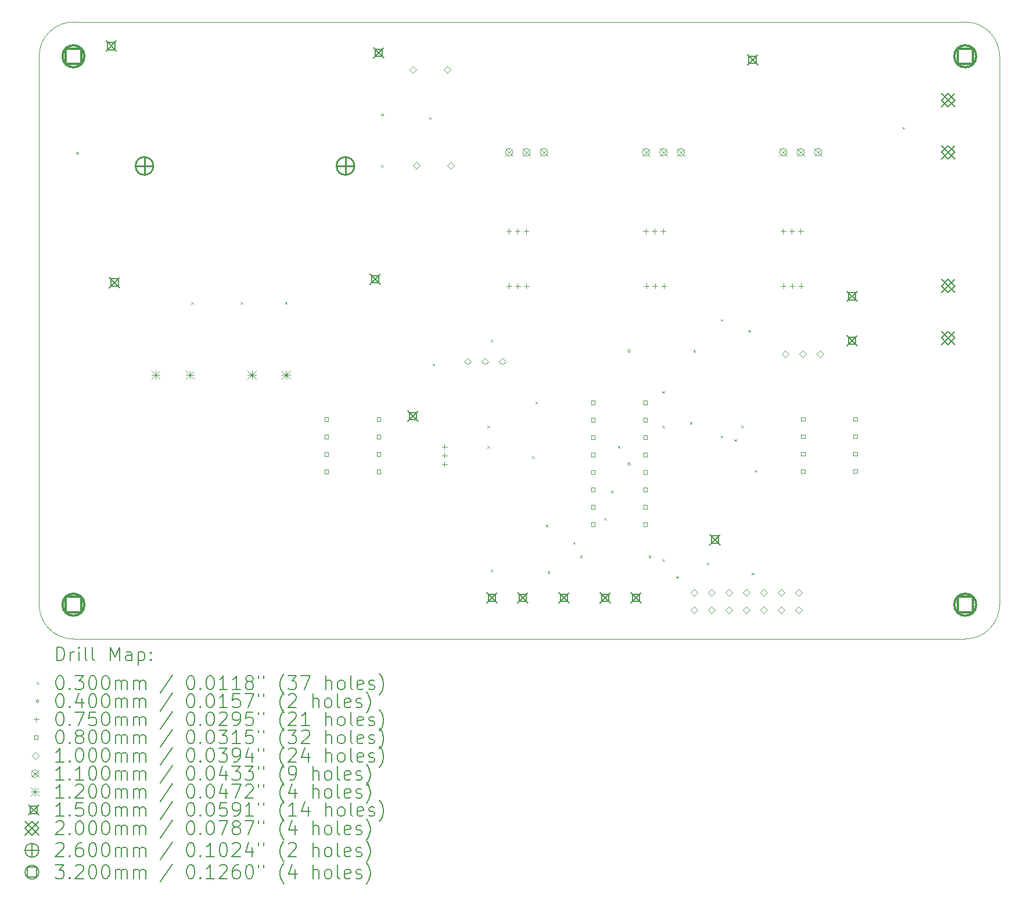
<source format=gbr>
%TF.GenerationSoftware,KiCad,Pcbnew,8.0.0*%
%TF.CreationDate,2024-04-03T13:44:59-04:00*%
%TF.ProjectId,SurgicalLightBoostConverterModule,53757267-6963-4616-9c4c-69676874426f,rev?*%
%TF.SameCoordinates,Original*%
%TF.FileFunction,Drillmap*%
%TF.FilePolarity,Positive*%
%FSLAX45Y45*%
G04 Gerber Fmt 4.5, Leading zero omitted, Abs format (unit mm)*
G04 Created by KiCad (PCBNEW 8.0.0) date 2024-04-03 13:44:59*
%MOMM*%
%LPD*%
G01*
G04 APERTURE LIST*
%ADD10C,0.100000*%
%ADD11C,0.200000*%
%ADD12C,0.110000*%
%ADD13C,0.120000*%
%ADD14C,0.150000*%
%ADD15C,0.260000*%
%ADD16C,0.320000*%
G04 APERTURE END LIST*
D10*
X2500000Y-11000000D02*
G75*
G02*
X2000000Y-10500000I0J500000D01*
G01*
X15500000Y-2000000D02*
G75*
G02*
X16000000Y-2500000I0J-500000D01*
G01*
X2500000Y-2000000D02*
X15500000Y-2000000D01*
X2000000Y-2500000D02*
G75*
G02*
X2500000Y-2000000I500000J0D01*
G01*
X16000000Y-10500000D02*
G75*
G02*
X15500000Y-11000000I-500000J0D01*
G01*
X15500000Y-11000000D02*
X2500000Y-11000000D01*
X16000000Y-2500000D02*
X16000000Y-10500000D01*
X2000000Y-10500000D02*
X2000000Y-2500000D01*
D11*
D10*
X2541500Y-3893750D02*
X2571500Y-3923750D01*
X2571500Y-3893750D02*
X2541500Y-3923750D01*
X4217396Y-6085000D02*
X4247396Y-6115000D01*
X4247396Y-6085000D02*
X4217396Y-6115000D01*
X4935000Y-6085000D02*
X4965000Y-6115000D01*
X4965000Y-6085000D02*
X4935000Y-6115000D01*
X5585000Y-6085000D02*
X5615000Y-6115000D01*
X5615000Y-6085000D02*
X5585000Y-6115000D01*
X6985000Y-3335000D02*
X7015000Y-3365000D01*
X7015000Y-3335000D02*
X6985000Y-3365000D01*
X6985000Y-4085000D02*
X7015000Y-4115000D01*
X7015000Y-4085000D02*
X6985000Y-4115000D01*
X7685000Y-3385000D02*
X7715000Y-3415000D01*
X7715000Y-3385000D02*
X7685000Y-3415000D01*
X7735000Y-6985000D02*
X7765000Y-7015000D01*
X7765000Y-6985000D02*
X7735000Y-7015000D01*
X8535000Y-7885000D02*
X8565000Y-7915000D01*
X8565000Y-7885000D02*
X8535000Y-7915000D01*
X8535000Y-8185000D02*
X8565000Y-8215000D01*
X8565000Y-8185000D02*
X8535000Y-8215000D01*
X8585000Y-6635000D02*
X8615000Y-6665000D01*
X8615000Y-6635000D02*
X8585000Y-6665000D01*
X8585000Y-9985000D02*
X8615000Y-10015000D01*
X8615000Y-9985000D02*
X8585000Y-10015000D01*
X9185000Y-8335000D02*
X9215000Y-8365000D01*
X9215000Y-8335000D02*
X9185000Y-8365000D01*
X9235000Y-7535000D02*
X9265000Y-7565000D01*
X9265000Y-7535000D02*
X9235000Y-7565000D01*
X9385000Y-9335000D02*
X9415000Y-9365000D01*
X9415000Y-9335000D02*
X9385000Y-9365000D01*
X9410000Y-10010000D02*
X9440000Y-10040000D01*
X9440000Y-10010000D02*
X9410000Y-10040000D01*
X9785000Y-9585000D02*
X9815000Y-9615000D01*
X9815000Y-9585000D02*
X9785000Y-9615000D01*
X9885000Y-9785000D02*
X9915000Y-9815000D01*
X9915000Y-9785000D02*
X9885000Y-9815000D01*
X10235000Y-9235000D02*
X10265000Y-9265000D01*
X10265000Y-9235000D02*
X10235000Y-9265000D01*
X10335000Y-8835000D02*
X10365000Y-8865000D01*
X10365000Y-8835000D02*
X10335000Y-8865000D01*
X10435000Y-8185000D02*
X10465000Y-8215000D01*
X10465000Y-8185000D02*
X10435000Y-8215000D01*
X10885000Y-9785000D02*
X10915000Y-9815000D01*
X10915000Y-9785000D02*
X10885000Y-9815000D01*
X11085000Y-7385000D02*
X11115000Y-7415000D01*
X11115000Y-7385000D02*
X11085000Y-7415000D01*
X11085000Y-7885000D02*
X11115000Y-7915000D01*
X11115000Y-7885000D02*
X11085000Y-7915000D01*
X11085000Y-9835000D02*
X11115000Y-9865000D01*
X11115000Y-9835000D02*
X11085000Y-9865000D01*
X11285000Y-10085000D02*
X11315000Y-10115000D01*
X11315000Y-10085000D02*
X11285000Y-10115000D01*
X11485000Y-7835000D02*
X11515000Y-7865000D01*
X11515000Y-7835000D02*
X11485000Y-7865000D01*
X11535000Y-6785000D02*
X11565000Y-6815000D01*
X11565000Y-6785000D02*
X11535000Y-6815000D01*
X11735000Y-9885000D02*
X11765000Y-9915000D01*
X11765000Y-9885000D02*
X11735000Y-9915000D01*
X11935000Y-6335000D02*
X11965000Y-6365000D01*
X11965000Y-6335000D02*
X11935000Y-6365000D01*
X11935000Y-8035000D02*
X11965000Y-8065000D01*
X11965000Y-8035000D02*
X11935000Y-8065000D01*
X12135000Y-8085000D02*
X12165000Y-8115000D01*
X12165000Y-8085000D02*
X12135000Y-8115000D01*
X12235000Y-7885000D02*
X12265000Y-7915000D01*
X12265000Y-7885000D02*
X12235000Y-7915000D01*
X12335000Y-6492780D02*
X12365000Y-6522780D01*
X12365000Y-6492780D02*
X12335000Y-6522780D01*
X12385000Y-10035000D02*
X12415000Y-10065000D01*
X12415000Y-10035000D02*
X12385000Y-10065000D01*
X12435000Y-8535000D02*
X12465000Y-8565000D01*
X12465000Y-8535000D02*
X12435000Y-8565000D01*
X14585000Y-3531250D02*
X14615000Y-3561250D01*
X14615000Y-3531250D02*
X14585000Y-3561250D01*
X10620000Y-6800000D02*
G75*
G02*
X10580000Y-6800000I-20000J0D01*
G01*
X10580000Y-6800000D02*
G75*
G02*
X10620000Y-6800000I20000J0D01*
G01*
X10620000Y-8450000D02*
G75*
G02*
X10580000Y-8450000I-20000J0D01*
G01*
X10580000Y-8450000D02*
G75*
G02*
X10620000Y-8450000I20000J0D01*
G01*
X7910500Y-8158500D02*
X7910500Y-8233500D01*
X7873000Y-8196000D02*
X7948000Y-8196000D01*
X7910500Y-8285500D02*
X7910500Y-8360500D01*
X7873000Y-8323000D02*
X7948000Y-8323000D01*
X7910500Y-8412500D02*
X7910500Y-8487500D01*
X7873000Y-8450000D02*
X7948000Y-8450000D01*
X8846000Y-5012500D02*
X8846000Y-5087500D01*
X8808500Y-5050000D02*
X8883500Y-5050000D01*
X8850000Y-5812500D02*
X8850000Y-5887500D01*
X8812500Y-5850000D02*
X8887500Y-5850000D01*
X8973000Y-5012500D02*
X8973000Y-5087500D01*
X8935500Y-5050000D02*
X9010500Y-5050000D01*
X8977000Y-5812500D02*
X8977000Y-5887500D01*
X8939500Y-5850000D02*
X9014500Y-5850000D01*
X9100000Y-5012500D02*
X9100000Y-5087500D01*
X9062500Y-5050000D02*
X9137500Y-5050000D01*
X9104000Y-5812500D02*
X9104000Y-5887500D01*
X9066500Y-5850000D02*
X9141500Y-5850000D01*
X10842000Y-5012500D02*
X10842000Y-5087500D01*
X10804500Y-5050000D02*
X10879500Y-5050000D01*
X10850000Y-5812500D02*
X10850000Y-5887500D01*
X10812500Y-5850000D02*
X10887500Y-5850000D01*
X10969000Y-5012500D02*
X10969000Y-5087500D01*
X10931500Y-5050000D02*
X11006500Y-5050000D01*
X10977000Y-5812500D02*
X10977000Y-5887500D01*
X10939500Y-5850000D02*
X11014500Y-5850000D01*
X11096000Y-5012500D02*
X11096000Y-5087500D01*
X11058500Y-5050000D02*
X11133500Y-5050000D01*
X11104000Y-5812500D02*
X11104000Y-5887500D01*
X11066500Y-5850000D02*
X11141500Y-5850000D01*
X12846000Y-5012500D02*
X12846000Y-5087500D01*
X12808500Y-5050000D02*
X12883500Y-5050000D01*
X12850000Y-5812500D02*
X12850000Y-5887500D01*
X12812500Y-5850000D02*
X12887500Y-5850000D01*
X12973000Y-5012500D02*
X12973000Y-5087500D01*
X12935500Y-5050000D02*
X13010500Y-5050000D01*
X12977000Y-5812500D02*
X12977000Y-5887500D01*
X12939500Y-5850000D02*
X13014500Y-5850000D01*
X13100000Y-5012500D02*
X13100000Y-5087500D01*
X13062500Y-5050000D02*
X13137500Y-5050000D01*
X13104000Y-5812500D02*
X13104000Y-5887500D01*
X13066500Y-5850000D02*
X13141500Y-5850000D01*
X6216284Y-7824284D02*
X6216284Y-7767715D01*
X6159715Y-7767715D01*
X6159715Y-7824284D01*
X6216284Y-7824284D01*
X6216284Y-8078284D02*
X6216284Y-8021715D01*
X6159715Y-8021715D01*
X6159715Y-8078284D01*
X6216284Y-8078284D01*
X6216284Y-8332284D02*
X6216284Y-8275715D01*
X6159715Y-8275715D01*
X6159715Y-8332284D01*
X6216284Y-8332284D01*
X6216284Y-8586285D02*
X6216284Y-8529716D01*
X6159715Y-8529716D01*
X6159715Y-8586285D01*
X6216284Y-8586285D01*
X6978284Y-7824284D02*
X6978284Y-7767715D01*
X6921715Y-7767715D01*
X6921715Y-7824284D01*
X6978284Y-7824284D01*
X6978284Y-8078284D02*
X6978284Y-8021715D01*
X6921715Y-8021715D01*
X6921715Y-8078284D01*
X6978284Y-8078284D01*
X6978284Y-8332284D02*
X6978284Y-8275715D01*
X6921715Y-8275715D01*
X6921715Y-8332284D01*
X6978284Y-8332284D01*
X6978284Y-8586285D02*
X6978284Y-8529716D01*
X6921715Y-8529716D01*
X6921715Y-8586285D01*
X6978284Y-8586285D01*
X10101785Y-7578284D02*
X10101785Y-7521715D01*
X10045216Y-7521715D01*
X10045216Y-7578284D01*
X10101785Y-7578284D01*
X10101785Y-7832284D02*
X10101785Y-7775715D01*
X10045216Y-7775715D01*
X10045216Y-7832284D01*
X10101785Y-7832284D01*
X10101785Y-8086284D02*
X10101785Y-8029715D01*
X10045216Y-8029715D01*
X10045216Y-8086284D01*
X10101785Y-8086284D01*
X10101785Y-8340284D02*
X10101785Y-8283715D01*
X10045216Y-8283715D01*
X10045216Y-8340284D01*
X10101785Y-8340284D01*
X10101785Y-8594285D02*
X10101785Y-8537716D01*
X10045216Y-8537716D01*
X10045216Y-8594285D01*
X10101785Y-8594285D01*
X10101785Y-8848285D02*
X10101785Y-8791716D01*
X10045216Y-8791716D01*
X10045216Y-8848285D01*
X10101785Y-8848285D01*
X10101785Y-9102285D02*
X10101785Y-9045716D01*
X10045216Y-9045716D01*
X10045216Y-9102285D01*
X10101785Y-9102285D01*
X10101785Y-9356285D02*
X10101785Y-9299716D01*
X10045216Y-9299716D01*
X10045216Y-9356285D01*
X10101785Y-9356285D01*
X10863785Y-7578284D02*
X10863785Y-7521715D01*
X10807216Y-7521715D01*
X10807216Y-7578284D01*
X10863785Y-7578284D01*
X10863785Y-7832284D02*
X10863785Y-7775715D01*
X10807216Y-7775715D01*
X10807216Y-7832284D01*
X10863785Y-7832284D01*
X10863785Y-8086284D02*
X10863785Y-8029715D01*
X10807216Y-8029715D01*
X10807216Y-8086284D01*
X10863785Y-8086284D01*
X10863785Y-8340284D02*
X10863785Y-8283715D01*
X10807216Y-8283715D01*
X10807216Y-8340284D01*
X10863785Y-8340284D01*
X10863785Y-8594285D02*
X10863785Y-8537716D01*
X10807216Y-8537716D01*
X10807216Y-8594285D01*
X10863785Y-8594285D01*
X10863785Y-8848285D02*
X10863785Y-8791716D01*
X10807216Y-8791716D01*
X10807216Y-8848285D01*
X10863785Y-8848285D01*
X10863785Y-9102285D02*
X10863785Y-9045716D01*
X10807216Y-9045716D01*
X10807216Y-9102285D01*
X10863785Y-9102285D01*
X10863785Y-9356285D02*
X10863785Y-9299716D01*
X10807216Y-9299716D01*
X10807216Y-9356285D01*
X10863785Y-9356285D01*
X13160784Y-7820284D02*
X13160784Y-7763715D01*
X13104215Y-7763715D01*
X13104215Y-7820284D01*
X13160784Y-7820284D01*
X13160784Y-8074284D02*
X13160784Y-8017715D01*
X13104215Y-8017715D01*
X13104215Y-8074284D01*
X13160784Y-8074284D01*
X13160784Y-8328284D02*
X13160784Y-8271715D01*
X13104215Y-8271715D01*
X13104215Y-8328284D01*
X13160784Y-8328284D01*
X13160784Y-8582285D02*
X13160784Y-8525716D01*
X13104215Y-8525716D01*
X13104215Y-8582285D01*
X13160784Y-8582285D01*
X13922784Y-7820284D02*
X13922784Y-7763715D01*
X13866215Y-7763715D01*
X13866215Y-7820284D01*
X13922784Y-7820284D01*
X13922784Y-8074284D02*
X13922784Y-8017715D01*
X13866215Y-8017715D01*
X13866215Y-8074284D01*
X13922784Y-8074284D01*
X13922784Y-8328284D02*
X13922784Y-8271715D01*
X13866215Y-8271715D01*
X13866215Y-8328284D01*
X13922784Y-8328284D01*
X13922784Y-8582285D02*
X13922784Y-8525716D01*
X13866215Y-8525716D01*
X13866215Y-8582285D01*
X13922784Y-8582285D01*
X7450000Y-2742396D02*
X7500000Y-2692396D01*
X7450000Y-2642396D01*
X7400000Y-2692396D01*
X7450000Y-2742396D01*
X7500000Y-4142396D02*
X7550000Y-4092396D01*
X7500000Y-4042396D01*
X7450000Y-4092396D01*
X7500000Y-4142396D01*
X7950000Y-2742396D02*
X8000000Y-2692396D01*
X7950000Y-2642396D01*
X7900000Y-2692396D01*
X7950000Y-2742396D01*
X8000000Y-4142396D02*
X8050000Y-4092396D01*
X8000000Y-4042396D01*
X7950000Y-4092396D01*
X8000000Y-4142396D01*
X8242000Y-7000000D02*
X8292000Y-6950000D01*
X8242000Y-6900000D01*
X8192000Y-6950000D01*
X8242000Y-7000000D01*
X8496000Y-7000000D02*
X8546000Y-6950000D01*
X8496000Y-6900000D01*
X8446000Y-6950000D01*
X8496000Y-7000000D01*
X8750000Y-7000000D02*
X8800000Y-6950000D01*
X8750000Y-6900000D01*
X8700000Y-6950000D01*
X8750000Y-7000000D01*
X11550000Y-10370000D02*
X11600000Y-10320000D01*
X11550000Y-10270000D01*
X11500000Y-10320000D01*
X11550000Y-10370000D01*
X11550000Y-10624000D02*
X11600000Y-10574000D01*
X11550000Y-10524000D01*
X11500000Y-10574000D01*
X11550000Y-10624000D01*
X11804000Y-10370000D02*
X11854000Y-10320000D01*
X11804000Y-10270000D01*
X11754000Y-10320000D01*
X11804000Y-10370000D01*
X11804000Y-10624000D02*
X11854000Y-10574000D01*
X11804000Y-10524000D01*
X11754000Y-10574000D01*
X11804000Y-10624000D01*
X12058000Y-10370000D02*
X12108000Y-10320000D01*
X12058000Y-10270000D01*
X12008000Y-10320000D01*
X12058000Y-10370000D01*
X12058000Y-10624000D02*
X12108000Y-10574000D01*
X12058000Y-10524000D01*
X12008000Y-10574000D01*
X12058000Y-10624000D01*
X12312000Y-10370000D02*
X12362000Y-10320000D01*
X12312000Y-10270000D01*
X12262000Y-10320000D01*
X12312000Y-10370000D01*
X12312000Y-10624000D02*
X12362000Y-10574000D01*
X12312000Y-10524000D01*
X12262000Y-10574000D01*
X12312000Y-10624000D01*
X12566000Y-10370000D02*
X12616000Y-10320000D01*
X12566000Y-10270000D01*
X12516000Y-10320000D01*
X12566000Y-10370000D01*
X12566000Y-10624000D02*
X12616000Y-10574000D01*
X12566000Y-10524000D01*
X12516000Y-10574000D01*
X12566000Y-10624000D01*
X12820000Y-10370000D02*
X12870000Y-10320000D01*
X12820000Y-10270000D01*
X12770000Y-10320000D01*
X12820000Y-10370000D01*
X12820000Y-10624000D02*
X12870000Y-10574000D01*
X12820000Y-10524000D01*
X12770000Y-10574000D01*
X12820000Y-10624000D01*
X12879500Y-6896000D02*
X12929500Y-6846000D01*
X12879500Y-6796000D01*
X12829500Y-6846000D01*
X12879500Y-6896000D01*
X13074000Y-10370000D02*
X13124000Y-10320000D01*
X13074000Y-10270000D01*
X13024000Y-10320000D01*
X13074000Y-10370000D01*
X13074000Y-10624000D02*
X13124000Y-10574000D01*
X13074000Y-10524000D01*
X13024000Y-10574000D01*
X13074000Y-10624000D01*
X13133500Y-6896000D02*
X13183500Y-6846000D01*
X13133500Y-6796000D01*
X13083500Y-6846000D01*
X13133500Y-6896000D01*
X13387500Y-6896000D02*
X13437500Y-6846000D01*
X13387500Y-6796000D01*
X13337500Y-6846000D01*
X13387500Y-6896000D01*
D12*
X8795000Y-3845000D02*
X8905000Y-3955000D01*
X8905000Y-3845000D02*
X8795000Y-3955000D01*
X8905000Y-3900000D02*
G75*
G02*
X8795000Y-3900000I-55000J0D01*
G01*
X8795000Y-3900000D02*
G75*
G02*
X8905000Y-3900000I55000J0D01*
G01*
X9049000Y-3845000D02*
X9159000Y-3955000D01*
X9159000Y-3845000D02*
X9049000Y-3955000D01*
X9159000Y-3900000D02*
G75*
G02*
X9049000Y-3900000I-55000J0D01*
G01*
X9049000Y-3900000D02*
G75*
G02*
X9159000Y-3900000I55000J0D01*
G01*
X9303000Y-3845000D02*
X9413000Y-3955000D01*
X9413000Y-3845000D02*
X9303000Y-3955000D01*
X9413000Y-3900000D02*
G75*
G02*
X9303000Y-3900000I-55000J0D01*
G01*
X9303000Y-3900000D02*
G75*
G02*
X9413000Y-3900000I55000J0D01*
G01*
X10791000Y-3845000D02*
X10901000Y-3955000D01*
X10901000Y-3845000D02*
X10791000Y-3955000D01*
X10901000Y-3900000D02*
G75*
G02*
X10791000Y-3900000I-55000J0D01*
G01*
X10791000Y-3900000D02*
G75*
G02*
X10901000Y-3900000I55000J0D01*
G01*
X11045000Y-3845000D02*
X11155000Y-3955000D01*
X11155000Y-3845000D02*
X11045000Y-3955000D01*
X11155000Y-3900000D02*
G75*
G02*
X11045000Y-3900000I-55000J0D01*
G01*
X11045000Y-3900000D02*
G75*
G02*
X11155000Y-3900000I55000J0D01*
G01*
X11299000Y-3845000D02*
X11409000Y-3955000D01*
X11409000Y-3845000D02*
X11299000Y-3955000D01*
X11409000Y-3900000D02*
G75*
G02*
X11299000Y-3900000I-55000J0D01*
G01*
X11299000Y-3900000D02*
G75*
G02*
X11409000Y-3900000I55000J0D01*
G01*
X12791000Y-3845000D02*
X12901000Y-3955000D01*
X12901000Y-3845000D02*
X12791000Y-3955000D01*
X12901000Y-3900000D02*
G75*
G02*
X12791000Y-3900000I-55000J0D01*
G01*
X12791000Y-3900000D02*
G75*
G02*
X12901000Y-3900000I55000J0D01*
G01*
X13045000Y-3845000D02*
X13155000Y-3955000D01*
X13155000Y-3845000D02*
X13045000Y-3955000D01*
X13155000Y-3900000D02*
G75*
G02*
X13045000Y-3900000I-55000J0D01*
G01*
X13045000Y-3900000D02*
G75*
G02*
X13155000Y-3900000I55000J0D01*
G01*
X13299000Y-3845000D02*
X13409000Y-3955000D01*
X13409000Y-3845000D02*
X13299000Y-3955000D01*
X13409000Y-3900000D02*
G75*
G02*
X13299000Y-3900000I-55000J0D01*
G01*
X13299000Y-3900000D02*
G75*
G02*
X13409000Y-3900000I55000J0D01*
G01*
D13*
X3640000Y-7090000D02*
X3760000Y-7210000D01*
X3760000Y-7090000D02*
X3640000Y-7210000D01*
X3700000Y-7090000D02*
X3700000Y-7210000D01*
X3640000Y-7150000D02*
X3760000Y-7150000D01*
X4140000Y-7090000D02*
X4260000Y-7210000D01*
X4260000Y-7090000D02*
X4140000Y-7210000D01*
X4200000Y-7090000D02*
X4200000Y-7210000D01*
X4140000Y-7150000D02*
X4260000Y-7150000D01*
X5040000Y-7090000D02*
X5160000Y-7210000D01*
X5160000Y-7090000D02*
X5040000Y-7210000D01*
X5100000Y-7090000D02*
X5100000Y-7210000D01*
X5040000Y-7150000D02*
X5160000Y-7150000D01*
X5540000Y-7090000D02*
X5660000Y-7210000D01*
X5660000Y-7090000D02*
X5540000Y-7210000D01*
X5600000Y-7090000D02*
X5600000Y-7210000D01*
X5540000Y-7150000D02*
X5660000Y-7150000D01*
D14*
X2975000Y-2275000D02*
X3125000Y-2425000D01*
X3125000Y-2275000D02*
X2975000Y-2425000D01*
X3103033Y-2403034D02*
X3103033Y-2296967D01*
X2996966Y-2296967D01*
X2996966Y-2403034D01*
X3103033Y-2403034D01*
X3025000Y-5725000D02*
X3175000Y-5875000D01*
X3175000Y-5725000D02*
X3025000Y-5875000D01*
X3153033Y-5853033D02*
X3153033Y-5746966D01*
X3046966Y-5746966D01*
X3046966Y-5853033D01*
X3153033Y-5853033D01*
X6825000Y-5675000D02*
X6975000Y-5825000D01*
X6975000Y-5675000D02*
X6825000Y-5825000D01*
X6953033Y-5803033D02*
X6953033Y-5696966D01*
X6846966Y-5696966D01*
X6846966Y-5803033D01*
X6953033Y-5803033D01*
X6875000Y-2375000D02*
X7025000Y-2525000D01*
X7025000Y-2375000D02*
X6875000Y-2525000D01*
X7003033Y-2503034D02*
X7003033Y-2396967D01*
X6896966Y-2396967D01*
X6896966Y-2503034D01*
X7003033Y-2503034D01*
X7375000Y-7675000D02*
X7525000Y-7825000D01*
X7525000Y-7675000D02*
X7375000Y-7825000D01*
X7503033Y-7803033D02*
X7503033Y-7696966D01*
X7396966Y-7696966D01*
X7396966Y-7803033D01*
X7503033Y-7803033D01*
X8525000Y-10325000D02*
X8675000Y-10475000D01*
X8675000Y-10325000D02*
X8525000Y-10475000D01*
X8653034Y-10453034D02*
X8653034Y-10346967D01*
X8546967Y-10346967D01*
X8546967Y-10453034D01*
X8653034Y-10453034D01*
X8975000Y-10325000D02*
X9125000Y-10475000D01*
X9125000Y-10325000D02*
X8975000Y-10475000D01*
X9103034Y-10453034D02*
X9103034Y-10346967D01*
X8996967Y-10346967D01*
X8996967Y-10453034D01*
X9103034Y-10453034D01*
X9575000Y-10325000D02*
X9725000Y-10475000D01*
X9725000Y-10325000D02*
X9575000Y-10475000D01*
X9703034Y-10453034D02*
X9703034Y-10346967D01*
X9596967Y-10346967D01*
X9596967Y-10453034D01*
X9703034Y-10453034D01*
X10175000Y-10325000D02*
X10325000Y-10475000D01*
X10325000Y-10325000D02*
X10175000Y-10475000D01*
X10303034Y-10453034D02*
X10303034Y-10346967D01*
X10196967Y-10346967D01*
X10196967Y-10453034D01*
X10303034Y-10453034D01*
X10625000Y-10325000D02*
X10775000Y-10475000D01*
X10775000Y-10325000D02*
X10625000Y-10475000D01*
X10753034Y-10453034D02*
X10753034Y-10346967D01*
X10646967Y-10346967D01*
X10646967Y-10453034D01*
X10753034Y-10453034D01*
X11775000Y-9475000D02*
X11925000Y-9625000D01*
X11925000Y-9475000D02*
X11775000Y-9625000D01*
X11903033Y-9603034D02*
X11903033Y-9496967D01*
X11796966Y-9496967D01*
X11796966Y-9603034D01*
X11903033Y-9603034D01*
X12325000Y-2475000D02*
X12475000Y-2625000D01*
X12475000Y-2475000D02*
X12325000Y-2625000D01*
X12453033Y-2603034D02*
X12453033Y-2496967D01*
X12346966Y-2496967D01*
X12346966Y-2603034D01*
X12453033Y-2603034D01*
X13775000Y-5925000D02*
X13925000Y-6075000D01*
X13925000Y-5925000D02*
X13775000Y-6075000D01*
X13903033Y-6053033D02*
X13903033Y-5946966D01*
X13796966Y-5946966D01*
X13796966Y-6053033D01*
X13903033Y-6053033D01*
X13775000Y-6575000D02*
X13925000Y-6725000D01*
X13925000Y-6575000D02*
X13775000Y-6725000D01*
X13903033Y-6703033D02*
X13903033Y-6596966D01*
X13796966Y-6596966D01*
X13796966Y-6703033D01*
X13903033Y-6703033D01*
D11*
X15150000Y-3040000D02*
X15350000Y-3240000D01*
X15350000Y-3040000D02*
X15150000Y-3240000D01*
X15250000Y-3240000D02*
X15350000Y-3140000D01*
X15250000Y-3040000D01*
X15150000Y-3140000D01*
X15250000Y-3240000D01*
X15150000Y-3800000D02*
X15350000Y-4000000D01*
X15350000Y-3800000D02*
X15150000Y-4000000D01*
X15250000Y-4000000D02*
X15350000Y-3900000D01*
X15250000Y-3800000D01*
X15150000Y-3900000D01*
X15250000Y-4000000D01*
X15150000Y-5750000D02*
X15350000Y-5950000D01*
X15350000Y-5750000D02*
X15150000Y-5950000D01*
X15250000Y-5950000D02*
X15350000Y-5850000D01*
X15250000Y-5750000D01*
X15150000Y-5850000D01*
X15250000Y-5950000D01*
X15150000Y-6510000D02*
X15350000Y-6710000D01*
X15350000Y-6510000D02*
X15150000Y-6710000D01*
X15250000Y-6710000D02*
X15350000Y-6610000D01*
X15250000Y-6510000D01*
X15150000Y-6610000D01*
X15250000Y-6710000D01*
D15*
X3535000Y-3970000D02*
X3535000Y-4230000D01*
X3405000Y-4100000D02*
X3665000Y-4100000D01*
X3665000Y-4100000D02*
G75*
G02*
X3405000Y-4100000I-130000J0D01*
G01*
X3405000Y-4100000D02*
G75*
G02*
X3665000Y-4100000I130000J0D01*
G01*
X6465000Y-3970000D02*
X6465000Y-4230000D01*
X6335000Y-4100000D02*
X6595000Y-4100000D01*
X6595000Y-4100000D02*
G75*
G02*
X6335000Y-4100000I-130000J0D01*
G01*
X6335000Y-4100000D02*
G75*
G02*
X6595000Y-4100000I130000J0D01*
G01*
D16*
X2613138Y-2613138D02*
X2613138Y-2386862D01*
X2386862Y-2386862D01*
X2386862Y-2613138D01*
X2613138Y-2613138D01*
X2660000Y-2500000D02*
G75*
G02*
X2340000Y-2500000I-160000J0D01*
G01*
X2340000Y-2500000D02*
G75*
G02*
X2660000Y-2500000I160000J0D01*
G01*
X2613138Y-10613138D02*
X2613138Y-10386862D01*
X2386862Y-10386862D01*
X2386862Y-10613138D01*
X2613138Y-10613138D01*
X2660000Y-10500000D02*
G75*
G02*
X2340000Y-10500000I-160000J0D01*
G01*
X2340000Y-10500000D02*
G75*
G02*
X2660000Y-10500000I160000J0D01*
G01*
X15613138Y-2613138D02*
X15613138Y-2386862D01*
X15386862Y-2386862D01*
X15386862Y-2613138D01*
X15613138Y-2613138D01*
X15660000Y-2500000D02*
G75*
G02*
X15340000Y-2500000I-160000J0D01*
G01*
X15340000Y-2500000D02*
G75*
G02*
X15660000Y-2500000I160000J0D01*
G01*
X15613138Y-10613138D02*
X15613138Y-10386862D01*
X15386862Y-10386862D01*
X15386862Y-10613138D01*
X15613138Y-10613138D01*
X15660000Y-10500000D02*
G75*
G02*
X15340000Y-10500000I-160000J0D01*
G01*
X15340000Y-10500000D02*
G75*
G02*
X15660000Y-10500000I160000J0D01*
G01*
D11*
X2255777Y-11316484D02*
X2255777Y-11116484D01*
X2255777Y-11116484D02*
X2303396Y-11116484D01*
X2303396Y-11116484D02*
X2331967Y-11126008D01*
X2331967Y-11126008D02*
X2351015Y-11145055D01*
X2351015Y-11145055D02*
X2360539Y-11164103D01*
X2360539Y-11164103D02*
X2370063Y-11202198D01*
X2370063Y-11202198D02*
X2370063Y-11230769D01*
X2370063Y-11230769D02*
X2360539Y-11268865D01*
X2360539Y-11268865D02*
X2351015Y-11287912D01*
X2351015Y-11287912D02*
X2331967Y-11306960D01*
X2331967Y-11306960D02*
X2303396Y-11316484D01*
X2303396Y-11316484D02*
X2255777Y-11316484D01*
X2455777Y-11316484D02*
X2455777Y-11183150D01*
X2455777Y-11221246D02*
X2465301Y-11202198D01*
X2465301Y-11202198D02*
X2474824Y-11192674D01*
X2474824Y-11192674D02*
X2493872Y-11183150D01*
X2493872Y-11183150D02*
X2512920Y-11183150D01*
X2579586Y-11316484D02*
X2579586Y-11183150D01*
X2579586Y-11116484D02*
X2570063Y-11126008D01*
X2570063Y-11126008D02*
X2579586Y-11135531D01*
X2579586Y-11135531D02*
X2589110Y-11126008D01*
X2589110Y-11126008D02*
X2579586Y-11116484D01*
X2579586Y-11116484D02*
X2579586Y-11135531D01*
X2703396Y-11316484D02*
X2684348Y-11306960D01*
X2684348Y-11306960D02*
X2674824Y-11287912D01*
X2674824Y-11287912D02*
X2674824Y-11116484D01*
X2808158Y-11316484D02*
X2789110Y-11306960D01*
X2789110Y-11306960D02*
X2779586Y-11287912D01*
X2779586Y-11287912D02*
X2779586Y-11116484D01*
X3036729Y-11316484D02*
X3036729Y-11116484D01*
X3036729Y-11116484D02*
X3103396Y-11259341D01*
X3103396Y-11259341D02*
X3170062Y-11116484D01*
X3170062Y-11116484D02*
X3170062Y-11316484D01*
X3351015Y-11316484D02*
X3351015Y-11211722D01*
X3351015Y-11211722D02*
X3341491Y-11192674D01*
X3341491Y-11192674D02*
X3322443Y-11183150D01*
X3322443Y-11183150D02*
X3284348Y-11183150D01*
X3284348Y-11183150D02*
X3265301Y-11192674D01*
X3351015Y-11306960D02*
X3331967Y-11316484D01*
X3331967Y-11316484D02*
X3284348Y-11316484D01*
X3284348Y-11316484D02*
X3265301Y-11306960D01*
X3265301Y-11306960D02*
X3255777Y-11287912D01*
X3255777Y-11287912D02*
X3255777Y-11268865D01*
X3255777Y-11268865D02*
X3265301Y-11249817D01*
X3265301Y-11249817D02*
X3284348Y-11240293D01*
X3284348Y-11240293D02*
X3331967Y-11240293D01*
X3331967Y-11240293D02*
X3351015Y-11230769D01*
X3446253Y-11183150D02*
X3446253Y-11383150D01*
X3446253Y-11192674D02*
X3465301Y-11183150D01*
X3465301Y-11183150D02*
X3503396Y-11183150D01*
X3503396Y-11183150D02*
X3522443Y-11192674D01*
X3522443Y-11192674D02*
X3531967Y-11202198D01*
X3531967Y-11202198D02*
X3541491Y-11221246D01*
X3541491Y-11221246D02*
X3541491Y-11278388D01*
X3541491Y-11278388D02*
X3531967Y-11297436D01*
X3531967Y-11297436D02*
X3522443Y-11306960D01*
X3522443Y-11306960D02*
X3503396Y-11316484D01*
X3503396Y-11316484D02*
X3465301Y-11316484D01*
X3465301Y-11316484D02*
X3446253Y-11306960D01*
X3627205Y-11297436D02*
X3636729Y-11306960D01*
X3636729Y-11306960D02*
X3627205Y-11316484D01*
X3627205Y-11316484D02*
X3617682Y-11306960D01*
X3617682Y-11306960D02*
X3627205Y-11297436D01*
X3627205Y-11297436D02*
X3627205Y-11316484D01*
X3627205Y-11192674D02*
X3636729Y-11202198D01*
X3636729Y-11202198D02*
X3627205Y-11211722D01*
X3627205Y-11211722D02*
X3617682Y-11202198D01*
X3617682Y-11202198D02*
X3627205Y-11192674D01*
X3627205Y-11192674D02*
X3627205Y-11211722D01*
D10*
X1965000Y-11630000D02*
X1995000Y-11660000D01*
X1995000Y-11630000D02*
X1965000Y-11660000D01*
D11*
X2293872Y-11536484D02*
X2312920Y-11536484D01*
X2312920Y-11536484D02*
X2331967Y-11546008D01*
X2331967Y-11546008D02*
X2341491Y-11555531D01*
X2341491Y-11555531D02*
X2351015Y-11574579D01*
X2351015Y-11574579D02*
X2360539Y-11612674D01*
X2360539Y-11612674D02*
X2360539Y-11660293D01*
X2360539Y-11660293D02*
X2351015Y-11698388D01*
X2351015Y-11698388D02*
X2341491Y-11717436D01*
X2341491Y-11717436D02*
X2331967Y-11726960D01*
X2331967Y-11726960D02*
X2312920Y-11736484D01*
X2312920Y-11736484D02*
X2293872Y-11736484D01*
X2293872Y-11736484D02*
X2274824Y-11726960D01*
X2274824Y-11726960D02*
X2265301Y-11717436D01*
X2265301Y-11717436D02*
X2255777Y-11698388D01*
X2255777Y-11698388D02*
X2246253Y-11660293D01*
X2246253Y-11660293D02*
X2246253Y-11612674D01*
X2246253Y-11612674D02*
X2255777Y-11574579D01*
X2255777Y-11574579D02*
X2265301Y-11555531D01*
X2265301Y-11555531D02*
X2274824Y-11546008D01*
X2274824Y-11546008D02*
X2293872Y-11536484D01*
X2446253Y-11717436D02*
X2455777Y-11726960D01*
X2455777Y-11726960D02*
X2446253Y-11736484D01*
X2446253Y-11736484D02*
X2436729Y-11726960D01*
X2436729Y-11726960D02*
X2446253Y-11717436D01*
X2446253Y-11717436D02*
X2446253Y-11736484D01*
X2522444Y-11536484D02*
X2646253Y-11536484D01*
X2646253Y-11536484D02*
X2579586Y-11612674D01*
X2579586Y-11612674D02*
X2608158Y-11612674D01*
X2608158Y-11612674D02*
X2627205Y-11622198D01*
X2627205Y-11622198D02*
X2636729Y-11631722D01*
X2636729Y-11631722D02*
X2646253Y-11650769D01*
X2646253Y-11650769D02*
X2646253Y-11698388D01*
X2646253Y-11698388D02*
X2636729Y-11717436D01*
X2636729Y-11717436D02*
X2627205Y-11726960D01*
X2627205Y-11726960D02*
X2608158Y-11736484D01*
X2608158Y-11736484D02*
X2551015Y-11736484D01*
X2551015Y-11736484D02*
X2531967Y-11726960D01*
X2531967Y-11726960D02*
X2522444Y-11717436D01*
X2770063Y-11536484D02*
X2789110Y-11536484D01*
X2789110Y-11536484D02*
X2808158Y-11546008D01*
X2808158Y-11546008D02*
X2817682Y-11555531D01*
X2817682Y-11555531D02*
X2827205Y-11574579D01*
X2827205Y-11574579D02*
X2836729Y-11612674D01*
X2836729Y-11612674D02*
X2836729Y-11660293D01*
X2836729Y-11660293D02*
X2827205Y-11698388D01*
X2827205Y-11698388D02*
X2817682Y-11717436D01*
X2817682Y-11717436D02*
X2808158Y-11726960D01*
X2808158Y-11726960D02*
X2789110Y-11736484D01*
X2789110Y-11736484D02*
X2770063Y-11736484D01*
X2770063Y-11736484D02*
X2751015Y-11726960D01*
X2751015Y-11726960D02*
X2741491Y-11717436D01*
X2741491Y-11717436D02*
X2731967Y-11698388D01*
X2731967Y-11698388D02*
X2722444Y-11660293D01*
X2722444Y-11660293D02*
X2722444Y-11612674D01*
X2722444Y-11612674D02*
X2731967Y-11574579D01*
X2731967Y-11574579D02*
X2741491Y-11555531D01*
X2741491Y-11555531D02*
X2751015Y-11546008D01*
X2751015Y-11546008D02*
X2770063Y-11536484D01*
X2960539Y-11536484D02*
X2979586Y-11536484D01*
X2979586Y-11536484D02*
X2998634Y-11546008D01*
X2998634Y-11546008D02*
X3008158Y-11555531D01*
X3008158Y-11555531D02*
X3017682Y-11574579D01*
X3017682Y-11574579D02*
X3027205Y-11612674D01*
X3027205Y-11612674D02*
X3027205Y-11660293D01*
X3027205Y-11660293D02*
X3017682Y-11698388D01*
X3017682Y-11698388D02*
X3008158Y-11717436D01*
X3008158Y-11717436D02*
X2998634Y-11726960D01*
X2998634Y-11726960D02*
X2979586Y-11736484D01*
X2979586Y-11736484D02*
X2960539Y-11736484D01*
X2960539Y-11736484D02*
X2941491Y-11726960D01*
X2941491Y-11726960D02*
X2931967Y-11717436D01*
X2931967Y-11717436D02*
X2922443Y-11698388D01*
X2922443Y-11698388D02*
X2912920Y-11660293D01*
X2912920Y-11660293D02*
X2912920Y-11612674D01*
X2912920Y-11612674D02*
X2922443Y-11574579D01*
X2922443Y-11574579D02*
X2931967Y-11555531D01*
X2931967Y-11555531D02*
X2941491Y-11546008D01*
X2941491Y-11546008D02*
X2960539Y-11536484D01*
X3112920Y-11736484D02*
X3112920Y-11603150D01*
X3112920Y-11622198D02*
X3122443Y-11612674D01*
X3122443Y-11612674D02*
X3141491Y-11603150D01*
X3141491Y-11603150D02*
X3170063Y-11603150D01*
X3170063Y-11603150D02*
X3189110Y-11612674D01*
X3189110Y-11612674D02*
X3198634Y-11631722D01*
X3198634Y-11631722D02*
X3198634Y-11736484D01*
X3198634Y-11631722D02*
X3208158Y-11612674D01*
X3208158Y-11612674D02*
X3227205Y-11603150D01*
X3227205Y-11603150D02*
X3255777Y-11603150D01*
X3255777Y-11603150D02*
X3274824Y-11612674D01*
X3274824Y-11612674D02*
X3284348Y-11631722D01*
X3284348Y-11631722D02*
X3284348Y-11736484D01*
X3379586Y-11736484D02*
X3379586Y-11603150D01*
X3379586Y-11622198D02*
X3389110Y-11612674D01*
X3389110Y-11612674D02*
X3408158Y-11603150D01*
X3408158Y-11603150D02*
X3436729Y-11603150D01*
X3436729Y-11603150D02*
X3455777Y-11612674D01*
X3455777Y-11612674D02*
X3465301Y-11631722D01*
X3465301Y-11631722D02*
X3465301Y-11736484D01*
X3465301Y-11631722D02*
X3474824Y-11612674D01*
X3474824Y-11612674D02*
X3493872Y-11603150D01*
X3493872Y-11603150D02*
X3522443Y-11603150D01*
X3522443Y-11603150D02*
X3541491Y-11612674D01*
X3541491Y-11612674D02*
X3551015Y-11631722D01*
X3551015Y-11631722D02*
X3551015Y-11736484D01*
X3941491Y-11526960D02*
X3770063Y-11784103D01*
X4198634Y-11536484D02*
X4217682Y-11536484D01*
X4217682Y-11536484D02*
X4236729Y-11546008D01*
X4236729Y-11546008D02*
X4246253Y-11555531D01*
X4246253Y-11555531D02*
X4255777Y-11574579D01*
X4255777Y-11574579D02*
X4265301Y-11612674D01*
X4265301Y-11612674D02*
X4265301Y-11660293D01*
X4265301Y-11660293D02*
X4255777Y-11698388D01*
X4255777Y-11698388D02*
X4246253Y-11717436D01*
X4246253Y-11717436D02*
X4236729Y-11726960D01*
X4236729Y-11726960D02*
X4217682Y-11736484D01*
X4217682Y-11736484D02*
X4198634Y-11736484D01*
X4198634Y-11736484D02*
X4179586Y-11726960D01*
X4179586Y-11726960D02*
X4170063Y-11717436D01*
X4170063Y-11717436D02*
X4160539Y-11698388D01*
X4160539Y-11698388D02*
X4151015Y-11660293D01*
X4151015Y-11660293D02*
X4151015Y-11612674D01*
X4151015Y-11612674D02*
X4160539Y-11574579D01*
X4160539Y-11574579D02*
X4170063Y-11555531D01*
X4170063Y-11555531D02*
X4179586Y-11546008D01*
X4179586Y-11546008D02*
X4198634Y-11536484D01*
X4351015Y-11717436D02*
X4360539Y-11726960D01*
X4360539Y-11726960D02*
X4351015Y-11736484D01*
X4351015Y-11736484D02*
X4341491Y-11726960D01*
X4341491Y-11726960D02*
X4351015Y-11717436D01*
X4351015Y-11717436D02*
X4351015Y-11736484D01*
X4484348Y-11536484D02*
X4503396Y-11536484D01*
X4503396Y-11536484D02*
X4522444Y-11546008D01*
X4522444Y-11546008D02*
X4531968Y-11555531D01*
X4531968Y-11555531D02*
X4541491Y-11574579D01*
X4541491Y-11574579D02*
X4551015Y-11612674D01*
X4551015Y-11612674D02*
X4551015Y-11660293D01*
X4551015Y-11660293D02*
X4541491Y-11698388D01*
X4541491Y-11698388D02*
X4531968Y-11717436D01*
X4531968Y-11717436D02*
X4522444Y-11726960D01*
X4522444Y-11726960D02*
X4503396Y-11736484D01*
X4503396Y-11736484D02*
X4484348Y-11736484D01*
X4484348Y-11736484D02*
X4465301Y-11726960D01*
X4465301Y-11726960D02*
X4455777Y-11717436D01*
X4455777Y-11717436D02*
X4446253Y-11698388D01*
X4446253Y-11698388D02*
X4436729Y-11660293D01*
X4436729Y-11660293D02*
X4436729Y-11612674D01*
X4436729Y-11612674D02*
X4446253Y-11574579D01*
X4446253Y-11574579D02*
X4455777Y-11555531D01*
X4455777Y-11555531D02*
X4465301Y-11546008D01*
X4465301Y-11546008D02*
X4484348Y-11536484D01*
X4741491Y-11736484D02*
X4627206Y-11736484D01*
X4684348Y-11736484D02*
X4684348Y-11536484D01*
X4684348Y-11536484D02*
X4665301Y-11565055D01*
X4665301Y-11565055D02*
X4646253Y-11584103D01*
X4646253Y-11584103D02*
X4627206Y-11593627D01*
X4931968Y-11736484D02*
X4817682Y-11736484D01*
X4874825Y-11736484D02*
X4874825Y-11536484D01*
X4874825Y-11536484D02*
X4855777Y-11565055D01*
X4855777Y-11565055D02*
X4836729Y-11584103D01*
X4836729Y-11584103D02*
X4817682Y-11593627D01*
X5046253Y-11622198D02*
X5027206Y-11612674D01*
X5027206Y-11612674D02*
X5017682Y-11603150D01*
X5017682Y-11603150D02*
X5008158Y-11584103D01*
X5008158Y-11584103D02*
X5008158Y-11574579D01*
X5008158Y-11574579D02*
X5017682Y-11555531D01*
X5017682Y-11555531D02*
X5027206Y-11546008D01*
X5027206Y-11546008D02*
X5046253Y-11536484D01*
X5046253Y-11536484D02*
X5084349Y-11536484D01*
X5084349Y-11536484D02*
X5103396Y-11546008D01*
X5103396Y-11546008D02*
X5112920Y-11555531D01*
X5112920Y-11555531D02*
X5122444Y-11574579D01*
X5122444Y-11574579D02*
X5122444Y-11584103D01*
X5122444Y-11584103D02*
X5112920Y-11603150D01*
X5112920Y-11603150D02*
X5103396Y-11612674D01*
X5103396Y-11612674D02*
X5084349Y-11622198D01*
X5084349Y-11622198D02*
X5046253Y-11622198D01*
X5046253Y-11622198D02*
X5027206Y-11631722D01*
X5027206Y-11631722D02*
X5017682Y-11641246D01*
X5017682Y-11641246D02*
X5008158Y-11660293D01*
X5008158Y-11660293D02*
X5008158Y-11698388D01*
X5008158Y-11698388D02*
X5017682Y-11717436D01*
X5017682Y-11717436D02*
X5027206Y-11726960D01*
X5027206Y-11726960D02*
X5046253Y-11736484D01*
X5046253Y-11736484D02*
X5084349Y-11736484D01*
X5084349Y-11736484D02*
X5103396Y-11726960D01*
X5103396Y-11726960D02*
X5112920Y-11717436D01*
X5112920Y-11717436D02*
X5122444Y-11698388D01*
X5122444Y-11698388D02*
X5122444Y-11660293D01*
X5122444Y-11660293D02*
X5112920Y-11641246D01*
X5112920Y-11641246D02*
X5103396Y-11631722D01*
X5103396Y-11631722D02*
X5084349Y-11622198D01*
X5198634Y-11536484D02*
X5198634Y-11574579D01*
X5274825Y-11536484D02*
X5274825Y-11574579D01*
X5570063Y-11812674D02*
X5560539Y-11803150D01*
X5560539Y-11803150D02*
X5541491Y-11774579D01*
X5541491Y-11774579D02*
X5531968Y-11755531D01*
X5531968Y-11755531D02*
X5522444Y-11726960D01*
X5522444Y-11726960D02*
X5512920Y-11679341D01*
X5512920Y-11679341D02*
X5512920Y-11641246D01*
X5512920Y-11641246D02*
X5522444Y-11593627D01*
X5522444Y-11593627D02*
X5531968Y-11565055D01*
X5531968Y-11565055D02*
X5541491Y-11546008D01*
X5541491Y-11546008D02*
X5560539Y-11517436D01*
X5560539Y-11517436D02*
X5570063Y-11507912D01*
X5627206Y-11536484D02*
X5751015Y-11536484D01*
X5751015Y-11536484D02*
X5684348Y-11612674D01*
X5684348Y-11612674D02*
X5712920Y-11612674D01*
X5712920Y-11612674D02*
X5731968Y-11622198D01*
X5731968Y-11622198D02*
X5741491Y-11631722D01*
X5741491Y-11631722D02*
X5751015Y-11650769D01*
X5751015Y-11650769D02*
X5751015Y-11698388D01*
X5751015Y-11698388D02*
X5741491Y-11717436D01*
X5741491Y-11717436D02*
X5731968Y-11726960D01*
X5731968Y-11726960D02*
X5712920Y-11736484D01*
X5712920Y-11736484D02*
X5655777Y-11736484D01*
X5655777Y-11736484D02*
X5636729Y-11726960D01*
X5636729Y-11726960D02*
X5627206Y-11717436D01*
X5817682Y-11536484D02*
X5951015Y-11536484D01*
X5951015Y-11536484D02*
X5865301Y-11736484D01*
X6179587Y-11736484D02*
X6179587Y-11536484D01*
X6265301Y-11736484D02*
X6265301Y-11631722D01*
X6265301Y-11631722D02*
X6255777Y-11612674D01*
X6255777Y-11612674D02*
X6236730Y-11603150D01*
X6236730Y-11603150D02*
X6208158Y-11603150D01*
X6208158Y-11603150D02*
X6189110Y-11612674D01*
X6189110Y-11612674D02*
X6179587Y-11622198D01*
X6389110Y-11736484D02*
X6370063Y-11726960D01*
X6370063Y-11726960D02*
X6360539Y-11717436D01*
X6360539Y-11717436D02*
X6351015Y-11698388D01*
X6351015Y-11698388D02*
X6351015Y-11641246D01*
X6351015Y-11641246D02*
X6360539Y-11622198D01*
X6360539Y-11622198D02*
X6370063Y-11612674D01*
X6370063Y-11612674D02*
X6389110Y-11603150D01*
X6389110Y-11603150D02*
X6417682Y-11603150D01*
X6417682Y-11603150D02*
X6436730Y-11612674D01*
X6436730Y-11612674D02*
X6446253Y-11622198D01*
X6446253Y-11622198D02*
X6455777Y-11641246D01*
X6455777Y-11641246D02*
X6455777Y-11698388D01*
X6455777Y-11698388D02*
X6446253Y-11717436D01*
X6446253Y-11717436D02*
X6436730Y-11726960D01*
X6436730Y-11726960D02*
X6417682Y-11736484D01*
X6417682Y-11736484D02*
X6389110Y-11736484D01*
X6570063Y-11736484D02*
X6551015Y-11726960D01*
X6551015Y-11726960D02*
X6541491Y-11707912D01*
X6541491Y-11707912D02*
X6541491Y-11536484D01*
X6722444Y-11726960D02*
X6703396Y-11736484D01*
X6703396Y-11736484D02*
X6665301Y-11736484D01*
X6665301Y-11736484D02*
X6646253Y-11726960D01*
X6646253Y-11726960D02*
X6636730Y-11707912D01*
X6636730Y-11707912D02*
X6636730Y-11631722D01*
X6636730Y-11631722D02*
X6646253Y-11612674D01*
X6646253Y-11612674D02*
X6665301Y-11603150D01*
X6665301Y-11603150D02*
X6703396Y-11603150D01*
X6703396Y-11603150D02*
X6722444Y-11612674D01*
X6722444Y-11612674D02*
X6731968Y-11631722D01*
X6731968Y-11631722D02*
X6731968Y-11650769D01*
X6731968Y-11650769D02*
X6636730Y-11669817D01*
X6808158Y-11726960D02*
X6827206Y-11736484D01*
X6827206Y-11736484D02*
X6865301Y-11736484D01*
X6865301Y-11736484D02*
X6884349Y-11726960D01*
X6884349Y-11726960D02*
X6893872Y-11707912D01*
X6893872Y-11707912D02*
X6893872Y-11698388D01*
X6893872Y-11698388D02*
X6884349Y-11679341D01*
X6884349Y-11679341D02*
X6865301Y-11669817D01*
X6865301Y-11669817D02*
X6836730Y-11669817D01*
X6836730Y-11669817D02*
X6817682Y-11660293D01*
X6817682Y-11660293D02*
X6808158Y-11641246D01*
X6808158Y-11641246D02*
X6808158Y-11631722D01*
X6808158Y-11631722D02*
X6817682Y-11612674D01*
X6817682Y-11612674D02*
X6836730Y-11603150D01*
X6836730Y-11603150D02*
X6865301Y-11603150D01*
X6865301Y-11603150D02*
X6884349Y-11612674D01*
X6960539Y-11812674D02*
X6970063Y-11803150D01*
X6970063Y-11803150D02*
X6989111Y-11774579D01*
X6989111Y-11774579D02*
X6998634Y-11755531D01*
X6998634Y-11755531D02*
X7008158Y-11726960D01*
X7008158Y-11726960D02*
X7017682Y-11679341D01*
X7017682Y-11679341D02*
X7017682Y-11641246D01*
X7017682Y-11641246D02*
X7008158Y-11593627D01*
X7008158Y-11593627D02*
X6998634Y-11565055D01*
X6998634Y-11565055D02*
X6989111Y-11546008D01*
X6989111Y-11546008D02*
X6970063Y-11517436D01*
X6970063Y-11517436D02*
X6960539Y-11507912D01*
D10*
X1995000Y-11909000D02*
G75*
G02*
X1955000Y-11909000I-20000J0D01*
G01*
X1955000Y-11909000D02*
G75*
G02*
X1995000Y-11909000I20000J0D01*
G01*
D11*
X2293872Y-11800484D02*
X2312920Y-11800484D01*
X2312920Y-11800484D02*
X2331967Y-11810008D01*
X2331967Y-11810008D02*
X2341491Y-11819531D01*
X2341491Y-11819531D02*
X2351015Y-11838579D01*
X2351015Y-11838579D02*
X2360539Y-11876674D01*
X2360539Y-11876674D02*
X2360539Y-11924293D01*
X2360539Y-11924293D02*
X2351015Y-11962388D01*
X2351015Y-11962388D02*
X2341491Y-11981436D01*
X2341491Y-11981436D02*
X2331967Y-11990960D01*
X2331967Y-11990960D02*
X2312920Y-12000484D01*
X2312920Y-12000484D02*
X2293872Y-12000484D01*
X2293872Y-12000484D02*
X2274824Y-11990960D01*
X2274824Y-11990960D02*
X2265301Y-11981436D01*
X2265301Y-11981436D02*
X2255777Y-11962388D01*
X2255777Y-11962388D02*
X2246253Y-11924293D01*
X2246253Y-11924293D02*
X2246253Y-11876674D01*
X2246253Y-11876674D02*
X2255777Y-11838579D01*
X2255777Y-11838579D02*
X2265301Y-11819531D01*
X2265301Y-11819531D02*
X2274824Y-11810008D01*
X2274824Y-11810008D02*
X2293872Y-11800484D01*
X2446253Y-11981436D02*
X2455777Y-11990960D01*
X2455777Y-11990960D02*
X2446253Y-12000484D01*
X2446253Y-12000484D02*
X2436729Y-11990960D01*
X2436729Y-11990960D02*
X2446253Y-11981436D01*
X2446253Y-11981436D02*
X2446253Y-12000484D01*
X2627205Y-11867150D02*
X2627205Y-12000484D01*
X2579586Y-11790960D02*
X2531967Y-11933817D01*
X2531967Y-11933817D02*
X2655777Y-11933817D01*
X2770063Y-11800484D02*
X2789110Y-11800484D01*
X2789110Y-11800484D02*
X2808158Y-11810008D01*
X2808158Y-11810008D02*
X2817682Y-11819531D01*
X2817682Y-11819531D02*
X2827205Y-11838579D01*
X2827205Y-11838579D02*
X2836729Y-11876674D01*
X2836729Y-11876674D02*
X2836729Y-11924293D01*
X2836729Y-11924293D02*
X2827205Y-11962388D01*
X2827205Y-11962388D02*
X2817682Y-11981436D01*
X2817682Y-11981436D02*
X2808158Y-11990960D01*
X2808158Y-11990960D02*
X2789110Y-12000484D01*
X2789110Y-12000484D02*
X2770063Y-12000484D01*
X2770063Y-12000484D02*
X2751015Y-11990960D01*
X2751015Y-11990960D02*
X2741491Y-11981436D01*
X2741491Y-11981436D02*
X2731967Y-11962388D01*
X2731967Y-11962388D02*
X2722444Y-11924293D01*
X2722444Y-11924293D02*
X2722444Y-11876674D01*
X2722444Y-11876674D02*
X2731967Y-11838579D01*
X2731967Y-11838579D02*
X2741491Y-11819531D01*
X2741491Y-11819531D02*
X2751015Y-11810008D01*
X2751015Y-11810008D02*
X2770063Y-11800484D01*
X2960539Y-11800484D02*
X2979586Y-11800484D01*
X2979586Y-11800484D02*
X2998634Y-11810008D01*
X2998634Y-11810008D02*
X3008158Y-11819531D01*
X3008158Y-11819531D02*
X3017682Y-11838579D01*
X3017682Y-11838579D02*
X3027205Y-11876674D01*
X3027205Y-11876674D02*
X3027205Y-11924293D01*
X3027205Y-11924293D02*
X3017682Y-11962388D01*
X3017682Y-11962388D02*
X3008158Y-11981436D01*
X3008158Y-11981436D02*
X2998634Y-11990960D01*
X2998634Y-11990960D02*
X2979586Y-12000484D01*
X2979586Y-12000484D02*
X2960539Y-12000484D01*
X2960539Y-12000484D02*
X2941491Y-11990960D01*
X2941491Y-11990960D02*
X2931967Y-11981436D01*
X2931967Y-11981436D02*
X2922443Y-11962388D01*
X2922443Y-11962388D02*
X2912920Y-11924293D01*
X2912920Y-11924293D02*
X2912920Y-11876674D01*
X2912920Y-11876674D02*
X2922443Y-11838579D01*
X2922443Y-11838579D02*
X2931967Y-11819531D01*
X2931967Y-11819531D02*
X2941491Y-11810008D01*
X2941491Y-11810008D02*
X2960539Y-11800484D01*
X3112920Y-12000484D02*
X3112920Y-11867150D01*
X3112920Y-11886198D02*
X3122443Y-11876674D01*
X3122443Y-11876674D02*
X3141491Y-11867150D01*
X3141491Y-11867150D02*
X3170063Y-11867150D01*
X3170063Y-11867150D02*
X3189110Y-11876674D01*
X3189110Y-11876674D02*
X3198634Y-11895722D01*
X3198634Y-11895722D02*
X3198634Y-12000484D01*
X3198634Y-11895722D02*
X3208158Y-11876674D01*
X3208158Y-11876674D02*
X3227205Y-11867150D01*
X3227205Y-11867150D02*
X3255777Y-11867150D01*
X3255777Y-11867150D02*
X3274824Y-11876674D01*
X3274824Y-11876674D02*
X3284348Y-11895722D01*
X3284348Y-11895722D02*
X3284348Y-12000484D01*
X3379586Y-12000484D02*
X3379586Y-11867150D01*
X3379586Y-11886198D02*
X3389110Y-11876674D01*
X3389110Y-11876674D02*
X3408158Y-11867150D01*
X3408158Y-11867150D02*
X3436729Y-11867150D01*
X3436729Y-11867150D02*
X3455777Y-11876674D01*
X3455777Y-11876674D02*
X3465301Y-11895722D01*
X3465301Y-11895722D02*
X3465301Y-12000484D01*
X3465301Y-11895722D02*
X3474824Y-11876674D01*
X3474824Y-11876674D02*
X3493872Y-11867150D01*
X3493872Y-11867150D02*
X3522443Y-11867150D01*
X3522443Y-11867150D02*
X3541491Y-11876674D01*
X3541491Y-11876674D02*
X3551015Y-11895722D01*
X3551015Y-11895722D02*
X3551015Y-12000484D01*
X3941491Y-11790960D02*
X3770063Y-12048103D01*
X4198634Y-11800484D02*
X4217682Y-11800484D01*
X4217682Y-11800484D02*
X4236729Y-11810008D01*
X4236729Y-11810008D02*
X4246253Y-11819531D01*
X4246253Y-11819531D02*
X4255777Y-11838579D01*
X4255777Y-11838579D02*
X4265301Y-11876674D01*
X4265301Y-11876674D02*
X4265301Y-11924293D01*
X4265301Y-11924293D02*
X4255777Y-11962388D01*
X4255777Y-11962388D02*
X4246253Y-11981436D01*
X4246253Y-11981436D02*
X4236729Y-11990960D01*
X4236729Y-11990960D02*
X4217682Y-12000484D01*
X4217682Y-12000484D02*
X4198634Y-12000484D01*
X4198634Y-12000484D02*
X4179586Y-11990960D01*
X4179586Y-11990960D02*
X4170063Y-11981436D01*
X4170063Y-11981436D02*
X4160539Y-11962388D01*
X4160539Y-11962388D02*
X4151015Y-11924293D01*
X4151015Y-11924293D02*
X4151015Y-11876674D01*
X4151015Y-11876674D02*
X4160539Y-11838579D01*
X4160539Y-11838579D02*
X4170063Y-11819531D01*
X4170063Y-11819531D02*
X4179586Y-11810008D01*
X4179586Y-11810008D02*
X4198634Y-11800484D01*
X4351015Y-11981436D02*
X4360539Y-11990960D01*
X4360539Y-11990960D02*
X4351015Y-12000484D01*
X4351015Y-12000484D02*
X4341491Y-11990960D01*
X4341491Y-11990960D02*
X4351015Y-11981436D01*
X4351015Y-11981436D02*
X4351015Y-12000484D01*
X4484348Y-11800484D02*
X4503396Y-11800484D01*
X4503396Y-11800484D02*
X4522444Y-11810008D01*
X4522444Y-11810008D02*
X4531968Y-11819531D01*
X4531968Y-11819531D02*
X4541491Y-11838579D01*
X4541491Y-11838579D02*
X4551015Y-11876674D01*
X4551015Y-11876674D02*
X4551015Y-11924293D01*
X4551015Y-11924293D02*
X4541491Y-11962388D01*
X4541491Y-11962388D02*
X4531968Y-11981436D01*
X4531968Y-11981436D02*
X4522444Y-11990960D01*
X4522444Y-11990960D02*
X4503396Y-12000484D01*
X4503396Y-12000484D02*
X4484348Y-12000484D01*
X4484348Y-12000484D02*
X4465301Y-11990960D01*
X4465301Y-11990960D02*
X4455777Y-11981436D01*
X4455777Y-11981436D02*
X4446253Y-11962388D01*
X4446253Y-11962388D02*
X4436729Y-11924293D01*
X4436729Y-11924293D02*
X4436729Y-11876674D01*
X4436729Y-11876674D02*
X4446253Y-11838579D01*
X4446253Y-11838579D02*
X4455777Y-11819531D01*
X4455777Y-11819531D02*
X4465301Y-11810008D01*
X4465301Y-11810008D02*
X4484348Y-11800484D01*
X4741491Y-12000484D02*
X4627206Y-12000484D01*
X4684348Y-12000484D02*
X4684348Y-11800484D01*
X4684348Y-11800484D02*
X4665301Y-11829055D01*
X4665301Y-11829055D02*
X4646253Y-11848103D01*
X4646253Y-11848103D02*
X4627206Y-11857627D01*
X4922444Y-11800484D02*
X4827206Y-11800484D01*
X4827206Y-11800484D02*
X4817682Y-11895722D01*
X4817682Y-11895722D02*
X4827206Y-11886198D01*
X4827206Y-11886198D02*
X4846253Y-11876674D01*
X4846253Y-11876674D02*
X4893872Y-11876674D01*
X4893872Y-11876674D02*
X4912920Y-11886198D01*
X4912920Y-11886198D02*
X4922444Y-11895722D01*
X4922444Y-11895722D02*
X4931968Y-11914769D01*
X4931968Y-11914769D02*
X4931968Y-11962388D01*
X4931968Y-11962388D02*
X4922444Y-11981436D01*
X4922444Y-11981436D02*
X4912920Y-11990960D01*
X4912920Y-11990960D02*
X4893872Y-12000484D01*
X4893872Y-12000484D02*
X4846253Y-12000484D01*
X4846253Y-12000484D02*
X4827206Y-11990960D01*
X4827206Y-11990960D02*
X4817682Y-11981436D01*
X4998634Y-11800484D02*
X5131968Y-11800484D01*
X5131968Y-11800484D02*
X5046253Y-12000484D01*
X5198634Y-11800484D02*
X5198634Y-11838579D01*
X5274825Y-11800484D02*
X5274825Y-11838579D01*
X5570063Y-12076674D02*
X5560539Y-12067150D01*
X5560539Y-12067150D02*
X5541491Y-12038579D01*
X5541491Y-12038579D02*
X5531968Y-12019531D01*
X5531968Y-12019531D02*
X5522444Y-11990960D01*
X5522444Y-11990960D02*
X5512920Y-11943341D01*
X5512920Y-11943341D02*
X5512920Y-11905246D01*
X5512920Y-11905246D02*
X5522444Y-11857627D01*
X5522444Y-11857627D02*
X5531968Y-11829055D01*
X5531968Y-11829055D02*
X5541491Y-11810008D01*
X5541491Y-11810008D02*
X5560539Y-11781436D01*
X5560539Y-11781436D02*
X5570063Y-11771912D01*
X5636729Y-11819531D02*
X5646253Y-11810008D01*
X5646253Y-11810008D02*
X5665301Y-11800484D01*
X5665301Y-11800484D02*
X5712920Y-11800484D01*
X5712920Y-11800484D02*
X5731968Y-11810008D01*
X5731968Y-11810008D02*
X5741491Y-11819531D01*
X5741491Y-11819531D02*
X5751015Y-11838579D01*
X5751015Y-11838579D02*
X5751015Y-11857627D01*
X5751015Y-11857627D02*
X5741491Y-11886198D01*
X5741491Y-11886198D02*
X5627206Y-12000484D01*
X5627206Y-12000484D02*
X5751015Y-12000484D01*
X5989110Y-12000484D02*
X5989110Y-11800484D01*
X6074825Y-12000484D02*
X6074825Y-11895722D01*
X6074825Y-11895722D02*
X6065301Y-11876674D01*
X6065301Y-11876674D02*
X6046253Y-11867150D01*
X6046253Y-11867150D02*
X6017682Y-11867150D01*
X6017682Y-11867150D02*
X5998634Y-11876674D01*
X5998634Y-11876674D02*
X5989110Y-11886198D01*
X6198634Y-12000484D02*
X6179587Y-11990960D01*
X6179587Y-11990960D02*
X6170063Y-11981436D01*
X6170063Y-11981436D02*
X6160539Y-11962388D01*
X6160539Y-11962388D02*
X6160539Y-11905246D01*
X6160539Y-11905246D02*
X6170063Y-11886198D01*
X6170063Y-11886198D02*
X6179587Y-11876674D01*
X6179587Y-11876674D02*
X6198634Y-11867150D01*
X6198634Y-11867150D02*
X6227206Y-11867150D01*
X6227206Y-11867150D02*
X6246253Y-11876674D01*
X6246253Y-11876674D02*
X6255777Y-11886198D01*
X6255777Y-11886198D02*
X6265301Y-11905246D01*
X6265301Y-11905246D02*
X6265301Y-11962388D01*
X6265301Y-11962388D02*
X6255777Y-11981436D01*
X6255777Y-11981436D02*
X6246253Y-11990960D01*
X6246253Y-11990960D02*
X6227206Y-12000484D01*
X6227206Y-12000484D02*
X6198634Y-12000484D01*
X6379587Y-12000484D02*
X6360539Y-11990960D01*
X6360539Y-11990960D02*
X6351015Y-11971912D01*
X6351015Y-11971912D02*
X6351015Y-11800484D01*
X6531968Y-11990960D02*
X6512920Y-12000484D01*
X6512920Y-12000484D02*
X6474825Y-12000484D01*
X6474825Y-12000484D02*
X6455777Y-11990960D01*
X6455777Y-11990960D02*
X6446253Y-11971912D01*
X6446253Y-11971912D02*
X6446253Y-11895722D01*
X6446253Y-11895722D02*
X6455777Y-11876674D01*
X6455777Y-11876674D02*
X6474825Y-11867150D01*
X6474825Y-11867150D02*
X6512920Y-11867150D01*
X6512920Y-11867150D02*
X6531968Y-11876674D01*
X6531968Y-11876674D02*
X6541491Y-11895722D01*
X6541491Y-11895722D02*
X6541491Y-11914769D01*
X6541491Y-11914769D02*
X6446253Y-11933817D01*
X6617682Y-11990960D02*
X6636730Y-12000484D01*
X6636730Y-12000484D02*
X6674825Y-12000484D01*
X6674825Y-12000484D02*
X6693872Y-11990960D01*
X6693872Y-11990960D02*
X6703396Y-11971912D01*
X6703396Y-11971912D02*
X6703396Y-11962388D01*
X6703396Y-11962388D02*
X6693872Y-11943341D01*
X6693872Y-11943341D02*
X6674825Y-11933817D01*
X6674825Y-11933817D02*
X6646253Y-11933817D01*
X6646253Y-11933817D02*
X6627206Y-11924293D01*
X6627206Y-11924293D02*
X6617682Y-11905246D01*
X6617682Y-11905246D02*
X6617682Y-11895722D01*
X6617682Y-11895722D02*
X6627206Y-11876674D01*
X6627206Y-11876674D02*
X6646253Y-11867150D01*
X6646253Y-11867150D02*
X6674825Y-11867150D01*
X6674825Y-11867150D02*
X6693872Y-11876674D01*
X6770063Y-12076674D02*
X6779587Y-12067150D01*
X6779587Y-12067150D02*
X6798634Y-12038579D01*
X6798634Y-12038579D02*
X6808158Y-12019531D01*
X6808158Y-12019531D02*
X6817682Y-11990960D01*
X6817682Y-11990960D02*
X6827206Y-11943341D01*
X6827206Y-11943341D02*
X6827206Y-11905246D01*
X6827206Y-11905246D02*
X6817682Y-11857627D01*
X6817682Y-11857627D02*
X6808158Y-11829055D01*
X6808158Y-11829055D02*
X6798634Y-11810008D01*
X6798634Y-11810008D02*
X6779587Y-11781436D01*
X6779587Y-11781436D02*
X6770063Y-11771912D01*
D10*
X1957500Y-12135500D02*
X1957500Y-12210500D01*
X1920000Y-12173000D02*
X1995000Y-12173000D01*
D11*
X2293872Y-12064484D02*
X2312920Y-12064484D01*
X2312920Y-12064484D02*
X2331967Y-12074008D01*
X2331967Y-12074008D02*
X2341491Y-12083531D01*
X2341491Y-12083531D02*
X2351015Y-12102579D01*
X2351015Y-12102579D02*
X2360539Y-12140674D01*
X2360539Y-12140674D02*
X2360539Y-12188293D01*
X2360539Y-12188293D02*
X2351015Y-12226388D01*
X2351015Y-12226388D02*
X2341491Y-12245436D01*
X2341491Y-12245436D02*
X2331967Y-12254960D01*
X2331967Y-12254960D02*
X2312920Y-12264484D01*
X2312920Y-12264484D02*
X2293872Y-12264484D01*
X2293872Y-12264484D02*
X2274824Y-12254960D01*
X2274824Y-12254960D02*
X2265301Y-12245436D01*
X2265301Y-12245436D02*
X2255777Y-12226388D01*
X2255777Y-12226388D02*
X2246253Y-12188293D01*
X2246253Y-12188293D02*
X2246253Y-12140674D01*
X2246253Y-12140674D02*
X2255777Y-12102579D01*
X2255777Y-12102579D02*
X2265301Y-12083531D01*
X2265301Y-12083531D02*
X2274824Y-12074008D01*
X2274824Y-12074008D02*
X2293872Y-12064484D01*
X2446253Y-12245436D02*
X2455777Y-12254960D01*
X2455777Y-12254960D02*
X2446253Y-12264484D01*
X2446253Y-12264484D02*
X2436729Y-12254960D01*
X2436729Y-12254960D02*
X2446253Y-12245436D01*
X2446253Y-12245436D02*
X2446253Y-12264484D01*
X2522444Y-12064484D02*
X2655777Y-12064484D01*
X2655777Y-12064484D02*
X2570063Y-12264484D01*
X2827205Y-12064484D02*
X2731967Y-12064484D01*
X2731967Y-12064484D02*
X2722444Y-12159722D01*
X2722444Y-12159722D02*
X2731967Y-12150198D01*
X2731967Y-12150198D02*
X2751015Y-12140674D01*
X2751015Y-12140674D02*
X2798634Y-12140674D01*
X2798634Y-12140674D02*
X2817682Y-12150198D01*
X2817682Y-12150198D02*
X2827205Y-12159722D01*
X2827205Y-12159722D02*
X2836729Y-12178769D01*
X2836729Y-12178769D02*
X2836729Y-12226388D01*
X2836729Y-12226388D02*
X2827205Y-12245436D01*
X2827205Y-12245436D02*
X2817682Y-12254960D01*
X2817682Y-12254960D02*
X2798634Y-12264484D01*
X2798634Y-12264484D02*
X2751015Y-12264484D01*
X2751015Y-12264484D02*
X2731967Y-12254960D01*
X2731967Y-12254960D02*
X2722444Y-12245436D01*
X2960539Y-12064484D02*
X2979586Y-12064484D01*
X2979586Y-12064484D02*
X2998634Y-12074008D01*
X2998634Y-12074008D02*
X3008158Y-12083531D01*
X3008158Y-12083531D02*
X3017682Y-12102579D01*
X3017682Y-12102579D02*
X3027205Y-12140674D01*
X3027205Y-12140674D02*
X3027205Y-12188293D01*
X3027205Y-12188293D02*
X3017682Y-12226388D01*
X3017682Y-12226388D02*
X3008158Y-12245436D01*
X3008158Y-12245436D02*
X2998634Y-12254960D01*
X2998634Y-12254960D02*
X2979586Y-12264484D01*
X2979586Y-12264484D02*
X2960539Y-12264484D01*
X2960539Y-12264484D02*
X2941491Y-12254960D01*
X2941491Y-12254960D02*
X2931967Y-12245436D01*
X2931967Y-12245436D02*
X2922443Y-12226388D01*
X2922443Y-12226388D02*
X2912920Y-12188293D01*
X2912920Y-12188293D02*
X2912920Y-12140674D01*
X2912920Y-12140674D02*
X2922443Y-12102579D01*
X2922443Y-12102579D02*
X2931967Y-12083531D01*
X2931967Y-12083531D02*
X2941491Y-12074008D01*
X2941491Y-12074008D02*
X2960539Y-12064484D01*
X3112920Y-12264484D02*
X3112920Y-12131150D01*
X3112920Y-12150198D02*
X3122443Y-12140674D01*
X3122443Y-12140674D02*
X3141491Y-12131150D01*
X3141491Y-12131150D02*
X3170063Y-12131150D01*
X3170063Y-12131150D02*
X3189110Y-12140674D01*
X3189110Y-12140674D02*
X3198634Y-12159722D01*
X3198634Y-12159722D02*
X3198634Y-12264484D01*
X3198634Y-12159722D02*
X3208158Y-12140674D01*
X3208158Y-12140674D02*
X3227205Y-12131150D01*
X3227205Y-12131150D02*
X3255777Y-12131150D01*
X3255777Y-12131150D02*
X3274824Y-12140674D01*
X3274824Y-12140674D02*
X3284348Y-12159722D01*
X3284348Y-12159722D02*
X3284348Y-12264484D01*
X3379586Y-12264484D02*
X3379586Y-12131150D01*
X3379586Y-12150198D02*
X3389110Y-12140674D01*
X3389110Y-12140674D02*
X3408158Y-12131150D01*
X3408158Y-12131150D02*
X3436729Y-12131150D01*
X3436729Y-12131150D02*
X3455777Y-12140674D01*
X3455777Y-12140674D02*
X3465301Y-12159722D01*
X3465301Y-12159722D02*
X3465301Y-12264484D01*
X3465301Y-12159722D02*
X3474824Y-12140674D01*
X3474824Y-12140674D02*
X3493872Y-12131150D01*
X3493872Y-12131150D02*
X3522443Y-12131150D01*
X3522443Y-12131150D02*
X3541491Y-12140674D01*
X3541491Y-12140674D02*
X3551015Y-12159722D01*
X3551015Y-12159722D02*
X3551015Y-12264484D01*
X3941491Y-12054960D02*
X3770063Y-12312103D01*
X4198634Y-12064484D02*
X4217682Y-12064484D01*
X4217682Y-12064484D02*
X4236729Y-12074008D01*
X4236729Y-12074008D02*
X4246253Y-12083531D01*
X4246253Y-12083531D02*
X4255777Y-12102579D01*
X4255777Y-12102579D02*
X4265301Y-12140674D01*
X4265301Y-12140674D02*
X4265301Y-12188293D01*
X4265301Y-12188293D02*
X4255777Y-12226388D01*
X4255777Y-12226388D02*
X4246253Y-12245436D01*
X4246253Y-12245436D02*
X4236729Y-12254960D01*
X4236729Y-12254960D02*
X4217682Y-12264484D01*
X4217682Y-12264484D02*
X4198634Y-12264484D01*
X4198634Y-12264484D02*
X4179586Y-12254960D01*
X4179586Y-12254960D02*
X4170063Y-12245436D01*
X4170063Y-12245436D02*
X4160539Y-12226388D01*
X4160539Y-12226388D02*
X4151015Y-12188293D01*
X4151015Y-12188293D02*
X4151015Y-12140674D01*
X4151015Y-12140674D02*
X4160539Y-12102579D01*
X4160539Y-12102579D02*
X4170063Y-12083531D01*
X4170063Y-12083531D02*
X4179586Y-12074008D01*
X4179586Y-12074008D02*
X4198634Y-12064484D01*
X4351015Y-12245436D02*
X4360539Y-12254960D01*
X4360539Y-12254960D02*
X4351015Y-12264484D01*
X4351015Y-12264484D02*
X4341491Y-12254960D01*
X4341491Y-12254960D02*
X4351015Y-12245436D01*
X4351015Y-12245436D02*
X4351015Y-12264484D01*
X4484348Y-12064484D02*
X4503396Y-12064484D01*
X4503396Y-12064484D02*
X4522444Y-12074008D01*
X4522444Y-12074008D02*
X4531968Y-12083531D01*
X4531968Y-12083531D02*
X4541491Y-12102579D01*
X4541491Y-12102579D02*
X4551015Y-12140674D01*
X4551015Y-12140674D02*
X4551015Y-12188293D01*
X4551015Y-12188293D02*
X4541491Y-12226388D01*
X4541491Y-12226388D02*
X4531968Y-12245436D01*
X4531968Y-12245436D02*
X4522444Y-12254960D01*
X4522444Y-12254960D02*
X4503396Y-12264484D01*
X4503396Y-12264484D02*
X4484348Y-12264484D01*
X4484348Y-12264484D02*
X4465301Y-12254960D01*
X4465301Y-12254960D02*
X4455777Y-12245436D01*
X4455777Y-12245436D02*
X4446253Y-12226388D01*
X4446253Y-12226388D02*
X4436729Y-12188293D01*
X4436729Y-12188293D02*
X4436729Y-12140674D01*
X4436729Y-12140674D02*
X4446253Y-12102579D01*
X4446253Y-12102579D02*
X4455777Y-12083531D01*
X4455777Y-12083531D02*
X4465301Y-12074008D01*
X4465301Y-12074008D02*
X4484348Y-12064484D01*
X4627206Y-12083531D02*
X4636729Y-12074008D01*
X4636729Y-12074008D02*
X4655777Y-12064484D01*
X4655777Y-12064484D02*
X4703396Y-12064484D01*
X4703396Y-12064484D02*
X4722444Y-12074008D01*
X4722444Y-12074008D02*
X4731968Y-12083531D01*
X4731968Y-12083531D02*
X4741491Y-12102579D01*
X4741491Y-12102579D02*
X4741491Y-12121627D01*
X4741491Y-12121627D02*
X4731968Y-12150198D01*
X4731968Y-12150198D02*
X4617682Y-12264484D01*
X4617682Y-12264484D02*
X4741491Y-12264484D01*
X4836729Y-12264484D02*
X4874825Y-12264484D01*
X4874825Y-12264484D02*
X4893872Y-12254960D01*
X4893872Y-12254960D02*
X4903396Y-12245436D01*
X4903396Y-12245436D02*
X4922444Y-12216865D01*
X4922444Y-12216865D02*
X4931968Y-12178769D01*
X4931968Y-12178769D02*
X4931968Y-12102579D01*
X4931968Y-12102579D02*
X4922444Y-12083531D01*
X4922444Y-12083531D02*
X4912920Y-12074008D01*
X4912920Y-12074008D02*
X4893872Y-12064484D01*
X4893872Y-12064484D02*
X4855777Y-12064484D01*
X4855777Y-12064484D02*
X4836729Y-12074008D01*
X4836729Y-12074008D02*
X4827206Y-12083531D01*
X4827206Y-12083531D02*
X4817682Y-12102579D01*
X4817682Y-12102579D02*
X4817682Y-12150198D01*
X4817682Y-12150198D02*
X4827206Y-12169246D01*
X4827206Y-12169246D02*
X4836729Y-12178769D01*
X4836729Y-12178769D02*
X4855777Y-12188293D01*
X4855777Y-12188293D02*
X4893872Y-12188293D01*
X4893872Y-12188293D02*
X4912920Y-12178769D01*
X4912920Y-12178769D02*
X4922444Y-12169246D01*
X4922444Y-12169246D02*
X4931968Y-12150198D01*
X5112920Y-12064484D02*
X5017682Y-12064484D01*
X5017682Y-12064484D02*
X5008158Y-12159722D01*
X5008158Y-12159722D02*
X5017682Y-12150198D01*
X5017682Y-12150198D02*
X5036729Y-12140674D01*
X5036729Y-12140674D02*
X5084349Y-12140674D01*
X5084349Y-12140674D02*
X5103396Y-12150198D01*
X5103396Y-12150198D02*
X5112920Y-12159722D01*
X5112920Y-12159722D02*
X5122444Y-12178769D01*
X5122444Y-12178769D02*
X5122444Y-12226388D01*
X5122444Y-12226388D02*
X5112920Y-12245436D01*
X5112920Y-12245436D02*
X5103396Y-12254960D01*
X5103396Y-12254960D02*
X5084349Y-12264484D01*
X5084349Y-12264484D02*
X5036729Y-12264484D01*
X5036729Y-12264484D02*
X5017682Y-12254960D01*
X5017682Y-12254960D02*
X5008158Y-12245436D01*
X5198634Y-12064484D02*
X5198634Y-12102579D01*
X5274825Y-12064484D02*
X5274825Y-12102579D01*
X5570063Y-12340674D02*
X5560539Y-12331150D01*
X5560539Y-12331150D02*
X5541491Y-12302579D01*
X5541491Y-12302579D02*
X5531968Y-12283531D01*
X5531968Y-12283531D02*
X5522444Y-12254960D01*
X5522444Y-12254960D02*
X5512920Y-12207341D01*
X5512920Y-12207341D02*
X5512920Y-12169246D01*
X5512920Y-12169246D02*
X5522444Y-12121627D01*
X5522444Y-12121627D02*
X5531968Y-12093055D01*
X5531968Y-12093055D02*
X5541491Y-12074008D01*
X5541491Y-12074008D02*
X5560539Y-12045436D01*
X5560539Y-12045436D02*
X5570063Y-12035912D01*
X5636729Y-12083531D02*
X5646253Y-12074008D01*
X5646253Y-12074008D02*
X5665301Y-12064484D01*
X5665301Y-12064484D02*
X5712920Y-12064484D01*
X5712920Y-12064484D02*
X5731968Y-12074008D01*
X5731968Y-12074008D02*
X5741491Y-12083531D01*
X5741491Y-12083531D02*
X5751015Y-12102579D01*
X5751015Y-12102579D02*
X5751015Y-12121627D01*
X5751015Y-12121627D02*
X5741491Y-12150198D01*
X5741491Y-12150198D02*
X5627206Y-12264484D01*
X5627206Y-12264484D02*
X5751015Y-12264484D01*
X5941491Y-12264484D02*
X5827206Y-12264484D01*
X5884348Y-12264484D02*
X5884348Y-12064484D01*
X5884348Y-12064484D02*
X5865301Y-12093055D01*
X5865301Y-12093055D02*
X5846253Y-12112103D01*
X5846253Y-12112103D02*
X5827206Y-12121627D01*
X6179587Y-12264484D02*
X6179587Y-12064484D01*
X6265301Y-12264484D02*
X6265301Y-12159722D01*
X6265301Y-12159722D02*
X6255777Y-12140674D01*
X6255777Y-12140674D02*
X6236730Y-12131150D01*
X6236730Y-12131150D02*
X6208158Y-12131150D01*
X6208158Y-12131150D02*
X6189110Y-12140674D01*
X6189110Y-12140674D02*
X6179587Y-12150198D01*
X6389110Y-12264484D02*
X6370063Y-12254960D01*
X6370063Y-12254960D02*
X6360539Y-12245436D01*
X6360539Y-12245436D02*
X6351015Y-12226388D01*
X6351015Y-12226388D02*
X6351015Y-12169246D01*
X6351015Y-12169246D02*
X6360539Y-12150198D01*
X6360539Y-12150198D02*
X6370063Y-12140674D01*
X6370063Y-12140674D02*
X6389110Y-12131150D01*
X6389110Y-12131150D02*
X6417682Y-12131150D01*
X6417682Y-12131150D02*
X6436730Y-12140674D01*
X6436730Y-12140674D02*
X6446253Y-12150198D01*
X6446253Y-12150198D02*
X6455777Y-12169246D01*
X6455777Y-12169246D02*
X6455777Y-12226388D01*
X6455777Y-12226388D02*
X6446253Y-12245436D01*
X6446253Y-12245436D02*
X6436730Y-12254960D01*
X6436730Y-12254960D02*
X6417682Y-12264484D01*
X6417682Y-12264484D02*
X6389110Y-12264484D01*
X6570063Y-12264484D02*
X6551015Y-12254960D01*
X6551015Y-12254960D02*
X6541491Y-12235912D01*
X6541491Y-12235912D02*
X6541491Y-12064484D01*
X6722444Y-12254960D02*
X6703396Y-12264484D01*
X6703396Y-12264484D02*
X6665301Y-12264484D01*
X6665301Y-12264484D02*
X6646253Y-12254960D01*
X6646253Y-12254960D02*
X6636730Y-12235912D01*
X6636730Y-12235912D02*
X6636730Y-12159722D01*
X6636730Y-12159722D02*
X6646253Y-12140674D01*
X6646253Y-12140674D02*
X6665301Y-12131150D01*
X6665301Y-12131150D02*
X6703396Y-12131150D01*
X6703396Y-12131150D02*
X6722444Y-12140674D01*
X6722444Y-12140674D02*
X6731968Y-12159722D01*
X6731968Y-12159722D02*
X6731968Y-12178769D01*
X6731968Y-12178769D02*
X6636730Y-12197817D01*
X6808158Y-12254960D02*
X6827206Y-12264484D01*
X6827206Y-12264484D02*
X6865301Y-12264484D01*
X6865301Y-12264484D02*
X6884349Y-12254960D01*
X6884349Y-12254960D02*
X6893872Y-12235912D01*
X6893872Y-12235912D02*
X6893872Y-12226388D01*
X6893872Y-12226388D02*
X6884349Y-12207341D01*
X6884349Y-12207341D02*
X6865301Y-12197817D01*
X6865301Y-12197817D02*
X6836730Y-12197817D01*
X6836730Y-12197817D02*
X6817682Y-12188293D01*
X6817682Y-12188293D02*
X6808158Y-12169246D01*
X6808158Y-12169246D02*
X6808158Y-12159722D01*
X6808158Y-12159722D02*
X6817682Y-12140674D01*
X6817682Y-12140674D02*
X6836730Y-12131150D01*
X6836730Y-12131150D02*
X6865301Y-12131150D01*
X6865301Y-12131150D02*
X6884349Y-12140674D01*
X6960539Y-12340674D02*
X6970063Y-12331150D01*
X6970063Y-12331150D02*
X6989111Y-12302579D01*
X6989111Y-12302579D02*
X6998634Y-12283531D01*
X6998634Y-12283531D02*
X7008158Y-12254960D01*
X7008158Y-12254960D02*
X7017682Y-12207341D01*
X7017682Y-12207341D02*
X7017682Y-12169246D01*
X7017682Y-12169246D02*
X7008158Y-12121627D01*
X7008158Y-12121627D02*
X6998634Y-12093055D01*
X6998634Y-12093055D02*
X6989111Y-12074008D01*
X6989111Y-12074008D02*
X6970063Y-12045436D01*
X6970063Y-12045436D02*
X6960539Y-12035912D01*
D10*
X1983284Y-12465284D02*
X1983284Y-12408715D01*
X1926715Y-12408715D01*
X1926715Y-12465284D01*
X1983284Y-12465284D01*
D11*
X2293872Y-12328484D02*
X2312920Y-12328484D01*
X2312920Y-12328484D02*
X2331967Y-12338008D01*
X2331967Y-12338008D02*
X2341491Y-12347531D01*
X2341491Y-12347531D02*
X2351015Y-12366579D01*
X2351015Y-12366579D02*
X2360539Y-12404674D01*
X2360539Y-12404674D02*
X2360539Y-12452293D01*
X2360539Y-12452293D02*
X2351015Y-12490388D01*
X2351015Y-12490388D02*
X2341491Y-12509436D01*
X2341491Y-12509436D02*
X2331967Y-12518960D01*
X2331967Y-12518960D02*
X2312920Y-12528484D01*
X2312920Y-12528484D02*
X2293872Y-12528484D01*
X2293872Y-12528484D02*
X2274824Y-12518960D01*
X2274824Y-12518960D02*
X2265301Y-12509436D01*
X2265301Y-12509436D02*
X2255777Y-12490388D01*
X2255777Y-12490388D02*
X2246253Y-12452293D01*
X2246253Y-12452293D02*
X2246253Y-12404674D01*
X2246253Y-12404674D02*
X2255777Y-12366579D01*
X2255777Y-12366579D02*
X2265301Y-12347531D01*
X2265301Y-12347531D02*
X2274824Y-12338008D01*
X2274824Y-12338008D02*
X2293872Y-12328484D01*
X2446253Y-12509436D02*
X2455777Y-12518960D01*
X2455777Y-12518960D02*
X2446253Y-12528484D01*
X2446253Y-12528484D02*
X2436729Y-12518960D01*
X2436729Y-12518960D02*
X2446253Y-12509436D01*
X2446253Y-12509436D02*
X2446253Y-12528484D01*
X2570063Y-12414198D02*
X2551015Y-12404674D01*
X2551015Y-12404674D02*
X2541491Y-12395150D01*
X2541491Y-12395150D02*
X2531967Y-12376103D01*
X2531967Y-12376103D02*
X2531967Y-12366579D01*
X2531967Y-12366579D02*
X2541491Y-12347531D01*
X2541491Y-12347531D02*
X2551015Y-12338008D01*
X2551015Y-12338008D02*
X2570063Y-12328484D01*
X2570063Y-12328484D02*
X2608158Y-12328484D01*
X2608158Y-12328484D02*
X2627205Y-12338008D01*
X2627205Y-12338008D02*
X2636729Y-12347531D01*
X2636729Y-12347531D02*
X2646253Y-12366579D01*
X2646253Y-12366579D02*
X2646253Y-12376103D01*
X2646253Y-12376103D02*
X2636729Y-12395150D01*
X2636729Y-12395150D02*
X2627205Y-12404674D01*
X2627205Y-12404674D02*
X2608158Y-12414198D01*
X2608158Y-12414198D02*
X2570063Y-12414198D01*
X2570063Y-12414198D02*
X2551015Y-12423722D01*
X2551015Y-12423722D02*
X2541491Y-12433246D01*
X2541491Y-12433246D02*
X2531967Y-12452293D01*
X2531967Y-12452293D02*
X2531967Y-12490388D01*
X2531967Y-12490388D02*
X2541491Y-12509436D01*
X2541491Y-12509436D02*
X2551015Y-12518960D01*
X2551015Y-12518960D02*
X2570063Y-12528484D01*
X2570063Y-12528484D02*
X2608158Y-12528484D01*
X2608158Y-12528484D02*
X2627205Y-12518960D01*
X2627205Y-12518960D02*
X2636729Y-12509436D01*
X2636729Y-12509436D02*
X2646253Y-12490388D01*
X2646253Y-12490388D02*
X2646253Y-12452293D01*
X2646253Y-12452293D02*
X2636729Y-12433246D01*
X2636729Y-12433246D02*
X2627205Y-12423722D01*
X2627205Y-12423722D02*
X2608158Y-12414198D01*
X2770063Y-12328484D02*
X2789110Y-12328484D01*
X2789110Y-12328484D02*
X2808158Y-12338008D01*
X2808158Y-12338008D02*
X2817682Y-12347531D01*
X2817682Y-12347531D02*
X2827205Y-12366579D01*
X2827205Y-12366579D02*
X2836729Y-12404674D01*
X2836729Y-12404674D02*
X2836729Y-12452293D01*
X2836729Y-12452293D02*
X2827205Y-12490388D01*
X2827205Y-12490388D02*
X2817682Y-12509436D01*
X2817682Y-12509436D02*
X2808158Y-12518960D01*
X2808158Y-12518960D02*
X2789110Y-12528484D01*
X2789110Y-12528484D02*
X2770063Y-12528484D01*
X2770063Y-12528484D02*
X2751015Y-12518960D01*
X2751015Y-12518960D02*
X2741491Y-12509436D01*
X2741491Y-12509436D02*
X2731967Y-12490388D01*
X2731967Y-12490388D02*
X2722444Y-12452293D01*
X2722444Y-12452293D02*
X2722444Y-12404674D01*
X2722444Y-12404674D02*
X2731967Y-12366579D01*
X2731967Y-12366579D02*
X2741491Y-12347531D01*
X2741491Y-12347531D02*
X2751015Y-12338008D01*
X2751015Y-12338008D02*
X2770063Y-12328484D01*
X2960539Y-12328484D02*
X2979586Y-12328484D01*
X2979586Y-12328484D02*
X2998634Y-12338008D01*
X2998634Y-12338008D02*
X3008158Y-12347531D01*
X3008158Y-12347531D02*
X3017682Y-12366579D01*
X3017682Y-12366579D02*
X3027205Y-12404674D01*
X3027205Y-12404674D02*
X3027205Y-12452293D01*
X3027205Y-12452293D02*
X3017682Y-12490388D01*
X3017682Y-12490388D02*
X3008158Y-12509436D01*
X3008158Y-12509436D02*
X2998634Y-12518960D01*
X2998634Y-12518960D02*
X2979586Y-12528484D01*
X2979586Y-12528484D02*
X2960539Y-12528484D01*
X2960539Y-12528484D02*
X2941491Y-12518960D01*
X2941491Y-12518960D02*
X2931967Y-12509436D01*
X2931967Y-12509436D02*
X2922443Y-12490388D01*
X2922443Y-12490388D02*
X2912920Y-12452293D01*
X2912920Y-12452293D02*
X2912920Y-12404674D01*
X2912920Y-12404674D02*
X2922443Y-12366579D01*
X2922443Y-12366579D02*
X2931967Y-12347531D01*
X2931967Y-12347531D02*
X2941491Y-12338008D01*
X2941491Y-12338008D02*
X2960539Y-12328484D01*
X3112920Y-12528484D02*
X3112920Y-12395150D01*
X3112920Y-12414198D02*
X3122443Y-12404674D01*
X3122443Y-12404674D02*
X3141491Y-12395150D01*
X3141491Y-12395150D02*
X3170063Y-12395150D01*
X3170063Y-12395150D02*
X3189110Y-12404674D01*
X3189110Y-12404674D02*
X3198634Y-12423722D01*
X3198634Y-12423722D02*
X3198634Y-12528484D01*
X3198634Y-12423722D02*
X3208158Y-12404674D01*
X3208158Y-12404674D02*
X3227205Y-12395150D01*
X3227205Y-12395150D02*
X3255777Y-12395150D01*
X3255777Y-12395150D02*
X3274824Y-12404674D01*
X3274824Y-12404674D02*
X3284348Y-12423722D01*
X3284348Y-12423722D02*
X3284348Y-12528484D01*
X3379586Y-12528484D02*
X3379586Y-12395150D01*
X3379586Y-12414198D02*
X3389110Y-12404674D01*
X3389110Y-12404674D02*
X3408158Y-12395150D01*
X3408158Y-12395150D02*
X3436729Y-12395150D01*
X3436729Y-12395150D02*
X3455777Y-12404674D01*
X3455777Y-12404674D02*
X3465301Y-12423722D01*
X3465301Y-12423722D02*
X3465301Y-12528484D01*
X3465301Y-12423722D02*
X3474824Y-12404674D01*
X3474824Y-12404674D02*
X3493872Y-12395150D01*
X3493872Y-12395150D02*
X3522443Y-12395150D01*
X3522443Y-12395150D02*
X3541491Y-12404674D01*
X3541491Y-12404674D02*
X3551015Y-12423722D01*
X3551015Y-12423722D02*
X3551015Y-12528484D01*
X3941491Y-12318960D02*
X3770063Y-12576103D01*
X4198634Y-12328484D02*
X4217682Y-12328484D01*
X4217682Y-12328484D02*
X4236729Y-12338008D01*
X4236729Y-12338008D02*
X4246253Y-12347531D01*
X4246253Y-12347531D02*
X4255777Y-12366579D01*
X4255777Y-12366579D02*
X4265301Y-12404674D01*
X4265301Y-12404674D02*
X4265301Y-12452293D01*
X4265301Y-12452293D02*
X4255777Y-12490388D01*
X4255777Y-12490388D02*
X4246253Y-12509436D01*
X4246253Y-12509436D02*
X4236729Y-12518960D01*
X4236729Y-12518960D02*
X4217682Y-12528484D01*
X4217682Y-12528484D02*
X4198634Y-12528484D01*
X4198634Y-12528484D02*
X4179586Y-12518960D01*
X4179586Y-12518960D02*
X4170063Y-12509436D01*
X4170063Y-12509436D02*
X4160539Y-12490388D01*
X4160539Y-12490388D02*
X4151015Y-12452293D01*
X4151015Y-12452293D02*
X4151015Y-12404674D01*
X4151015Y-12404674D02*
X4160539Y-12366579D01*
X4160539Y-12366579D02*
X4170063Y-12347531D01*
X4170063Y-12347531D02*
X4179586Y-12338008D01*
X4179586Y-12338008D02*
X4198634Y-12328484D01*
X4351015Y-12509436D02*
X4360539Y-12518960D01*
X4360539Y-12518960D02*
X4351015Y-12528484D01*
X4351015Y-12528484D02*
X4341491Y-12518960D01*
X4341491Y-12518960D02*
X4351015Y-12509436D01*
X4351015Y-12509436D02*
X4351015Y-12528484D01*
X4484348Y-12328484D02*
X4503396Y-12328484D01*
X4503396Y-12328484D02*
X4522444Y-12338008D01*
X4522444Y-12338008D02*
X4531968Y-12347531D01*
X4531968Y-12347531D02*
X4541491Y-12366579D01*
X4541491Y-12366579D02*
X4551015Y-12404674D01*
X4551015Y-12404674D02*
X4551015Y-12452293D01*
X4551015Y-12452293D02*
X4541491Y-12490388D01*
X4541491Y-12490388D02*
X4531968Y-12509436D01*
X4531968Y-12509436D02*
X4522444Y-12518960D01*
X4522444Y-12518960D02*
X4503396Y-12528484D01*
X4503396Y-12528484D02*
X4484348Y-12528484D01*
X4484348Y-12528484D02*
X4465301Y-12518960D01*
X4465301Y-12518960D02*
X4455777Y-12509436D01*
X4455777Y-12509436D02*
X4446253Y-12490388D01*
X4446253Y-12490388D02*
X4436729Y-12452293D01*
X4436729Y-12452293D02*
X4436729Y-12404674D01*
X4436729Y-12404674D02*
X4446253Y-12366579D01*
X4446253Y-12366579D02*
X4455777Y-12347531D01*
X4455777Y-12347531D02*
X4465301Y-12338008D01*
X4465301Y-12338008D02*
X4484348Y-12328484D01*
X4617682Y-12328484D02*
X4741491Y-12328484D01*
X4741491Y-12328484D02*
X4674825Y-12404674D01*
X4674825Y-12404674D02*
X4703396Y-12404674D01*
X4703396Y-12404674D02*
X4722444Y-12414198D01*
X4722444Y-12414198D02*
X4731968Y-12423722D01*
X4731968Y-12423722D02*
X4741491Y-12442769D01*
X4741491Y-12442769D02*
X4741491Y-12490388D01*
X4741491Y-12490388D02*
X4731968Y-12509436D01*
X4731968Y-12509436D02*
X4722444Y-12518960D01*
X4722444Y-12518960D02*
X4703396Y-12528484D01*
X4703396Y-12528484D02*
X4646253Y-12528484D01*
X4646253Y-12528484D02*
X4627206Y-12518960D01*
X4627206Y-12518960D02*
X4617682Y-12509436D01*
X4931968Y-12528484D02*
X4817682Y-12528484D01*
X4874825Y-12528484D02*
X4874825Y-12328484D01*
X4874825Y-12328484D02*
X4855777Y-12357055D01*
X4855777Y-12357055D02*
X4836729Y-12376103D01*
X4836729Y-12376103D02*
X4817682Y-12385627D01*
X5112920Y-12328484D02*
X5017682Y-12328484D01*
X5017682Y-12328484D02*
X5008158Y-12423722D01*
X5008158Y-12423722D02*
X5017682Y-12414198D01*
X5017682Y-12414198D02*
X5036729Y-12404674D01*
X5036729Y-12404674D02*
X5084349Y-12404674D01*
X5084349Y-12404674D02*
X5103396Y-12414198D01*
X5103396Y-12414198D02*
X5112920Y-12423722D01*
X5112920Y-12423722D02*
X5122444Y-12442769D01*
X5122444Y-12442769D02*
X5122444Y-12490388D01*
X5122444Y-12490388D02*
X5112920Y-12509436D01*
X5112920Y-12509436D02*
X5103396Y-12518960D01*
X5103396Y-12518960D02*
X5084349Y-12528484D01*
X5084349Y-12528484D02*
X5036729Y-12528484D01*
X5036729Y-12528484D02*
X5017682Y-12518960D01*
X5017682Y-12518960D02*
X5008158Y-12509436D01*
X5198634Y-12328484D02*
X5198634Y-12366579D01*
X5274825Y-12328484D02*
X5274825Y-12366579D01*
X5570063Y-12604674D02*
X5560539Y-12595150D01*
X5560539Y-12595150D02*
X5541491Y-12566579D01*
X5541491Y-12566579D02*
X5531968Y-12547531D01*
X5531968Y-12547531D02*
X5522444Y-12518960D01*
X5522444Y-12518960D02*
X5512920Y-12471341D01*
X5512920Y-12471341D02*
X5512920Y-12433246D01*
X5512920Y-12433246D02*
X5522444Y-12385627D01*
X5522444Y-12385627D02*
X5531968Y-12357055D01*
X5531968Y-12357055D02*
X5541491Y-12338008D01*
X5541491Y-12338008D02*
X5560539Y-12309436D01*
X5560539Y-12309436D02*
X5570063Y-12299912D01*
X5627206Y-12328484D02*
X5751015Y-12328484D01*
X5751015Y-12328484D02*
X5684348Y-12404674D01*
X5684348Y-12404674D02*
X5712920Y-12404674D01*
X5712920Y-12404674D02*
X5731968Y-12414198D01*
X5731968Y-12414198D02*
X5741491Y-12423722D01*
X5741491Y-12423722D02*
X5751015Y-12442769D01*
X5751015Y-12442769D02*
X5751015Y-12490388D01*
X5751015Y-12490388D02*
X5741491Y-12509436D01*
X5741491Y-12509436D02*
X5731968Y-12518960D01*
X5731968Y-12518960D02*
X5712920Y-12528484D01*
X5712920Y-12528484D02*
X5655777Y-12528484D01*
X5655777Y-12528484D02*
X5636729Y-12518960D01*
X5636729Y-12518960D02*
X5627206Y-12509436D01*
X5827206Y-12347531D02*
X5836729Y-12338008D01*
X5836729Y-12338008D02*
X5855777Y-12328484D01*
X5855777Y-12328484D02*
X5903396Y-12328484D01*
X5903396Y-12328484D02*
X5922444Y-12338008D01*
X5922444Y-12338008D02*
X5931968Y-12347531D01*
X5931968Y-12347531D02*
X5941491Y-12366579D01*
X5941491Y-12366579D02*
X5941491Y-12385627D01*
X5941491Y-12385627D02*
X5931968Y-12414198D01*
X5931968Y-12414198D02*
X5817682Y-12528484D01*
X5817682Y-12528484D02*
X5941491Y-12528484D01*
X6179587Y-12528484D02*
X6179587Y-12328484D01*
X6265301Y-12528484D02*
X6265301Y-12423722D01*
X6265301Y-12423722D02*
X6255777Y-12404674D01*
X6255777Y-12404674D02*
X6236730Y-12395150D01*
X6236730Y-12395150D02*
X6208158Y-12395150D01*
X6208158Y-12395150D02*
X6189110Y-12404674D01*
X6189110Y-12404674D02*
X6179587Y-12414198D01*
X6389110Y-12528484D02*
X6370063Y-12518960D01*
X6370063Y-12518960D02*
X6360539Y-12509436D01*
X6360539Y-12509436D02*
X6351015Y-12490388D01*
X6351015Y-12490388D02*
X6351015Y-12433246D01*
X6351015Y-12433246D02*
X6360539Y-12414198D01*
X6360539Y-12414198D02*
X6370063Y-12404674D01*
X6370063Y-12404674D02*
X6389110Y-12395150D01*
X6389110Y-12395150D02*
X6417682Y-12395150D01*
X6417682Y-12395150D02*
X6436730Y-12404674D01*
X6436730Y-12404674D02*
X6446253Y-12414198D01*
X6446253Y-12414198D02*
X6455777Y-12433246D01*
X6455777Y-12433246D02*
X6455777Y-12490388D01*
X6455777Y-12490388D02*
X6446253Y-12509436D01*
X6446253Y-12509436D02*
X6436730Y-12518960D01*
X6436730Y-12518960D02*
X6417682Y-12528484D01*
X6417682Y-12528484D02*
X6389110Y-12528484D01*
X6570063Y-12528484D02*
X6551015Y-12518960D01*
X6551015Y-12518960D02*
X6541491Y-12499912D01*
X6541491Y-12499912D02*
X6541491Y-12328484D01*
X6722444Y-12518960D02*
X6703396Y-12528484D01*
X6703396Y-12528484D02*
X6665301Y-12528484D01*
X6665301Y-12528484D02*
X6646253Y-12518960D01*
X6646253Y-12518960D02*
X6636730Y-12499912D01*
X6636730Y-12499912D02*
X6636730Y-12423722D01*
X6636730Y-12423722D02*
X6646253Y-12404674D01*
X6646253Y-12404674D02*
X6665301Y-12395150D01*
X6665301Y-12395150D02*
X6703396Y-12395150D01*
X6703396Y-12395150D02*
X6722444Y-12404674D01*
X6722444Y-12404674D02*
X6731968Y-12423722D01*
X6731968Y-12423722D02*
X6731968Y-12442769D01*
X6731968Y-12442769D02*
X6636730Y-12461817D01*
X6808158Y-12518960D02*
X6827206Y-12528484D01*
X6827206Y-12528484D02*
X6865301Y-12528484D01*
X6865301Y-12528484D02*
X6884349Y-12518960D01*
X6884349Y-12518960D02*
X6893872Y-12499912D01*
X6893872Y-12499912D02*
X6893872Y-12490388D01*
X6893872Y-12490388D02*
X6884349Y-12471341D01*
X6884349Y-12471341D02*
X6865301Y-12461817D01*
X6865301Y-12461817D02*
X6836730Y-12461817D01*
X6836730Y-12461817D02*
X6817682Y-12452293D01*
X6817682Y-12452293D02*
X6808158Y-12433246D01*
X6808158Y-12433246D02*
X6808158Y-12423722D01*
X6808158Y-12423722D02*
X6817682Y-12404674D01*
X6817682Y-12404674D02*
X6836730Y-12395150D01*
X6836730Y-12395150D02*
X6865301Y-12395150D01*
X6865301Y-12395150D02*
X6884349Y-12404674D01*
X6960539Y-12604674D02*
X6970063Y-12595150D01*
X6970063Y-12595150D02*
X6989111Y-12566579D01*
X6989111Y-12566579D02*
X6998634Y-12547531D01*
X6998634Y-12547531D02*
X7008158Y-12518960D01*
X7008158Y-12518960D02*
X7017682Y-12471341D01*
X7017682Y-12471341D02*
X7017682Y-12433246D01*
X7017682Y-12433246D02*
X7008158Y-12385627D01*
X7008158Y-12385627D02*
X6998634Y-12357055D01*
X6998634Y-12357055D02*
X6989111Y-12338008D01*
X6989111Y-12338008D02*
X6970063Y-12309436D01*
X6970063Y-12309436D02*
X6960539Y-12299912D01*
D10*
X1945000Y-12751000D02*
X1995000Y-12701000D01*
X1945000Y-12651000D01*
X1895000Y-12701000D01*
X1945000Y-12751000D01*
D11*
X2360539Y-12792484D02*
X2246253Y-12792484D01*
X2303396Y-12792484D02*
X2303396Y-12592484D01*
X2303396Y-12592484D02*
X2284348Y-12621055D01*
X2284348Y-12621055D02*
X2265301Y-12640103D01*
X2265301Y-12640103D02*
X2246253Y-12649627D01*
X2446253Y-12773436D02*
X2455777Y-12782960D01*
X2455777Y-12782960D02*
X2446253Y-12792484D01*
X2446253Y-12792484D02*
X2436729Y-12782960D01*
X2436729Y-12782960D02*
X2446253Y-12773436D01*
X2446253Y-12773436D02*
X2446253Y-12792484D01*
X2579586Y-12592484D02*
X2598634Y-12592484D01*
X2598634Y-12592484D02*
X2617682Y-12602008D01*
X2617682Y-12602008D02*
X2627205Y-12611531D01*
X2627205Y-12611531D02*
X2636729Y-12630579D01*
X2636729Y-12630579D02*
X2646253Y-12668674D01*
X2646253Y-12668674D02*
X2646253Y-12716293D01*
X2646253Y-12716293D02*
X2636729Y-12754388D01*
X2636729Y-12754388D02*
X2627205Y-12773436D01*
X2627205Y-12773436D02*
X2617682Y-12782960D01*
X2617682Y-12782960D02*
X2598634Y-12792484D01*
X2598634Y-12792484D02*
X2579586Y-12792484D01*
X2579586Y-12792484D02*
X2560539Y-12782960D01*
X2560539Y-12782960D02*
X2551015Y-12773436D01*
X2551015Y-12773436D02*
X2541491Y-12754388D01*
X2541491Y-12754388D02*
X2531967Y-12716293D01*
X2531967Y-12716293D02*
X2531967Y-12668674D01*
X2531967Y-12668674D02*
X2541491Y-12630579D01*
X2541491Y-12630579D02*
X2551015Y-12611531D01*
X2551015Y-12611531D02*
X2560539Y-12602008D01*
X2560539Y-12602008D02*
X2579586Y-12592484D01*
X2770063Y-12592484D02*
X2789110Y-12592484D01*
X2789110Y-12592484D02*
X2808158Y-12602008D01*
X2808158Y-12602008D02*
X2817682Y-12611531D01*
X2817682Y-12611531D02*
X2827205Y-12630579D01*
X2827205Y-12630579D02*
X2836729Y-12668674D01*
X2836729Y-12668674D02*
X2836729Y-12716293D01*
X2836729Y-12716293D02*
X2827205Y-12754388D01*
X2827205Y-12754388D02*
X2817682Y-12773436D01*
X2817682Y-12773436D02*
X2808158Y-12782960D01*
X2808158Y-12782960D02*
X2789110Y-12792484D01*
X2789110Y-12792484D02*
X2770063Y-12792484D01*
X2770063Y-12792484D02*
X2751015Y-12782960D01*
X2751015Y-12782960D02*
X2741491Y-12773436D01*
X2741491Y-12773436D02*
X2731967Y-12754388D01*
X2731967Y-12754388D02*
X2722444Y-12716293D01*
X2722444Y-12716293D02*
X2722444Y-12668674D01*
X2722444Y-12668674D02*
X2731967Y-12630579D01*
X2731967Y-12630579D02*
X2741491Y-12611531D01*
X2741491Y-12611531D02*
X2751015Y-12602008D01*
X2751015Y-12602008D02*
X2770063Y-12592484D01*
X2960539Y-12592484D02*
X2979586Y-12592484D01*
X2979586Y-12592484D02*
X2998634Y-12602008D01*
X2998634Y-12602008D02*
X3008158Y-12611531D01*
X3008158Y-12611531D02*
X3017682Y-12630579D01*
X3017682Y-12630579D02*
X3027205Y-12668674D01*
X3027205Y-12668674D02*
X3027205Y-12716293D01*
X3027205Y-12716293D02*
X3017682Y-12754388D01*
X3017682Y-12754388D02*
X3008158Y-12773436D01*
X3008158Y-12773436D02*
X2998634Y-12782960D01*
X2998634Y-12782960D02*
X2979586Y-12792484D01*
X2979586Y-12792484D02*
X2960539Y-12792484D01*
X2960539Y-12792484D02*
X2941491Y-12782960D01*
X2941491Y-12782960D02*
X2931967Y-12773436D01*
X2931967Y-12773436D02*
X2922443Y-12754388D01*
X2922443Y-12754388D02*
X2912920Y-12716293D01*
X2912920Y-12716293D02*
X2912920Y-12668674D01*
X2912920Y-12668674D02*
X2922443Y-12630579D01*
X2922443Y-12630579D02*
X2931967Y-12611531D01*
X2931967Y-12611531D02*
X2941491Y-12602008D01*
X2941491Y-12602008D02*
X2960539Y-12592484D01*
X3112920Y-12792484D02*
X3112920Y-12659150D01*
X3112920Y-12678198D02*
X3122443Y-12668674D01*
X3122443Y-12668674D02*
X3141491Y-12659150D01*
X3141491Y-12659150D02*
X3170063Y-12659150D01*
X3170063Y-12659150D02*
X3189110Y-12668674D01*
X3189110Y-12668674D02*
X3198634Y-12687722D01*
X3198634Y-12687722D02*
X3198634Y-12792484D01*
X3198634Y-12687722D02*
X3208158Y-12668674D01*
X3208158Y-12668674D02*
X3227205Y-12659150D01*
X3227205Y-12659150D02*
X3255777Y-12659150D01*
X3255777Y-12659150D02*
X3274824Y-12668674D01*
X3274824Y-12668674D02*
X3284348Y-12687722D01*
X3284348Y-12687722D02*
X3284348Y-12792484D01*
X3379586Y-12792484D02*
X3379586Y-12659150D01*
X3379586Y-12678198D02*
X3389110Y-12668674D01*
X3389110Y-12668674D02*
X3408158Y-12659150D01*
X3408158Y-12659150D02*
X3436729Y-12659150D01*
X3436729Y-12659150D02*
X3455777Y-12668674D01*
X3455777Y-12668674D02*
X3465301Y-12687722D01*
X3465301Y-12687722D02*
X3465301Y-12792484D01*
X3465301Y-12687722D02*
X3474824Y-12668674D01*
X3474824Y-12668674D02*
X3493872Y-12659150D01*
X3493872Y-12659150D02*
X3522443Y-12659150D01*
X3522443Y-12659150D02*
X3541491Y-12668674D01*
X3541491Y-12668674D02*
X3551015Y-12687722D01*
X3551015Y-12687722D02*
X3551015Y-12792484D01*
X3941491Y-12582960D02*
X3770063Y-12840103D01*
X4198634Y-12592484D02*
X4217682Y-12592484D01*
X4217682Y-12592484D02*
X4236729Y-12602008D01*
X4236729Y-12602008D02*
X4246253Y-12611531D01*
X4246253Y-12611531D02*
X4255777Y-12630579D01*
X4255777Y-12630579D02*
X4265301Y-12668674D01*
X4265301Y-12668674D02*
X4265301Y-12716293D01*
X4265301Y-12716293D02*
X4255777Y-12754388D01*
X4255777Y-12754388D02*
X4246253Y-12773436D01*
X4246253Y-12773436D02*
X4236729Y-12782960D01*
X4236729Y-12782960D02*
X4217682Y-12792484D01*
X4217682Y-12792484D02*
X4198634Y-12792484D01*
X4198634Y-12792484D02*
X4179586Y-12782960D01*
X4179586Y-12782960D02*
X4170063Y-12773436D01*
X4170063Y-12773436D02*
X4160539Y-12754388D01*
X4160539Y-12754388D02*
X4151015Y-12716293D01*
X4151015Y-12716293D02*
X4151015Y-12668674D01*
X4151015Y-12668674D02*
X4160539Y-12630579D01*
X4160539Y-12630579D02*
X4170063Y-12611531D01*
X4170063Y-12611531D02*
X4179586Y-12602008D01*
X4179586Y-12602008D02*
X4198634Y-12592484D01*
X4351015Y-12773436D02*
X4360539Y-12782960D01*
X4360539Y-12782960D02*
X4351015Y-12792484D01*
X4351015Y-12792484D02*
X4341491Y-12782960D01*
X4341491Y-12782960D02*
X4351015Y-12773436D01*
X4351015Y-12773436D02*
X4351015Y-12792484D01*
X4484348Y-12592484D02*
X4503396Y-12592484D01*
X4503396Y-12592484D02*
X4522444Y-12602008D01*
X4522444Y-12602008D02*
X4531968Y-12611531D01*
X4531968Y-12611531D02*
X4541491Y-12630579D01*
X4541491Y-12630579D02*
X4551015Y-12668674D01*
X4551015Y-12668674D02*
X4551015Y-12716293D01*
X4551015Y-12716293D02*
X4541491Y-12754388D01*
X4541491Y-12754388D02*
X4531968Y-12773436D01*
X4531968Y-12773436D02*
X4522444Y-12782960D01*
X4522444Y-12782960D02*
X4503396Y-12792484D01*
X4503396Y-12792484D02*
X4484348Y-12792484D01*
X4484348Y-12792484D02*
X4465301Y-12782960D01*
X4465301Y-12782960D02*
X4455777Y-12773436D01*
X4455777Y-12773436D02*
X4446253Y-12754388D01*
X4446253Y-12754388D02*
X4436729Y-12716293D01*
X4436729Y-12716293D02*
X4436729Y-12668674D01*
X4436729Y-12668674D02*
X4446253Y-12630579D01*
X4446253Y-12630579D02*
X4455777Y-12611531D01*
X4455777Y-12611531D02*
X4465301Y-12602008D01*
X4465301Y-12602008D02*
X4484348Y-12592484D01*
X4617682Y-12592484D02*
X4741491Y-12592484D01*
X4741491Y-12592484D02*
X4674825Y-12668674D01*
X4674825Y-12668674D02*
X4703396Y-12668674D01*
X4703396Y-12668674D02*
X4722444Y-12678198D01*
X4722444Y-12678198D02*
X4731968Y-12687722D01*
X4731968Y-12687722D02*
X4741491Y-12706769D01*
X4741491Y-12706769D02*
X4741491Y-12754388D01*
X4741491Y-12754388D02*
X4731968Y-12773436D01*
X4731968Y-12773436D02*
X4722444Y-12782960D01*
X4722444Y-12782960D02*
X4703396Y-12792484D01*
X4703396Y-12792484D02*
X4646253Y-12792484D01*
X4646253Y-12792484D02*
X4627206Y-12782960D01*
X4627206Y-12782960D02*
X4617682Y-12773436D01*
X4836729Y-12792484D02*
X4874825Y-12792484D01*
X4874825Y-12792484D02*
X4893872Y-12782960D01*
X4893872Y-12782960D02*
X4903396Y-12773436D01*
X4903396Y-12773436D02*
X4922444Y-12744865D01*
X4922444Y-12744865D02*
X4931968Y-12706769D01*
X4931968Y-12706769D02*
X4931968Y-12630579D01*
X4931968Y-12630579D02*
X4922444Y-12611531D01*
X4922444Y-12611531D02*
X4912920Y-12602008D01*
X4912920Y-12602008D02*
X4893872Y-12592484D01*
X4893872Y-12592484D02*
X4855777Y-12592484D01*
X4855777Y-12592484D02*
X4836729Y-12602008D01*
X4836729Y-12602008D02*
X4827206Y-12611531D01*
X4827206Y-12611531D02*
X4817682Y-12630579D01*
X4817682Y-12630579D02*
X4817682Y-12678198D01*
X4817682Y-12678198D02*
X4827206Y-12697246D01*
X4827206Y-12697246D02*
X4836729Y-12706769D01*
X4836729Y-12706769D02*
X4855777Y-12716293D01*
X4855777Y-12716293D02*
X4893872Y-12716293D01*
X4893872Y-12716293D02*
X4912920Y-12706769D01*
X4912920Y-12706769D02*
X4922444Y-12697246D01*
X4922444Y-12697246D02*
X4931968Y-12678198D01*
X5103396Y-12659150D02*
X5103396Y-12792484D01*
X5055777Y-12582960D02*
X5008158Y-12725817D01*
X5008158Y-12725817D02*
X5131968Y-12725817D01*
X5198634Y-12592484D02*
X5198634Y-12630579D01*
X5274825Y-12592484D02*
X5274825Y-12630579D01*
X5570063Y-12868674D02*
X5560539Y-12859150D01*
X5560539Y-12859150D02*
X5541491Y-12830579D01*
X5541491Y-12830579D02*
X5531968Y-12811531D01*
X5531968Y-12811531D02*
X5522444Y-12782960D01*
X5522444Y-12782960D02*
X5512920Y-12735341D01*
X5512920Y-12735341D02*
X5512920Y-12697246D01*
X5512920Y-12697246D02*
X5522444Y-12649627D01*
X5522444Y-12649627D02*
X5531968Y-12621055D01*
X5531968Y-12621055D02*
X5541491Y-12602008D01*
X5541491Y-12602008D02*
X5560539Y-12573436D01*
X5560539Y-12573436D02*
X5570063Y-12563912D01*
X5636729Y-12611531D02*
X5646253Y-12602008D01*
X5646253Y-12602008D02*
X5665301Y-12592484D01*
X5665301Y-12592484D02*
X5712920Y-12592484D01*
X5712920Y-12592484D02*
X5731968Y-12602008D01*
X5731968Y-12602008D02*
X5741491Y-12611531D01*
X5741491Y-12611531D02*
X5751015Y-12630579D01*
X5751015Y-12630579D02*
X5751015Y-12649627D01*
X5751015Y-12649627D02*
X5741491Y-12678198D01*
X5741491Y-12678198D02*
X5627206Y-12792484D01*
X5627206Y-12792484D02*
X5751015Y-12792484D01*
X5922444Y-12659150D02*
X5922444Y-12792484D01*
X5874825Y-12582960D02*
X5827206Y-12725817D01*
X5827206Y-12725817D02*
X5951015Y-12725817D01*
X6179587Y-12792484D02*
X6179587Y-12592484D01*
X6265301Y-12792484D02*
X6265301Y-12687722D01*
X6265301Y-12687722D02*
X6255777Y-12668674D01*
X6255777Y-12668674D02*
X6236730Y-12659150D01*
X6236730Y-12659150D02*
X6208158Y-12659150D01*
X6208158Y-12659150D02*
X6189110Y-12668674D01*
X6189110Y-12668674D02*
X6179587Y-12678198D01*
X6389110Y-12792484D02*
X6370063Y-12782960D01*
X6370063Y-12782960D02*
X6360539Y-12773436D01*
X6360539Y-12773436D02*
X6351015Y-12754388D01*
X6351015Y-12754388D02*
X6351015Y-12697246D01*
X6351015Y-12697246D02*
X6360539Y-12678198D01*
X6360539Y-12678198D02*
X6370063Y-12668674D01*
X6370063Y-12668674D02*
X6389110Y-12659150D01*
X6389110Y-12659150D02*
X6417682Y-12659150D01*
X6417682Y-12659150D02*
X6436730Y-12668674D01*
X6436730Y-12668674D02*
X6446253Y-12678198D01*
X6446253Y-12678198D02*
X6455777Y-12697246D01*
X6455777Y-12697246D02*
X6455777Y-12754388D01*
X6455777Y-12754388D02*
X6446253Y-12773436D01*
X6446253Y-12773436D02*
X6436730Y-12782960D01*
X6436730Y-12782960D02*
X6417682Y-12792484D01*
X6417682Y-12792484D02*
X6389110Y-12792484D01*
X6570063Y-12792484D02*
X6551015Y-12782960D01*
X6551015Y-12782960D02*
X6541491Y-12763912D01*
X6541491Y-12763912D02*
X6541491Y-12592484D01*
X6722444Y-12782960D02*
X6703396Y-12792484D01*
X6703396Y-12792484D02*
X6665301Y-12792484D01*
X6665301Y-12792484D02*
X6646253Y-12782960D01*
X6646253Y-12782960D02*
X6636730Y-12763912D01*
X6636730Y-12763912D02*
X6636730Y-12687722D01*
X6636730Y-12687722D02*
X6646253Y-12668674D01*
X6646253Y-12668674D02*
X6665301Y-12659150D01*
X6665301Y-12659150D02*
X6703396Y-12659150D01*
X6703396Y-12659150D02*
X6722444Y-12668674D01*
X6722444Y-12668674D02*
X6731968Y-12687722D01*
X6731968Y-12687722D02*
X6731968Y-12706769D01*
X6731968Y-12706769D02*
X6636730Y-12725817D01*
X6808158Y-12782960D02*
X6827206Y-12792484D01*
X6827206Y-12792484D02*
X6865301Y-12792484D01*
X6865301Y-12792484D02*
X6884349Y-12782960D01*
X6884349Y-12782960D02*
X6893872Y-12763912D01*
X6893872Y-12763912D02*
X6893872Y-12754388D01*
X6893872Y-12754388D02*
X6884349Y-12735341D01*
X6884349Y-12735341D02*
X6865301Y-12725817D01*
X6865301Y-12725817D02*
X6836730Y-12725817D01*
X6836730Y-12725817D02*
X6817682Y-12716293D01*
X6817682Y-12716293D02*
X6808158Y-12697246D01*
X6808158Y-12697246D02*
X6808158Y-12687722D01*
X6808158Y-12687722D02*
X6817682Y-12668674D01*
X6817682Y-12668674D02*
X6836730Y-12659150D01*
X6836730Y-12659150D02*
X6865301Y-12659150D01*
X6865301Y-12659150D02*
X6884349Y-12668674D01*
X6960539Y-12868674D02*
X6970063Y-12859150D01*
X6970063Y-12859150D02*
X6989111Y-12830579D01*
X6989111Y-12830579D02*
X6998634Y-12811531D01*
X6998634Y-12811531D02*
X7008158Y-12782960D01*
X7008158Y-12782960D02*
X7017682Y-12735341D01*
X7017682Y-12735341D02*
X7017682Y-12697246D01*
X7017682Y-12697246D02*
X7008158Y-12649627D01*
X7008158Y-12649627D02*
X6998634Y-12621055D01*
X6998634Y-12621055D02*
X6989111Y-12602008D01*
X6989111Y-12602008D02*
X6970063Y-12573436D01*
X6970063Y-12573436D02*
X6960539Y-12563912D01*
D12*
X1885000Y-12910000D02*
X1995000Y-13020000D01*
X1995000Y-12910000D02*
X1885000Y-13020000D01*
X1995000Y-12965000D02*
G75*
G02*
X1885000Y-12965000I-55000J0D01*
G01*
X1885000Y-12965000D02*
G75*
G02*
X1995000Y-12965000I55000J0D01*
G01*
D11*
X2360539Y-13056484D02*
X2246253Y-13056484D01*
X2303396Y-13056484D02*
X2303396Y-12856484D01*
X2303396Y-12856484D02*
X2284348Y-12885055D01*
X2284348Y-12885055D02*
X2265301Y-12904103D01*
X2265301Y-12904103D02*
X2246253Y-12913627D01*
X2446253Y-13037436D02*
X2455777Y-13046960D01*
X2455777Y-13046960D02*
X2446253Y-13056484D01*
X2446253Y-13056484D02*
X2436729Y-13046960D01*
X2436729Y-13046960D02*
X2446253Y-13037436D01*
X2446253Y-13037436D02*
X2446253Y-13056484D01*
X2646253Y-13056484D02*
X2531967Y-13056484D01*
X2589110Y-13056484D02*
X2589110Y-12856484D01*
X2589110Y-12856484D02*
X2570063Y-12885055D01*
X2570063Y-12885055D02*
X2551015Y-12904103D01*
X2551015Y-12904103D02*
X2531967Y-12913627D01*
X2770063Y-12856484D02*
X2789110Y-12856484D01*
X2789110Y-12856484D02*
X2808158Y-12866008D01*
X2808158Y-12866008D02*
X2817682Y-12875531D01*
X2817682Y-12875531D02*
X2827205Y-12894579D01*
X2827205Y-12894579D02*
X2836729Y-12932674D01*
X2836729Y-12932674D02*
X2836729Y-12980293D01*
X2836729Y-12980293D02*
X2827205Y-13018388D01*
X2827205Y-13018388D02*
X2817682Y-13037436D01*
X2817682Y-13037436D02*
X2808158Y-13046960D01*
X2808158Y-13046960D02*
X2789110Y-13056484D01*
X2789110Y-13056484D02*
X2770063Y-13056484D01*
X2770063Y-13056484D02*
X2751015Y-13046960D01*
X2751015Y-13046960D02*
X2741491Y-13037436D01*
X2741491Y-13037436D02*
X2731967Y-13018388D01*
X2731967Y-13018388D02*
X2722444Y-12980293D01*
X2722444Y-12980293D02*
X2722444Y-12932674D01*
X2722444Y-12932674D02*
X2731967Y-12894579D01*
X2731967Y-12894579D02*
X2741491Y-12875531D01*
X2741491Y-12875531D02*
X2751015Y-12866008D01*
X2751015Y-12866008D02*
X2770063Y-12856484D01*
X2960539Y-12856484D02*
X2979586Y-12856484D01*
X2979586Y-12856484D02*
X2998634Y-12866008D01*
X2998634Y-12866008D02*
X3008158Y-12875531D01*
X3008158Y-12875531D02*
X3017682Y-12894579D01*
X3017682Y-12894579D02*
X3027205Y-12932674D01*
X3027205Y-12932674D02*
X3027205Y-12980293D01*
X3027205Y-12980293D02*
X3017682Y-13018388D01*
X3017682Y-13018388D02*
X3008158Y-13037436D01*
X3008158Y-13037436D02*
X2998634Y-13046960D01*
X2998634Y-13046960D02*
X2979586Y-13056484D01*
X2979586Y-13056484D02*
X2960539Y-13056484D01*
X2960539Y-13056484D02*
X2941491Y-13046960D01*
X2941491Y-13046960D02*
X2931967Y-13037436D01*
X2931967Y-13037436D02*
X2922443Y-13018388D01*
X2922443Y-13018388D02*
X2912920Y-12980293D01*
X2912920Y-12980293D02*
X2912920Y-12932674D01*
X2912920Y-12932674D02*
X2922443Y-12894579D01*
X2922443Y-12894579D02*
X2931967Y-12875531D01*
X2931967Y-12875531D02*
X2941491Y-12866008D01*
X2941491Y-12866008D02*
X2960539Y-12856484D01*
X3112920Y-13056484D02*
X3112920Y-12923150D01*
X3112920Y-12942198D02*
X3122443Y-12932674D01*
X3122443Y-12932674D02*
X3141491Y-12923150D01*
X3141491Y-12923150D02*
X3170063Y-12923150D01*
X3170063Y-12923150D02*
X3189110Y-12932674D01*
X3189110Y-12932674D02*
X3198634Y-12951722D01*
X3198634Y-12951722D02*
X3198634Y-13056484D01*
X3198634Y-12951722D02*
X3208158Y-12932674D01*
X3208158Y-12932674D02*
X3227205Y-12923150D01*
X3227205Y-12923150D02*
X3255777Y-12923150D01*
X3255777Y-12923150D02*
X3274824Y-12932674D01*
X3274824Y-12932674D02*
X3284348Y-12951722D01*
X3284348Y-12951722D02*
X3284348Y-13056484D01*
X3379586Y-13056484D02*
X3379586Y-12923150D01*
X3379586Y-12942198D02*
X3389110Y-12932674D01*
X3389110Y-12932674D02*
X3408158Y-12923150D01*
X3408158Y-12923150D02*
X3436729Y-12923150D01*
X3436729Y-12923150D02*
X3455777Y-12932674D01*
X3455777Y-12932674D02*
X3465301Y-12951722D01*
X3465301Y-12951722D02*
X3465301Y-13056484D01*
X3465301Y-12951722D02*
X3474824Y-12932674D01*
X3474824Y-12932674D02*
X3493872Y-12923150D01*
X3493872Y-12923150D02*
X3522443Y-12923150D01*
X3522443Y-12923150D02*
X3541491Y-12932674D01*
X3541491Y-12932674D02*
X3551015Y-12951722D01*
X3551015Y-12951722D02*
X3551015Y-13056484D01*
X3941491Y-12846960D02*
X3770063Y-13104103D01*
X4198634Y-12856484D02*
X4217682Y-12856484D01*
X4217682Y-12856484D02*
X4236729Y-12866008D01*
X4236729Y-12866008D02*
X4246253Y-12875531D01*
X4246253Y-12875531D02*
X4255777Y-12894579D01*
X4255777Y-12894579D02*
X4265301Y-12932674D01*
X4265301Y-12932674D02*
X4265301Y-12980293D01*
X4265301Y-12980293D02*
X4255777Y-13018388D01*
X4255777Y-13018388D02*
X4246253Y-13037436D01*
X4246253Y-13037436D02*
X4236729Y-13046960D01*
X4236729Y-13046960D02*
X4217682Y-13056484D01*
X4217682Y-13056484D02*
X4198634Y-13056484D01*
X4198634Y-13056484D02*
X4179586Y-13046960D01*
X4179586Y-13046960D02*
X4170063Y-13037436D01*
X4170063Y-13037436D02*
X4160539Y-13018388D01*
X4160539Y-13018388D02*
X4151015Y-12980293D01*
X4151015Y-12980293D02*
X4151015Y-12932674D01*
X4151015Y-12932674D02*
X4160539Y-12894579D01*
X4160539Y-12894579D02*
X4170063Y-12875531D01*
X4170063Y-12875531D02*
X4179586Y-12866008D01*
X4179586Y-12866008D02*
X4198634Y-12856484D01*
X4351015Y-13037436D02*
X4360539Y-13046960D01*
X4360539Y-13046960D02*
X4351015Y-13056484D01*
X4351015Y-13056484D02*
X4341491Y-13046960D01*
X4341491Y-13046960D02*
X4351015Y-13037436D01*
X4351015Y-13037436D02*
X4351015Y-13056484D01*
X4484348Y-12856484D02*
X4503396Y-12856484D01*
X4503396Y-12856484D02*
X4522444Y-12866008D01*
X4522444Y-12866008D02*
X4531968Y-12875531D01*
X4531968Y-12875531D02*
X4541491Y-12894579D01*
X4541491Y-12894579D02*
X4551015Y-12932674D01*
X4551015Y-12932674D02*
X4551015Y-12980293D01*
X4551015Y-12980293D02*
X4541491Y-13018388D01*
X4541491Y-13018388D02*
X4531968Y-13037436D01*
X4531968Y-13037436D02*
X4522444Y-13046960D01*
X4522444Y-13046960D02*
X4503396Y-13056484D01*
X4503396Y-13056484D02*
X4484348Y-13056484D01*
X4484348Y-13056484D02*
X4465301Y-13046960D01*
X4465301Y-13046960D02*
X4455777Y-13037436D01*
X4455777Y-13037436D02*
X4446253Y-13018388D01*
X4446253Y-13018388D02*
X4436729Y-12980293D01*
X4436729Y-12980293D02*
X4436729Y-12932674D01*
X4436729Y-12932674D02*
X4446253Y-12894579D01*
X4446253Y-12894579D02*
X4455777Y-12875531D01*
X4455777Y-12875531D02*
X4465301Y-12866008D01*
X4465301Y-12866008D02*
X4484348Y-12856484D01*
X4722444Y-12923150D02*
X4722444Y-13056484D01*
X4674825Y-12846960D02*
X4627206Y-12989817D01*
X4627206Y-12989817D02*
X4751015Y-12989817D01*
X4808158Y-12856484D02*
X4931968Y-12856484D01*
X4931968Y-12856484D02*
X4865301Y-12932674D01*
X4865301Y-12932674D02*
X4893872Y-12932674D01*
X4893872Y-12932674D02*
X4912920Y-12942198D01*
X4912920Y-12942198D02*
X4922444Y-12951722D01*
X4922444Y-12951722D02*
X4931968Y-12970769D01*
X4931968Y-12970769D02*
X4931968Y-13018388D01*
X4931968Y-13018388D02*
X4922444Y-13037436D01*
X4922444Y-13037436D02*
X4912920Y-13046960D01*
X4912920Y-13046960D02*
X4893872Y-13056484D01*
X4893872Y-13056484D02*
X4836729Y-13056484D01*
X4836729Y-13056484D02*
X4817682Y-13046960D01*
X4817682Y-13046960D02*
X4808158Y-13037436D01*
X4998634Y-12856484D02*
X5122444Y-12856484D01*
X5122444Y-12856484D02*
X5055777Y-12932674D01*
X5055777Y-12932674D02*
X5084349Y-12932674D01*
X5084349Y-12932674D02*
X5103396Y-12942198D01*
X5103396Y-12942198D02*
X5112920Y-12951722D01*
X5112920Y-12951722D02*
X5122444Y-12970769D01*
X5122444Y-12970769D02*
X5122444Y-13018388D01*
X5122444Y-13018388D02*
X5112920Y-13037436D01*
X5112920Y-13037436D02*
X5103396Y-13046960D01*
X5103396Y-13046960D02*
X5084349Y-13056484D01*
X5084349Y-13056484D02*
X5027206Y-13056484D01*
X5027206Y-13056484D02*
X5008158Y-13046960D01*
X5008158Y-13046960D02*
X4998634Y-13037436D01*
X5198634Y-12856484D02*
X5198634Y-12894579D01*
X5274825Y-12856484D02*
X5274825Y-12894579D01*
X5570063Y-13132674D02*
X5560539Y-13123150D01*
X5560539Y-13123150D02*
X5541491Y-13094579D01*
X5541491Y-13094579D02*
X5531968Y-13075531D01*
X5531968Y-13075531D02*
X5522444Y-13046960D01*
X5522444Y-13046960D02*
X5512920Y-12999341D01*
X5512920Y-12999341D02*
X5512920Y-12961246D01*
X5512920Y-12961246D02*
X5522444Y-12913627D01*
X5522444Y-12913627D02*
X5531968Y-12885055D01*
X5531968Y-12885055D02*
X5541491Y-12866008D01*
X5541491Y-12866008D02*
X5560539Y-12837436D01*
X5560539Y-12837436D02*
X5570063Y-12827912D01*
X5655777Y-13056484D02*
X5693872Y-13056484D01*
X5693872Y-13056484D02*
X5712920Y-13046960D01*
X5712920Y-13046960D02*
X5722444Y-13037436D01*
X5722444Y-13037436D02*
X5741491Y-13008865D01*
X5741491Y-13008865D02*
X5751015Y-12970769D01*
X5751015Y-12970769D02*
X5751015Y-12894579D01*
X5751015Y-12894579D02*
X5741491Y-12875531D01*
X5741491Y-12875531D02*
X5731968Y-12866008D01*
X5731968Y-12866008D02*
X5712920Y-12856484D01*
X5712920Y-12856484D02*
X5674825Y-12856484D01*
X5674825Y-12856484D02*
X5655777Y-12866008D01*
X5655777Y-12866008D02*
X5646253Y-12875531D01*
X5646253Y-12875531D02*
X5636729Y-12894579D01*
X5636729Y-12894579D02*
X5636729Y-12942198D01*
X5636729Y-12942198D02*
X5646253Y-12961246D01*
X5646253Y-12961246D02*
X5655777Y-12970769D01*
X5655777Y-12970769D02*
X5674825Y-12980293D01*
X5674825Y-12980293D02*
X5712920Y-12980293D01*
X5712920Y-12980293D02*
X5731968Y-12970769D01*
X5731968Y-12970769D02*
X5741491Y-12961246D01*
X5741491Y-12961246D02*
X5751015Y-12942198D01*
X5989110Y-13056484D02*
X5989110Y-12856484D01*
X6074825Y-13056484D02*
X6074825Y-12951722D01*
X6074825Y-12951722D02*
X6065301Y-12932674D01*
X6065301Y-12932674D02*
X6046253Y-12923150D01*
X6046253Y-12923150D02*
X6017682Y-12923150D01*
X6017682Y-12923150D02*
X5998634Y-12932674D01*
X5998634Y-12932674D02*
X5989110Y-12942198D01*
X6198634Y-13056484D02*
X6179587Y-13046960D01*
X6179587Y-13046960D02*
X6170063Y-13037436D01*
X6170063Y-13037436D02*
X6160539Y-13018388D01*
X6160539Y-13018388D02*
X6160539Y-12961246D01*
X6160539Y-12961246D02*
X6170063Y-12942198D01*
X6170063Y-12942198D02*
X6179587Y-12932674D01*
X6179587Y-12932674D02*
X6198634Y-12923150D01*
X6198634Y-12923150D02*
X6227206Y-12923150D01*
X6227206Y-12923150D02*
X6246253Y-12932674D01*
X6246253Y-12932674D02*
X6255777Y-12942198D01*
X6255777Y-12942198D02*
X6265301Y-12961246D01*
X6265301Y-12961246D02*
X6265301Y-13018388D01*
X6265301Y-13018388D02*
X6255777Y-13037436D01*
X6255777Y-13037436D02*
X6246253Y-13046960D01*
X6246253Y-13046960D02*
X6227206Y-13056484D01*
X6227206Y-13056484D02*
X6198634Y-13056484D01*
X6379587Y-13056484D02*
X6360539Y-13046960D01*
X6360539Y-13046960D02*
X6351015Y-13027912D01*
X6351015Y-13027912D02*
X6351015Y-12856484D01*
X6531968Y-13046960D02*
X6512920Y-13056484D01*
X6512920Y-13056484D02*
X6474825Y-13056484D01*
X6474825Y-13056484D02*
X6455777Y-13046960D01*
X6455777Y-13046960D02*
X6446253Y-13027912D01*
X6446253Y-13027912D02*
X6446253Y-12951722D01*
X6446253Y-12951722D02*
X6455777Y-12932674D01*
X6455777Y-12932674D02*
X6474825Y-12923150D01*
X6474825Y-12923150D02*
X6512920Y-12923150D01*
X6512920Y-12923150D02*
X6531968Y-12932674D01*
X6531968Y-12932674D02*
X6541491Y-12951722D01*
X6541491Y-12951722D02*
X6541491Y-12970769D01*
X6541491Y-12970769D02*
X6446253Y-12989817D01*
X6617682Y-13046960D02*
X6636730Y-13056484D01*
X6636730Y-13056484D02*
X6674825Y-13056484D01*
X6674825Y-13056484D02*
X6693872Y-13046960D01*
X6693872Y-13046960D02*
X6703396Y-13027912D01*
X6703396Y-13027912D02*
X6703396Y-13018388D01*
X6703396Y-13018388D02*
X6693872Y-12999341D01*
X6693872Y-12999341D02*
X6674825Y-12989817D01*
X6674825Y-12989817D02*
X6646253Y-12989817D01*
X6646253Y-12989817D02*
X6627206Y-12980293D01*
X6627206Y-12980293D02*
X6617682Y-12961246D01*
X6617682Y-12961246D02*
X6617682Y-12951722D01*
X6617682Y-12951722D02*
X6627206Y-12932674D01*
X6627206Y-12932674D02*
X6646253Y-12923150D01*
X6646253Y-12923150D02*
X6674825Y-12923150D01*
X6674825Y-12923150D02*
X6693872Y-12932674D01*
X6770063Y-13132674D02*
X6779587Y-13123150D01*
X6779587Y-13123150D02*
X6798634Y-13094579D01*
X6798634Y-13094579D02*
X6808158Y-13075531D01*
X6808158Y-13075531D02*
X6817682Y-13046960D01*
X6817682Y-13046960D02*
X6827206Y-12999341D01*
X6827206Y-12999341D02*
X6827206Y-12961246D01*
X6827206Y-12961246D02*
X6817682Y-12913627D01*
X6817682Y-12913627D02*
X6808158Y-12885055D01*
X6808158Y-12885055D02*
X6798634Y-12866008D01*
X6798634Y-12866008D02*
X6779587Y-12837436D01*
X6779587Y-12837436D02*
X6770063Y-12827912D01*
D13*
X1875000Y-13169000D02*
X1995000Y-13289000D01*
X1995000Y-13169000D02*
X1875000Y-13289000D01*
X1935000Y-13169000D02*
X1935000Y-13289000D01*
X1875000Y-13229000D02*
X1995000Y-13229000D01*
D11*
X2360539Y-13320484D02*
X2246253Y-13320484D01*
X2303396Y-13320484D02*
X2303396Y-13120484D01*
X2303396Y-13120484D02*
X2284348Y-13149055D01*
X2284348Y-13149055D02*
X2265301Y-13168103D01*
X2265301Y-13168103D02*
X2246253Y-13177627D01*
X2446253Y-13301436D02*
X2455777Y-13310960D01*
X2455777Y-13310960D02*
X2446253Y-13320484D01*
X2446253Y-13320484D02*
X2436729Y-13310960D01*
X2436729Y-13310960D02*
X2446253Y-13301436D01*
X2446253Y-13301436D02*
X2446253Y-13320484D01*
X2531967Y-13139531D02*
X2541491Y-13130008D01*
X2541491Y-13130008D02*
X2560539Y-13120484D01*
X2560539Y-13120484D02*
X2608158Y-13120484D01*
X2608158Y-13120484D02*
X2627205Y-13130008D01*
X2627205Y-13130008D02*
X2636729Y-13139531D01*
X2636729Y-13139531D02*
X2646253Y-13158579D01*
X2646253Y-13158579D02*
X2646253Y-13177627D01*
X2646253Y-13177627D02*
X2636729Y-13206198D01*
X2636729Y-13206198D02*
X2522444Y-13320484D01*
X2522444Y-13320484D02*
X2646253Y-13320484D01*
X2770063Y-13120484D02*
X2789110Y-13120484D01*
X2789110Y-13120484D02*
X2808158Y-13130008D01*
X2808158Y-13130008D02*
X2817682Y-13139531D01*
X2817682Y-13139531D02*
X2827205Y-13158579D01*
X2827205Y-13158579D02*
X2836729Y-13196674D01*
X2836729Y-13196674D02*
X2836729Y-13244293D01*
X2836729Y-13244293D02*
X2827205Y-13282388D01*
X2827205Y-13282388D02*
X2817682Y-13301436D01*
X2817682Y-13301436D02*
X2808158Y-13310960D01*
X2808158Y-13310960D02*
X2789110Y-13320484D01*
X2789110Y-13320484D02*
X2770063Y-13320484D01*
X2770063Y-13320484D02*
X2751015Y-13310960D01*
X2751015Y-13310960D02*
X2741491Y-13301436D01*
X2741491Y-13301436D02*
X2731967Y-13282388D01*
X2731967Y-13282388D02*
X2722444Y-13244293D01*
X2722444Y-13244293D02*
X2722444Y-13196674D01*
X2722444Y-13196674D02*
X2731967Y-13158579D01*
X2731967Y-13158579D02*
X2741491Y-13139531D01*
X2741491Y-13139531D02*
X2751015Y-13130008D01*
X2751015Y-13130008D02*
X2770063Y-13120484D01*
X2960539Y-13120484D02*
X2979586Y-13120484D01*
X2979586Y-13120484D02*
X2998634Y-13130008D01*
X2998634Y-13130008D02*
X3008158Y-13139531D01*
X3008158Y-13139531D02*
X3017682Y-13158579D01*
X3017682Y-13158579D02*
X3027205Y-13196674D01*
X3027205Y-13196674D02*
X3027205Y-13244293D01*
X3027205Y-13244293D02*
X3017682Y-13282388D01*
X3017682Y-13282388D02*
X3008158Y-13301436D01*
X3008158Y-13301436D02*
X2998634Y-13310960D01*
X2998634Y-13310960D02*
X2979586Y-13320484D01*
X2979586Y-13320484D02*
X2960539Y-13320484D01*
X2960539Y-13320484D02*
X2941491Y-13310960D01*
X2941491Y-13310960D02*
X2931967Y-13301436D01*
X2931967Y-13301436D02*
X2922443Y-13282388D01*
X2922443Y-13282388D02*
X2912920Y-13244293D01*
X2912920Y-13244293D02*
X2912920Y-13196674D01*
X2912920Y-13196674D02*
X2922443Y-13158579D01*
X2922443Y-13158579D02*
X2931967Y-13139531D01*
X2931967Y-13139531D02*
X2941491Y-13130008D01*
X2941491Y-13130008D02*
X2960539Y-13120484D01*
X3112920Y-13320484D02*
X3112920Y-13187150D01*
X3112920Y-13206198D02*
X3122443Y-13196674D01*
X3122443Y-13196674D02*
X3141491Y-13187150D01*
X3141491Y-13187150D02*
X3170063Y-13187150D01*
X3170063Y-13187150D02*
X3189110Y-13196674D01*
X3189110Y-13196674D02*
X3198634Y-13215722D01*
X3198634Y-13215722D02*
X3198634Y-13320484D01*
X3198634Y-13215722D02*
X3208158Y-13196674D01*
X3208158Y-13196674D02*
X3227205Y-13187150D01*
X3227205Y-13187150D02*
X3255777Y-13187150D01*
X3255777Y-13187150D02*
X3274824Y-13196674D01*
X3274824Y-13196674D02*
X3284348Y-13215722D01*
X3284348Y-13215722D02*
X3284348Y-13320484D01*
X3379586Y-13320484D02*
X3379586Y-13187150D01*
X3379586Y-13206198D02*
X3389110Y-13196674D01*
X3389110Y-13196674D02*
X3408158Y-13187150D01*
X3408158Y-13187150D02*
X3436729Y-13187150D01*
X3436729Y-13187150D02*
X3455777Y-13196674D01*
X3455777Y-13196674D02*
X3465301Y-13215722D01*
X3465301Y-13215722D02*
X3465301Y-13320484D01*
X3465301Y-13215722D02*
X3474824Y-13196674D01*
X3474824Y-13196674D02*
X3493872Y-13187150D01*
X3493872Y-13187150D02*
X3522443Y-13187150D01*
X3522443Y-13187150D02*
X3541491Y-13196674D01*
X3541491Y-13196674D02*
X3551015Y-13215722D01*
X3551015Y-13215722D02*
X3551015Y-13320484D01*
X3941491Y-13110960D02*
X3770063Y-13368103D01*
X4198634Y-13120484D02*
X4217682Y-13120484D01*
X4217682Y-13120484D02*
X4236729Y-13130008D01*
X4236729Y-13130008D02*
X4246253Y-13139531D01*
X4246253Y-13139531D02*
X4255777Y-13158579D01*
X4255777Y-13158579D02*
X4265301Y-13196674D01*
X4265301Y-13196674D02*
X4265301Y-13244293D01*
X4265301Y-13244293D02*
X4255777Y-13282388D01*
X4255777Y-13282388D02*
X4246253Y-13301436D01*
X4246253Y-13301436D02*
X4236729Y-13310960D01*
X4236729Y-13310960D02*
X4217682Y-13320484D01*
X4217682Y-13320484D02*
X4198634Y-13320484D01*
X4198634Y-13320484D02*
X4179586Y-13310960D01*
X4179586Y-13310960D02*
X4170063Y-13301436D01*
X4170063Y-13301436D02*
X4160539Y-13282388D01*
X4160539Y-13282388D02*
X4151015Y-13244293D01*
X4151015Y-13244293D02*
X4151015Y-13196674D01*
X4151015Y-13196674D02*
X4160539Y-13158579D01*
X4160539Y-13158579D02*
X4170063Y-13139531D01*
X4170063Y-13139531D02*
X4179586Y-13130008D01*
X4179586Y-13130008D02*
X4198634Y-13120484D01*
X4351015Y-13301436D02*
X4360539Y-13310960D01*
X4360539Y-13310960D02*
X4351015Y-13320484D01*
X4351015Y-13320484D02*
X4341491Y-13310960D01*
X4341491Y-13310960D02*
X4351015Y-13301436D01*
X4351015Y-13301436D02*
X4351015Y-13320484D01*
X4484348Y-13120484D02*
X4503396Y-13120484D01*
X4503396Y-13120484D02*
X4522444Y-13130008D01*
X4522444Y-13130008D02*
X4531968Y-13139531D01*
X4531968Y-13139531D02*
X4541491Y-13158579D01*
X4541491Y-13158579D02*
X4551015Y-13196674D01*
X4551015Y-13196674D02*
X4551015Y-13244293D01*
X4551015Y-13244293D02*
X4541491Y-13282388D01*
X4541491Y-13282388D02*
X4531968Y-13301436D01*
X4531968Y-13301436D02*
X4522444Y-13310960D01*
X4522444Y-13310960D02*
X4503396Y-13320484D01*
X4503396Y-13320484D02*
X4484348Y-13320484D01*
X4484348Y-13320484D02*
X4465301Y-13310960D01*
X4465301Y-13310960D02*
X4455777Y-13301436D01*
X4455777Y-13301436D02*
X4446253Y-13282388D01*
X4446253Y-13282388D02*
X4436729Y-13244293D01*
X4436729Y-13244293D02*
X4436729Y-13196674D01*
X4436729Y-13196674D02*
X4446253Y-13158579D01*
X4446253Y-13158579D02*
X4455777Y-13139531D01*
X4455777Y-13139531D02*
X4465301Y-13130008D01*
X4465301Y-13130008D02*
X4484348Y-13120484D01*
X4722444Y-13187150D02*
X4722444Y-13320484D01*
X4674825Y-13110960D02*
X4627206Y-13253817D01*
X4627206Y-13253817D02*
X4751015Y-13253817D01*
X4808158Y-13120484D02*
X4941491Y-13120484D01*
X4941491Y-13120484D02*
X4855777Y-13320484D01*
X5008158Y-13139531D02*
X5017682Y-13130008D01*
X5017682Y-13130008D02*
X5036729Y-13120484D01*
X5036729Y-13120484D02*
X5084349Y-13120484D01*
X5084349Y-13120484D02*
X5103396Y-13130008D01*
X5103396Y-13130008D02*
X5112920Y-13139531D01*
X5112920Y-13139531D02*
X5122444Y-13158579D01*
X5122444Y-13158579D02*
X5122444Y-13177627D01*
X5122444Y-13177627D02*
X5112920Y-13206198D01*
X5112920Y-13206198D02*
X4998634Y-13320484D01*
X4998634Y-13320484D02*
X5122444Y-13320484D01*
X5198634Y-13120484D02*
X5198634Y-13158579D01*
X5274825Y-13120484D02*
X5274825Y-13158579D01*
X5570063Y-13396674D02*
X5560539Y-13387150D01*
X5560539Y-13387150D02*
X5541491Y-13358579D01*
X5541491Y-13358579D02*
X5531968Y-13339531D01*
X5531968Y-13339531D02*
X5522444Y-13310960D01*
X5522444Y-13310960D02*
X5512920Y-13263341D01*
X5512920Y-13263341D02*
X5512920Y-13225246D01*
X5512920Y-13225246D02*
X5522444Y-13177627D01*
X5522444Y-13177627D02*
X5531968Y-13149055D01*
X5531968Y-13149055D02*
X5541491Y-13130008D01*
X5541491Y-13130008D02*
X5560539Y-13101436D01*
X5560539Y-13101436D02*
X5570063Y-13091912D01*
X5731968Y-13187150D02*
X5731968Y-13320484D01*
X5684348Y-13110960D02*
X5636729Y-13253817D01*
X5636729Y-13253817D02*
X5760539Y-13253817D01*
X5989110Y-13320484D02*
X5989110Y-13120484D01*
X6074825Y-13320484D02*
X6074825Y-13215722D01*
X6074825Y-13215722D02*
X6065301Y-13196674D01*
X6065301Y-13196674D02*
X6046253Y-13187150D01*
X6046253Y-13187150D02*
X6017682Y-13187150D01*
X6017682Y-13187150D02*
X5998634Y-13196674D01*
X5998634Y-13196674D02*
X5989110Y-13206198D01*
X6198634Y-13320484D02*
X6179587Y-13310960D01*
X6179587Y-13310960D02*
X6170063Y-13301436D01*
X6170063Y-13301436D02*
X6160539Y-13282388D01*
X6160539Y-13282388D02*
X6160539Y-13225246D01*
X6160539Y-13225246D02*
X6170063Y-13206198D01*
X6170063Y-13206198D02*
X6179587Y-13196674D01*
X6179587Y-13196674D02*
X6198634Y-13187150D01*
X6198634Y-13187150D02*
X6227206Y-13187150D01*
X6227206Y-13187150D02*
X6246253Y-13196674D01*
X6246253Y-13196674D02*
X6255777Y-13206198D01*
X6255777Y-13206198D02*
X6265301Y-13225246D01*
X6265301Y-13225246D02*
X6265301Y-13282388D01*
X6265301Y-13282388D02*
X6255777Y-13301436D01*
X6255777Y-13301436D02*
X6246253Y-13310960D01*
X6246253Y-13310960D02*
X6227206Y-13320484D01*
X6227206Y-13320484D02*
X6198634Y-13320484D01*
X6379587Y-13320484D02*
X6360539Y-13310960D01*
X6360539Y-13310960D02*
X6351015Y-13291912D01*
X6351015Y-13291912D02*
X6351015Y-13120484D01*
X6531968Y-13310960D02*
X6512920Y-13320484D01*
X6512920Y-13320484D02*
X6474825Y-13320484D01*
X6474825Y-13320484D02*
X6455777Y-13310960D01*
X6455777Y-13310960D02*
X6446253Y-13291912D01*
X6446253Y-13291912D02*
X6446253Y-13215722D01*
X6446253Y-13215722D02*
X6455777Y-13196674D01*
X6455777Y-13196674D02*
X6474825Y-13187150D01*
X6474825Y-13187150D02*
X6512920Y-13187150D01*
X6512920Y-13187150D02*
X6531968Y-13196674D01*
X6531968Y-13196674D02*
X6541491Y-13215722D01*
X6541491Y-13215722D02*
X6541491Y-13234769D01*
X6541491Y-13234769D02*
X6446253Y-13253817D01*
X6617682Y-13310960D02*
X6636730Y-13320484D01*
X6636730Y-13320484D02*
X6674825Y-13320484D01*
X6674825Y-13320484D02*
X6693872Y-13310960D01*
X6693872Y-13310960D02*
X6703396Y-13291912D01*
X6703396Y-13291912D02*
X6703396Y-13282388D01*
X6703396Y-13282388D02*
X6693872Y-13263341D01*
X6693872Y-13263341D02*
X6674825Y-13253817D01*
X6674825Y-13253817D02*
X6646253Y-13253817D01*
X6646253Y-13253817D02*
X6627206Y-13244293D01*
X6627206Y-13244293D02*
X6617682Y-13225246D01*
X6617682Y-13225246D02*
X6617682Y-13215722D01*
X6617682Y-13215722D02*
X6627206Y-13196674D01*
X6627206Y-13196674D02*
X6646253Y-13187150D01*
X6646253Y-13187150D02*
X6674825Y-13187150D01*
X6674825Y-13187150D02*
X6693872Y-13196674D01*
X6770063Y-13396674D02*
X6779587Y-13387150D01*
X6779587Y-13387150D02*
X6798634Y-13358579D01*
X6798634Y-13358579D02*
X6808158Y-13339531D01*
X6808158Y-13339531D02*
X6817682Y-13310960D01*
X6817682Y-13310960D02*
X6827206Y-13263341D01*
X6827206Y-13263341D02*
X6827206Y-13225246D01*
X6827206Y-13225246D02*
X6817682Y-13177627D01*
X6817682Y-13177627D02*
X6808158Y-13149055D01*
X6808158Y-13149055D02*
X6798634Y-13130008D01*
X6798634Y-13130008D02*
X6779587Y-13101436D01*
X6779587Y-13101436D02*
X6770063Y-13091912D01*
D14*
X1845000Y-13418000D02*
X1995000Y-13568000D01*
X1995000Y-13418000D02*
X1845000Y-13568000D01*
X1973033Y-13546033D02*
X1973033Y-13439966D01*
X1866966Y-13439966D01*
X1866966Y-13546033D01*
X1973033Y-13546033D01*
D11*
X2360539Y-13584484D02*
X2246253Y-13584484D01*
X2303396Y-13584484D02*
X2303396Y-13384484D01*
X2303396Y-13384484D02*
X2284348Y-13413055D01*
X2284348Y-13413055D02*
X2265301Y-13432103D01*
X2265301Y-13432103D02*
X2246253Y-13441627D01*
X2446253Y-13565436D02*
X2455777Y-13574960D01*
X2455777Y-13574960D02*
X2446253Y-13584484D01*
X2446253Y-13584484D02*
X2436729Y-13574960D01*
X2436729Y-13574960D02*
X2446253Y-13565436D01*
X2446253Y-13565436D02*
X2446253Y-13584484D01*
X2636729Y-13384484D02*
X2541491Y-13384484D01*
X2541491Y-13384484D02*
X2531967Y-13479722D01*
X2531967Y-13479722D02*
X2541491Y-13470198D01*
X2541491Y-13470198D02*
X2560539Y-13460674D01*
X2560539Y-13460674D02*
X2608158Y-13460674D01*
X2608158Y-13460674D02*
X2627205Y-13470198D01*
X2627205Y-13470198D02*
X2636729Y-13479722D01*
X2636729Y-13479722D02*
X2646253Y-13498769D01*
X2646253Y-13498769D02*
X2646253Y-13546388D01*
X2646253Y-13546388D02*
X2636729Y-13565436D01*
X2636729Y-13565436D02*
X2627205Y-13574960D01*
X2627205Y-13574960D02*
X2608158Y-13584484D01*
X2608158Y-13584484D02*
X2560539Y-13584484D01*
X2560539Y-13584484D02*
X2541491Y-13574960D01*
X2541491Y-13574960D02*
X2531967Y-13565436D01*
X2770063Y-13384484D02*
X2789110Y-13384484D01*
X2789110Y-13384484D02*
X2808158Y-13394008D01*
X2808158Y-13394008D02*
X2817682Y-13403531D01*
X2817682Y-13403531D02*
X2827205Y-13422579D01*
X2827205Y-13422579D02*
X2836729Y-13460674D01*
X2836729Y-13460674D02*
X2836729Y-13508293D01*
X2836729Y-13508293D02*
X2827205Y-13546388D01*
X2827205Y-13546388D02*
X2817682Y-13565436D01*
X2817682Y-13565436D02*
X2808158Y-13574960D01*
X2808158Y-13574960D02*
X2789110Y-13584484D01*
X2789110Y-13584484D02*
X2770063Y-13584484D01*
X2770063Y-13584484D02*
X2751015Y-13574960D01*
X2751015Y-13574960D02*
X2741491Y-13565436D01*
X2741491Y-13565436D02*
X2731967Y-13546388D01*
X2731967Y-13546388D02*
X2722444Y-13508293D01*
X2722444Y-13508293D02*
X2722444Y-13460674D01*
X2722444Y-13460674D02*
X2731967Y-13422579D01*
X2731967Y-13422579D02*
X2741491Y-13403531D01*
X2741491Y-13403531D02*
X2751015Y-13394008D01*
X2751015Y-13394008D02*
X2770063Y-13384484D01*
X2960539Y-13384484D02*
X2979586Y-13384484D01*
X2979586Y-13384484D02*
X2998634Y-13394008D01*
X2998634Y-13394008D02*
X3008158Y-13403531D01*
X3008158Y-13403531D02*
X3017682Y-13422579D01*
X3017682Y-13422579D02*
X3027205Y-13460674D01*
X3027205Y-13460674D02*
X3027205Y-13508293D01*
X3027205Y-13508293D02*
X3017682Y-13546388D01*
X3017682Y-13546388D02*
X3008158Y-13565436D01*
X3008158Y-13565436D02*
X2998634Y-13574960D01*
X2998634Y-13574960D02*
X2979586Y-13584484D01*
X2979586Y-13584484D02*
X2960539Y-13584484D01*
X2960539Y-13584484D02*
X2941491Y-13574960D01*
X2941491Y-13574960D02*
X2931967Y-13565436D01*
X2931967Y-13565436D02*
X2922443Y-13546388D01*
X2922443Y-13546388D02*
X2912920Y-13508293D01*
X2912920Y-13508293D02*
X2912920Y-13460674D01*
X2912920Y-13460674D02*
X2922443Y-13422579D01*
X2922443Y-13422579D02*
X2931967Y-13403531D01*
X2931967Y-13403531D02*
X2941491Y-13394008D01*
X2941491Y-13394008D02*
X2960539Y-13384484D01*
X3112920Y-13584484D02*
X3112920Y-13451150D01*
X3112920Y-13470198D02*
X3122443Y-13460674D01*
X3122443Y-13460674D02*
X3141491Y-13451150D01*
X3141491Y-13451150D02*
X3170063Y-13451150D01*
X3170063Y-13451150D02*
X3189110Y-13460674D01*
X3189110Y-13460674D02*
X3198634Y-13479722D01*
X3198634Y-13479722D02*
X3198634Y-13584484D01*
X3198634Y-13479722D02*
X3208158Y-13460674D01*
X3208158Y-13460674D02*
X3227205Y-13451150D01*
X3227205Y-13451150D02*
X3255777Y-13451150D01*
X3255777Y-13451150D02*
X3274824Y-13460674D01*
X3274824Y-13460674D02*
X3284348Y-13479722D01*
X3284348Y-13479722D02*
X3284348Y-13584484D01*
X3379586Y-13584484D02*
X3379586Y-13451150D01*
X3379586Y-13470198D02*
X3389110Y-13460674D01*
X3389110Y-13460674D02*
X3408158Y-13451150D01*
X3408158Y-13451150D02*
X3436729Y-13451150D01*
X3436729Y-13451150D02*
X3455777Y-13460674D01*
X3455777Y-13460674D02*
X3465301Y-13479722D01*
X3465301Y-13479722D02*
X3465301Y-13584484D01*
X3465301Y-13479722D02*
X3474824Y-13460674D01*
X3474824Y-13460674D02*
X3493872Y-13451150D01*
X3493872Y-13451150D02*
X3522443Y-13451150D01*
X3522443Y-13451150D02*
X3541491Y-13460674D01*
X3541491Y-13460674D02*
X3551015Y-13479722D01*
X3551015Y-13479722D02*
X3551015Y-13584484D01*
X3941491Y-13374960D02*
X3770063Y-13632103D01*
X4198634Y-13384484D02*
X4217682Y-13384484D01*
X4217682Y-13384484D02*
X4236729Y-13394008D01*
X4236729Y-13394008D02*
X4246253Y-13403531D01*
X4246253Y-13403531D02*
X4255777Y-13422579D01*
X4255777Y-13422579D02*
X4265301Y-13460674D01*
X4265301Y-13460674D02*
X4265301Y-13508293D01*
X4265301Y-13508293D02*
X4255777Y-13546388D01*
X4255777Y-13546388D02*
X4246253Y-13565436D01*
X4246253Y-13565436D02*
X4236729Y-13574960D01*
X4236729Y-13574960D02*
X4217682Y-13584484D01*
X4217682Y-13584484D02*
X4198634Y-13584484D01*
X4198634Y-13584484D02*
X4179586Y-13574960D01*
X4179586Y-13574960D02*
X4170063Y-13565436D01*
X4170063Y-13565436D02*
X4160539Y-13546388D01*
X4160539Y-13546388D02*
X4151015Y-13508293D01*
X4151015Y-13508293D02*
X4151015Y-13460674D01*
X4151015Y-13460674D02*
X4160539Y-13422579D01*
X4160539Y-13422579D02*
X4170063Y-13403531D01*
X4170063Y-13403531D02*
X4179586Y-13394008D01*
X4179586Y-13394008D02*
X4198634Y-13384484D01*
X4351015Y-13565436D02*
X4360539Y-13574960D01*
X4360539Y-13574960D02*
X4351015Y-13584484D01*
X4351015Y-13584484D02*
X4341491Y-13574960D01*
X4341491Y-13574960D02*
X4351015Y-13565436D01*
X4351015Y-13565436D02*
X4351015Y-13584484D01*
X4484348Y-13384484D02*
X4503396Y-13384484D01*
X4503396Y-13384484D02*
X4522444Y-13394008D01*
X4522444Y-13394008D02*
X4531968Y-13403531D01*
X4531968Y-13403531D02*
X4541491Y-13422579D01*
X4541491Y-13422579D02*
X4551015Y-13460674D01*
X4551015Y-13460674D02*
X4551015Y-13508293D01*
X4551015Y-13508293D02*
X4541491Y-13546388D01*
X4541491Y-13546388D02*
X4531968Y-13565436D01*
X4531968Y-13565436D02*
X4522444Y-13574960D01*
X4522444Y-13574960D02*
X4503396Y-13584484D01*
X4503396Y-13584484D02*
X4484348Y-13584484D01*
X4484348Y-13584484D02*
X4465301Y-13574960D01*
X4465301Y-13574960D02*
X4455777Y-13565436D01*
X4455777Y-13565436D02*
X4446253Y-13546388D01*
X4446253Y-13546388D02*
X4436729Y-13508293D01*
X4436729Y-13508293D02*
X4436729Y-13460674D01*
X4436729Y-13460674D02*
X4446253Y-13422579D01*
X4446253Y-13422579D02*
X4455777Y-13403531D01*
X4455777Y-13403531D02*
X4465301Y-13394008D01*
X4465301Y-13394008D02*
X4484348Y-13384484D01*
X4731968Y-13384484D02*
X4636729Y-13384484D01*
X4636729Y-13384484D02*
X4627206Y-13479722D01*
X4627206Y-13479722D02*
X4636729Y-13470198D01*
X4636729Y-13470198D02*
X4655777Y-13460674D01*
X4655777Y-13460674D02*
X4703396Y-13460674D01*
X4703396Y-13460674D02*
X4722444Y-13470198D01*
X4722444Y-13470198D02*
X4731968Y-13479722D01*
X4731968Y-13479722D02*
X4741491Y-13498769D01*
X4741491Y-13498769D02*
X4741491Y-13546388D01*
X4741491Y-13546388D02*
X4731968Y-13565436D01*
X4731968Y-13565436D02*
X4722444Y-13574960D01*
X4722444Y-13574960D02*
X4703396Y-13584484D01*
X4703396Y-13584484D02*
X4655777Y-13584484D01*
X4655777Y-13584484D02*
X4636729Y-13574960D01*
X4636729Y-13574960D02*
X4627206Y-13565436D01*
X4836729Y-13584484D02*
X4874825Y-13584484D01*
X4874825Y-13584484D02*
X4893872Y-13574960D01*
X4893872Y-13574960D02*
X4903396Y-13565436D01*
X4903396Y-13565436D02*
X4922444Y-13536865D01*
X4922444Y-13536865D02*
X4931968Y-13498769D01*
X4931968Y-13498769D02*
X4931968Y-13422579D01*
X4931968Y-13422579D02*
X4922444Y-13403531D01*
X4922444Y-13403531D02*
X4912920Y-13394008D01*
X4912920Y-13394008D02*
X4893872Y-13384484D01*
X4893872Y-13384484D02*
X4855777Y-13384484D01*
X4855777Y-13384484D02*
X4836729Y-13394008D01*
X4836729Y-13394008D02*
X4827206Y-13403531D01*
X4827206Y-13403531D02*
X4817682Y-13422579D01*
X4817682Y-13422579D02*
X4817682Y-13470198D01*
X4817682Y-13470198D02*
X4827206Y-13489246D01*
X4827206Y-13489246D02*
X4836729Y-13498769D01*
X4836729Y-13498769D02*
X4855777Y-13508293D01*
X4855777Y-13508293D02*
X4893872Y-13508293D01*
X4893872Y-13508293D02*
X4912920Y-13498769D01*
X4912920Y-13498769D02*
X4922444Y-13489246D01*
X4922444Y-13489246D02*
X4931968Y-13470198D01*
X5122444Y-13584484D02*
X5008158Y-13584484D01*
X5065301Y-13584484D02*
X5065301Y-13384484D01*
X5065301Y-13384484D02*
X5046253Y-13413055D01*
X5046253Y-13413055D02*
X5027206Y-13432103D01*
X5027206Y-13432103D02*
X5008158Y-13441627D01*
X5198634Y-13384484D02*
X5198634Y-13422579D01*
X5274825Y-13384484D02*
X5274825Y-13422579D01*
X5570063Y-13660674D02*
X5560539Y-13651150D01*
X5560539Y-13651150D02*
X5541491Y-13622579D01*
X5541491Y-13622579D02*
X5531968Y-13603531D01*
X5531968Y-13603531D02*
X5522444Y-13574960D01*
X5522444Y-13574960D02*
X5512920Y-13527341D01*
X5512920Y-13527341D02*
X5512920Y-13489246D01*
X5512920Y-13489246D02*
X5522444Y-13441627D01*
X5522444Y-13441627D02*
X5531968Y-13413055D01*
X5531968Y-13413055D02*
X5541491Y-13394008D01*
X5541491Y-13394008D02*
X5560539Y-13365436D01*
X5560539Y-13365436D02*
X5570063Y-13355912D01*
X5751015Y-13584484D02*
X5636729Y-13584484D01*
X5693872Y-13584484D02*
X5693872Y-13384484D01*
X5693872Y-13384484D02*
X5674825Y-13413055D01*
X5674825Y-13413055D02*
X5655777Y-13432103D01*
X5655777Y-13432103D02*
X5636729Y-13441627D01*
X5922444Y-13451150D02*
X5922444Y-13584484D01*
X5874825Y-13374960D02*
X5827206Y-13517817D01*
X5827206Y-13517817D02*
X5951015Y-13517817D01*
X6179587Y-13584484D02*
X6179587Y-13384484D01*
X6265301Y-13584484D02*
X6265301Y-13479722D01*
X6265301Y-13479722D02*
X6255777Y-13460674D01*
X6255777Y-13460674D02*
X6236730Y-13451150D01*
X6236730Y-13451150D02*
X6208158Y-13451150D01*
X6208158Y-13451150D02*
X6189110Y-13460674D01*
X6189110Y-13460674D02*
X6179587Y-13470198D01*
X6389110Y-13584484D02*
X6370063Y-13574960D01*
X6370063Y-13574960D02*
X6360539Y-13565436D01*
X6360539Y-13565436D02*
X6351015Y-13546388D01*
X6351015Y-13546388D02*
X6351015Y-13489246D01*
X6351015Y-13489246D02*
X6360539Y-13470198D01*
X6360539Y-13470198D02*
X6370063Y-13460674D01*
X6370063Y-13460674D02*
X6389110Y-13451150D01*
X6389110Y-13451150D02*
X6417682Y-13451150D01*
X6417682Y-13451150D02*
X6436730Y-13460674D01*
X6436730Y-13460674D02*
X6446253Y-13470198D01*
X6446253Y-13470198D02*
X6455777Y-13489246D01*
X6455777Y-13489246D02*
X6455777Y-13546388D01*
X6455777Y-13546388D02*
X6446253Y-13565436D01*
X6446253Y-13565436D02*
X6436730Y-13574960D01*
X6436730Y-13574960D02*
X6417682Y-13584484D01*
X6417682Y-13584484D02*
X6389110Y-13584484D01*
X6570063Y-13584484D02*
X6551015Y-13574960D01*
X6551015Y-13574960D02*
X6541491Y-13555912D01*
X6541491Y-13555912D02*
X6541491Y-13384484D01*
X6722444Y-13574960D02*
X6703396Y-13584484D01*
X6703396Y-13584484D02*
X6665301Y-13584484D01*
X6665301Y-13584484D02*
X6646253Y-13574960D01*
X6646253Y-13574960D02*
X6636730Y-13555912D01*
X6636730Y-13555912D02*
X6636730Y-13479722D01*
X6636730Y-13479722D02*
X6646253Y-13460674D01*
X6646253Y-13460674D02*
X6665301Y-13451150D01*
X6665301Y-13451150D02*
X6703396Y-13451150D01*
X6703396Y-13451150D02*
X6722444Y-13460674D01*
X6722444Y-13460674D02*
X6731968Y-13479722D01*
X6731968Y-13479722D02*
X6731968Y-13498769D01*
X6731968Y-13498769D02*
X6636730Y-13517817D01*
X6808158Y-13574960D02*
X6827206Y-13584484D01*
X6827206Y-13584484D02*
X6865301Y-13584484D01*
X6865301Y-13584484D02*
X6884349Y-13574960D01*
X6884349Y-13574960D02*
X6893872Y-13555912D01*
X6893872Y-13555912D02*
X6893872Y-13546388D01*
X6893872Y-13546388D02*
X6884349Y-13527341D01*
X6884349Y-13527341D02*
X6865301Y-13517817D01*
X6865301Y-13517817D02*
X6836730Y-13517817D01*
X6836730Y-13517817D02*
X6817682Y-13508293D01*
X6817682Y-13508293D02*
X6808158Y-13489246D01*
X6808158Y-13489246D02*
X6808158Y-13479722D01*
X6808158Y-13479722D02*
X6817682Y-13460674D01*
X6817682Y-13460674D02*
X6836730Y-13451150D01*
X6836730Y-13451150D02*
X6865301Y-13451150D01*
X6865301Y-13451150D02*
X6884349Y-13460674D01*
X6960539Y-13660674D02*
X6970063Y-13651150D01*
X6970063Y-13651150D02*
X6989111Y-13622579D01*
X6989111Y-13622579D02*
X6998634Y-13603531D01*
X6998634Y-13603531D02*
X7008158Y-13574960D01*
X7008158Y-13574960D02*
X7017682Y-13527341D01*
X7017682Y-13527341D02*
X7017682Y-13489246D01*
X7017682Y-13489246D02*
X7008158Y-13441627D01*
X7008158Y-13441627D02*
X6998634Y-13413055D01*
X6998634Y-13413055D02*
X6989111Y-13394008D01*
X6989111Y-13394008D02*
X6970063Y-13365436D01*
X6970063Y-13365436D02*
X6960539Y-13355912D01*
X1795000Y-13663000D02*
X1995000Y-13863000D01*
X1995000Y-13663000D02*
X1795000Y-13863000D01*
X1895000Y-13863000D02*
X1995000Y-13763000D01*
X1895000Y-13663000D01*
X1795000Y-13763000D01*
X1895000Y-13863000D01*
X2246253Y-13673531D02*
X2255777Y-13664008D01*
X2255777Y-13664008D02*
X2274824Y-13654484D01*
X2274824Y-13654484D02*
X2322444Y-13654484D01*
X2322444Y-13654484D02*
X2341491Y-13664008D01*
X2341491Y-13664008D02*
X2351015Y-13673531D01*
X2351015Y-13673531D02*
X2360539Y-13692579D01*
X2360539Y-13692579D02*
X2360539Y-13711627D01*
X2360539Y-13711627D02*
X2351015Y-13740198D01*
X2351015Y-13740198D02*
X2236729Y-13854484D01*
X2236729Y-13854484D02*
X2360539Y-13854484D01*
X2446253Y-13835436D02*
X2455777Y-13844960D01*
X2455777Y-13844960D02*
X2446253Y-13854484D01*
X2446253Y-13854484D02*
X2436729Y-13844960D01*
X2436729Y-13844960D02*
X2446253Y-13835436D01*
X2446253Y-13835436D02*
X2446253Y-13854484D01*
X2579586Y-13654484D02*
X2598634Y-13654484D01*
X2598634Y-13654484D02*
X2617682Y-13664008D01*
X2617682Y-13664008D02*
X2627205Y-13673531D01*
X2627205Y-13673531D02*
X2636729Y-13692579D01*
X2636729Y-13692579D02*
X2646253Y-13730674D01*
X2646253Y-13730674D02*
X2646253Y-13778293D01*
X2646253Y-13778293D02*
X2636729Y-13816388D01*
X2636729Y-13816388D02*
X2627205Y-13835436D01*
X2627205Y-13835436D02*
X2617682Y-13844960D01*
X2617682Y-13844960D02*
X2598634Y-13854484D01*
X2598634Y-13854484D02*
X2579586Y-13854484D01*
X2579586Y-13854484D02*
X2560539Y-13844960D01*
X2560539Y-13844960D02*
X2551015Y-13835436D01*
X2551015Y-13835436D02*
X2541491Y-13816388D01*
X2541491Y-13816388D02*
X2531967Y-13778293D01*
X2531967Y-13778293D02*
X2531967Y-13730674D01*
X2531967Y-13730674D02*
X2541491Y-13692579D01*
X2541491Y-13692579D02*
X2551015Y-13673531D01*
X2551015Y-13673531D02*
X2560539Y-13664008D01*
X2560539Y-13664008D02*
X2579586Y-13654484D01*
X2770063Y-13654484D02*
X2789110Y-13654484D01*
X2789110Y-13654484D02*
X2808158Y-13664008D01*
X2808158Y-13664008D02*
X2817682Y-13673531D01*
X2817682Y-13673531D02*
X2827205Y-13692579D01*
X2827205Y-13692579D02*
X2836729Y-13730674D01*
X2836729Y-13730674D02*
X2836729Y-13778293D01*
X2836729Y-13778293D02*
X2827205Y-13816388D01*
X2827205Y-13816388D02*
X2817682Y-13835436D01*
X2817682Y-13835436D02*
X2808158Y-13844960D01*
X2808158Y-13844960D02*
X2789110Y-13854484D01*
X2789110Y-13854484D02*
X2770063Y-13854484D01*
X2770063Y-13854484D02*
X2751015Y-13844960D01*
X2751015Y-13844960D02*
X2741491Y-13835436D01*
X2741491Y-13835436D02*
X2731967Y-13816388D01*
X2731967Y-13816388D02*
X2722444Y-13778293D01*
X2722444Y-13778293D02*
X2722444Y-13730674D01*
X2722444Y-13730674D02*
X2731967Y-13692579D01*
X2731967Y-13692579D02*
X2741491Y-13673531D01*
X2741491Y-13673531D02*
X2751015Y-13664008D01*
X2751015Y-13664008D02*
X2770063Y-13654484D01*
X2960539Y-13654484D02*
X2979586Y-13654484D01*
X2979586Y-13654484D02*
X2998634Y-13664008D01*
X2998634Y-13664008D02*
X3008158Y-13673531D01*
X3008158Y-13673531D02*
X3017682Y-13692579D01*
X3017682Y-13692579D02*
X3027205Y-13730674D01*
X3027205Y-13730674D02*
X3027205Y-13778293D01*
X3027205Y-13778293D02*
X3017682Y-13816388D01*
X3017682Y-13816388D02*
X3008158Y-13835436D01*
X3008158Y-13835436D02*
X2998634Y-13844960D01*
X2998634Y-13844960D02*
X2979586Y-13854484D01*
X2979586Y-13854484D02*
X2960539Y-13854484D01*
X2960539Y-13854484D02*
X2941491Y-13844960D01*
X2941491Y-13844960D02*
X2931967Y-13835436D01*
X2931967Y-13835436D02*
X2922443Y-13816388D01*
X2922443Y-13816388D02*
X2912920Y-13778293D01*
X2912920Y-13778293D02*
X2912920Y-13730674D01*
X2912920Y-13730674D02*
X2922443Y-13692579D01*
X2922443Y-13692579D02*
X2931967Y-13673531D01*
X2931967Y-13673531D02*
X2941491Y-13664008D01*
X2941491Y-13664008D02*
X2960539Y-13654484D01*
X3112920Y-13854484D02*
X3112920Y-13721150D01*
X3112920Y-13740198D02*
X3122443Y-13730674D01*
X3122443Y-13730674D02*
X3141491Y-13721150D01*
X3141491Y-13721150D02*
X3170063Y-13721150D01*
X3170063Y-13721150D02*
X3189110Y-13730674D01*
X3189110Y-13730674D02*
X3198634Y-13749722D01*
X3198634Y-13749722D02*
X3198634Y-13854484D01*
X3198634Y-13749722D02*
X3208158Y-13730674D01*
X3208158Y-13730674D02*
X3227205Y-13721150D01*
X3227205Y-13721150D02*
X3255777Y-13721150D01*
X3255777Y-13721150D02*
X3274824Y-13730674D01*
X3274824Y-13730674D02*
X3284348Y-13749722D01*
X3284348Y-13749722D02*
X3284348Y-13854484D01*
X3379586Y-13854484D02*
X3379586Y-13721150D01*
X3379586Y-13740198D02*
X3389110Y-13730674D01*
X3389110Y-13730674D02*
X3408158Y-13721150D01*
X3408158Y-13721150D02*
X3436729Y-13721150D01*
X3436729Y-13721150D02*
X3455777Y-13730674D01*
X3455777Y-13730674D02*
X3465301Y-13749722D01*
X3465301Y-13749722D02*
X3465301Y-13854484D01*
X3465301Y-13749722D02*
X3474824Y-13730674D01*
X3474824Y-13730674D02*
X3493872Y-13721150D01*
X3493872Y-13721150D02*
X3522443Y-13721150D01*
X3522443Y-13721150D02*
X3541491Y-13730674D01*
X3541491Y-13730674D02*
X3551015Y-13749722D01*
X3551015Y-13749722D02*
X3551015Y-13854484D01*
X3941491Y-13644960D02*
X3770063Y-13902103D01*
X4198634Y-13654484D02*
X4217682Y-13654484D01*
X4217682Y-13654484D02*
X4236729Y-13664008D01*
X4236729Y-13664008D02*
X4246253Y-13673531D01*
X4246253Y-13673531D02*
X4255777Y-13692579D01*
X4255777Y-13692579D02*
X4265301Y-13730674D01*
X4265301Y-13730674D02*
X4265301Y-13778293D01*
X4265301Y-13778293D02*
X4255777Y-13816388D01*
X4255777Y-13816388D02*
X4246253Y-13835436D01*
X4246253Y-13835436D02*
X4236729Y-13844960D01*
X4236729Y-13844960D02*
X4217682Y-13854484D01*
X4217682Y-13854484D02*
X4198634Y-13854484D01*
X4198634Y-13854484D02*
X4179586Y-13844960D01*
X4179586Y-13844960D02*
X4170063Y-13835436D01*
X4170063Y-13835436D02*
X4160539Y-13816388D01*
X4160539Y-13816388D02*
X4151015Y-13778293D01*
X4151015Y-13778293D02*
X4151015Y-13730674D01*
X4151015Y-13730674D02*
X4160539Y-13692579D01*
X4160539Y-13692579D02*
X4170063Y-13673531D01*
X4170063Y-13673531D02*
X4179586Y-13664008D01*
X4179586Y-13664008D02*
X4198634Y-13654484D01*
X4351015Y-13835436D02*
X4360539Y-13844960D01*
X4360539Y-13844960D02*
X4351015Y-13854484D01*
X4351015Y-13854484D02*
X4341491Y-13844960D01*
X4341491Y-13844960D02*
X4351015Y-13835436D01*
X4351015Y-13835436D02*
X4351015Y-13854484D01*
X4484348Y-13654484D02*
X4503396Y-13654484D01*
X4503396Y-13654484D02*
X4522444Y-13664008D01*
X4522444Y-13664008D02*
X4531968Y-13673531D01*
X4531968Y-13673531D02*
X4541491Y-13692579D01*
X4541491Y-13692579D02*
X4551015Y-13730674D01*
X4551015Y-13730674D02*
X4551015Y-13778293D01*
X4551015Y-13778293D02*
X4541491Y-13816388D01*
X4541491Y-13816388D02*
X4531968Y-13835436D01*
X4531968Y-13835436D02*
X4522444Y-13844960D01*
X4522444Y-13844960D02*
X4503396Y-13854484D01*
X4503396Y-13854484D02*
X4484348Y-13854484D01*
X4484348Y-13854484D02*
X4465301Y-13844960D01*
X4465301Y-13844960D02*
X4455777Y-13835436D01*
X4455777Y-13835436D02*
X4446253Y-13816388D01*
X4446253Y-13816388D02*
X4436729Y-13778293D01*
X4436729Y-13778293D02*
X4436729Y-13730674D01*
X4436729Y-13730674D02*
X4446253Y-13692579D01*
X4446253Y-13692579D02*
X4455777Y-13673531D01*
X4455777Y-13673531D02*
X4465301Y-13664008D01*
X4465301Y-13664008D02*
X4484348Y-13654484D01*
X4617682Y-13654484D02*
X4751015Y-13654484D01*
X4751015Y-13654484D02*
X4665301Y-13854484D01*
X4855777Y-13740198D02*
X4836729Y-13730674D01*
X4836729Y-13730674D02*
X4827206Y-13721150D01*
X4827206Y-13721150D02*
X4817682Y-13702103D01*
X4817682Y-13702103D02*
X4817682Y-13692579D01*
X4817682Y-13692579D02*
X4827206Y-13673531D01*
X4827206Y-13673531D02*
X4836729Y-13664008D01*
X4836729Y-13664008D02*
X4855777Y-13654484D01*
X4855777Y-13654484D02*
X4893872Y-13654484D01*
X4893872Y-13654484D02*
X4912920Y-13664008D01*
X4912920Y-13664008D02*
X4922444Y-13673531D01*
X4922444Y-13673531D02*
X4931968Y-13692579D01*
X4931968Y-13692579D02*
X4931968Y-13702103D01*
X4931968Y-13702103D02*
X4922444Y-13721150D01*
X4922444Y-13721150D02*
X4912920Y-13730674D01*
X4912920Y-13730674D02*
X4893872Y-13740198D01*
X4893872Y-13740198D02*
X4855777Y-13740198D01*
X4855777Y-13740198D02*
X4836729Y-13749722D01*
X4836729Y-13749722D02*
X4827206Y-13759246D01*
X4827206Y-13759246D02*
X4817682Y-13778293D01*
X4817682Y-13778293D02*
X4817682Y-13816388D01*
X4817682Y-13816388D02*
X4827206Y-13835436D01*
X4827206Y-13835436D02*
X4836729Y-13844960D01*
X4836729Y-13844960D02*
X4855777Y-13854484D01*
X4855777Y-13854484D02*
X4893872Y-13854484D01*
X4893872Y-13854484D02*
X4912920Y-13844960D01*
X4912920Y-13844960D02*
X4922444Y-13835436D01*
X4922444Y-13835436D02*
X4931968Y-13816388D01*
X4931968Y-13816388D02*
X4931968Y-13778293D01*
X4931968Y-13778293D02*
X4922444Y-13759246D01*
X4922444Y-13759246D02*
X4912920Y-13749722D01*
X4912920Y-13749722D02*
X4893872Y-13740198D01*
X4998634Y-13654484D02*
X5131968Y-13654484D01*
X5131968Y-13654484D02*
X5046253Y-13854484D01*
X5198634Y-13654484D02*
X5198634Y-13692579D01*
X5274825Y-13654484D02*
X5274825Y-13692579D01*
X5570063Y-13930674D02*
X5560539Y-13921150D01*
X5560539Y-13921150D02*
X5541491Y-13892579D01*
X5541491Y-13892579D02*
X5531968Y-13873531D01*
X5531968Y-13873531D02*
X5522444Y-13844960D01*
X5522444Y-13844960D02*
X5512920Y-13797341D01*
X5512920Y-13797341D02*
X5512920Y-13759246D01*
X5512920Y-13759246D02*
X5522444Y-13711627D01*
X5522444Y-13711627D02*
X5531968Y-13683055D01*
X5531968Y-13683055D02*
X5541491Y-13664008D01*
X5541491Y-13664008D02*
X5560539Y-13635436D01*
X5560539Y-13635436D02*
X5570063Y-13625912D01*
X5731968Y-13721150D02*
X5731968Y-13854484D01*
X5684348Y-13644960D02*
X5636729Y-13787817D01*
X5636729Y-13787817D02*
X5760539Y-13787817D01*
X5989110Y-13854484D02*
X5989110Y-13654484D01*
X6074825Y-13854484D02*
X6074825Y-13749722D01*
X6074825Y-13749722D02*
X6065301Y-13730674D01*
X6065301Y-13730674D02*
X6046253Y-13721150D01*
X6046253Y-13721150D02*
X6017682Y-13721150D01*
X6017682Y-13721150D02*
X5998634Y-13730674D01*
X5998634Y-13730674D02*
X5989110Y-13740198D01*
X6198634Y-13854484D02*
X6179587Y-13844960D01*
X6179587Y-13844960D02*
X6170063Y-13835436D01*
X6170063Y-13835436D02*
X6160539Y-13816388D01*
X6160539Y-13816388D02*
X6160539Y-13759246D01*
X6160539Y-13759246D02*
X6170063Y-13740198D01*
X6170063Y-13740198D02*
X6179587Y-13730674D01*
X6179587Y-13730674D02*
X6198634Y-13721150D01*
X6198634Y-13721150D02*
X6227206Y-13721150D01*
X6227206Y-13721150D02*
X6246253Y-13730674D01*
X6246253Y-13730674D02*
X6255777Y-13740198D01*
X6255777Y-13740198D02*
X6265301Y-13759246D01*
X6265301Y-13759246D02*
X6265301Y-13816388D01*
X6265301Y-13816388D02*
X6255777Y-13835436D01*
X6255777Y-13835436D02*
X6246253Y-13844960D01*
X6246253Y-13844960D02*
X6227206Y-13854484D01*
X6227206Y-13854484D02*
X6198634Y-13854484D01*
X6379587Y-13854484D02*
X6360539Y-13844960D01*
X6360539Y-13844960D02*
X6351015Y-13825912D01*
X6351015Y-13825912D02*
X6351015Y-13654484D01*
X6531968Y-13844960D02*
X6512920Y-13854484D01*
X6512920Y-13854484D02*
X6474825Y-13854484D01*
X6474825Y-13854484D02*
X6455777Y-13844960D01*
X6455777Y-13844960D02*
X6446253Y-13825912D01*
X6446253Y-13825912D02*
X6446253Y-13749722D01*
X6446253Y-13749722D02*
X6455777Y-13730674D01*
X6455777Y-13730674D02*
X6474825Y-13721150D01*
X6474825Y-13721150D02*
X6512920Y-13721150D01*
X6512920Y-13721150D02*
X6531968Y-13730674D01*
X6531968Y-13730674D02*
X6541491Y-13749722D01*
X6541491Y-13749722D02*
X6541491Y-13768769D01*
X6541491Y-13768769D02*
X6446253Y-13787817D01*
X6617682Y-13844960D02*
X6636730Y-13854484D01*
X6636730Y-13854484D02*
X6674825Y-13854484D01*
X6674825Y-13854484D02*
X6693872Y-13844960D01*
X6693872Y-13844960D02*
X6703396Y-13825912D01*
X6703396Y-13825912D02*
X6703396Y-13816388D01*
X6703396Y-13816388D02*
X6693872Y-13797341D01*
X6693872Y-13797341D02*
X6674825Y-13787817D01*
X6674825Y-13787817D02*
X6646253Y-13787817D01*
X6646253Y-13787817D02*
X6627206Y-13778293D01*
X6627206Y-13778293D02*
X6617682Y-13759246D01*
X6617682Y-13759246D02*
X6617682Y-13749722D01*
X6617682Y-13749722D02*
X6627206Y-13730674D01*
X6627206Y-13730674D02*
X6646253Y-13721150D01*
X6646253Y-13721150D02*
X6674825Y-13721150D01*
X6674825Y-13721150D02*
X6693872Y-13730674D01*
X6770063Y-13930674D02*
X6779587Y-13921150D01*
X6779587Y-13921150D02*
X6798634Y-13892579D01*
X6798634Y-13892579D02*
X6808158Y-13873531D01*
X6808158Y-13873531D02*
X6817682Y-13844960D01*
X6817682Y-13844960D02*
X6827206Y-13797341D01*
X6827206Y-13797341D02*
X6827206Y-13759246D01*
X6827206Y-13759246D02*
X6817682Y-13711627D01*
X6817682Y-13711627D02*
X6808158Y-13683055D01*
X6808158Y-13683055D02*
X6798634Y-13664008D01*
X6798634Y-13664008D02*
X6779587Y-13635436D01*
X6779587Y-13635436D02*
X6770063Y-13625912D01*
X1895000Y-13983000D02*
X1895000Y-14183000D01*
X1795000Y-14083000D02*
X1995000Y-14083000D01*
X1995000Y-14083000D02*
G75*
G02*
X1795000Y-14083000I-100000J0D01*
G01*
X1795000Y-14083000D02*
G75*
G02*
X1995000Y-14083000I100000J0D01*
G01*
X2246253Y-13993531D02*
X2255777Y-13984008D01*
X2255777Y-13984008D02*
X2274824Y-13974484D01*
X2274824Y-13974484D02*
X2322444Y-13974484D01*
X2322444Y-13974484D02*
X2341491Y-13984008D01*
X2341491Y-13984008D02*
X2351015Y-13993531D01*
X2351015Y-13993531D02*
X2360539Y-14012579D01*
X2360539Y-14012579D02*
X2360539Y-14031627D01*
X2360539Y-14031627D02*
X2351015Y-14060198D01*
X2351015Y-14060198D02*
X2236729Y-14174484D01*
X2236729Y-14174484D02*
X2360539Y-14174484D01*
X2446253Y-14155436D02*
X2455777Y-14164960D01*
X2455777Y-14164960D02*
X2446253Y-14174484D01*
X2446253Y-14174484D02*
X2436729Y-14164960D01*
X2436729Y-14164960D02*
X2446253Y-14155436D01*
X2446253Y-14155436D02*
X2446253Y-14174484D01*
X2627205Y-13974484D02*
X2589110Y-13974484D01*
X2589110Y-13974484D02*
X2570063Y-13984008D01*
X2570063Y-13984008D02*
X2560539Y-13993531D01*
X2560539Y-13993531D02*
X2541491Y-14022103D01*
X2541491Y-14022103D02*
X2531967Y-14060198D01*
X2531967Y-14060198D02*
X2531967Y-14136388D01*
X2531967Y-14136388D02*
X2541491Y-14155436D01*
X2541491Y-14155436D02*
X2551015Y-14164960D01*
X2551015Y-14164960D02*
X2570063Y-14174484D01*
X2570063Y-14174484D02*
X2608158Y-14174484D01*
X2608158Y-14174484D02*
X2627205Y-14164960D01*
X2627205Y-14164960D02*
X2636729Y-14155436D01*
X2636729Y-14155436D02*
X2646253Y-14136388D01*
X2646253Y-14136388D02*
X2646253Y-14088769D01*
X2646253Y-14088769D02*
X2636729Y-14069722D01*
X2636729Y-14069722D02*
X2627205Y-14060198D01*
X2627205Y-14060198D02*
X2608158Y-14050674D01*
X2608158Y-14050674D02*
X2570063Y-14050674D01*
X2570063Y-14050674D02*
X2551015Y-14060198D01*
X2551015Y-14060198D02*
X2541491Y-14069722D01*
X2541491Y-14069722D02*
X2531967Y-14088769D01*
X2770063Y-13974484D02*
X2789110Y-13974484D01*
X2789110Y-13974484D02*
X2808158Y-13984008D01*
X2808158Y-13984008D02*
X2817682Y-13993531D01*
X2817682Y-13993531D02*
X2827205Y-14012579D01*
X2827205Y-14012579D02*
X2836729Y-14050674D01*
X2836729Y-14050674D02*
X2836729Y-14098293D01*
X2836729Y-14098293D02*
X2827205Y-14136388D01*
X2827205Y-14136388D02*
X2817682Y-14155436D01*
X2817682Y-14155436D02*
X2808158Y-14164960D01*
X2808158Y-14164960D02*
X2789110Y-14174484D01*
X2789110Y-14174484D02*
X2770063Y-14174484D01*
X2770063Y-14174484D02*
X2751015Y-14164960D01*
X2751015Y-14164960D02*
X2741491Y-14155436D01*
X2741491Y-14155436D02*
X2731967Y-14136388D01*
X2731967Y-14136388D02*
X2722444Y-14098293D01*
X2722444Y-14098293D02*
X2722444Y-14050674D01*
X2722444Y-14050674D02*
X2731967Y-14012579D01*
X2731967Y-14012579D02*
X2741491Y-13993531D01*
X2741491Y-13993531D02*
X2751015Y-13984008D01*
X2751015Y-13984008D02*
X2770063Y-13974484D01*
X2960539Y-13974484D02*
X2979586Y-13974484D01*
X2979586Y-13974484D02*
X2998634Y-13984008D01*
X2998634Y-13984008D02*
X3008158Y-13993531D01*
X3008158Y-13993531D02*
X3017682Y-14012579D01*
X3017682Y-14012579D02*
X3027205Y-14050674D01*
X3027205Y-14050674D02*
X3027205Y-14098293D01*
X3027205Y-14098293D02*
X3017682Y-14136388D01*
X3017682Y-14136388D02*
X3008158Y-14155436D01*
X3008158Y-14155436D02*
X2998634Y-14164960D01*
X2998634Y-14164960D02*
X2979586Y-14174484D01*
X2979586Y-14174484D02*
X2960539Y-14174484D01*
X2960539Y-14174484D02*
X2941491Y-14164960D01*
X2941491Y-14164960D02*
X2931967Y-14155436D01*
X2931967Y-14155436D02*
X2922443Y-14136388D01*
X2922443Y-14136388D02*
X2912920Y-14098293D01*
X2912920Y-14098293D02*
X2912920Y-14050674D01*
X2912920Y-14050674D02*
X2922443Y-14012579D01*
X2922443Y-14012579D02*
X2931967Y-13993531D01*
X2931967Y-13993531D02*
X2941491Y-13984008D01*
X2941491Y-13984008D02*
X2960539Y-13974484D01*
X3112920Y-14174484D02*
X3112920Y-14041150D01*
X3112920Y-14060198D02*
X3122443Y-14050674D01*
X3122443Y-14050674D02*
X3141491Y-14041150D01*
X3141491Y-14041150D02*
X3170063Y-14041150D01*
X3170063Y-14041150D02*
X3189110Y-14050674D01*
X3189110Y-14050674D02*
X3198634Y-14069722D01*
X3198634Y-14069722D02*
X3198634Y-14174484D01*
X3198634Y-14069722D02*
X3208158Y-14050674D01*
X3208158Y-14050674D02*
X3227205Y-14041150D01*
X3227205Y-14041150D02*
X3255777Y-14041150D01*
X3255777Y-14041150D02*
X3274824Y-14050674D01*
X3274824Y-14050674D02*
X3284348Y-14069722D01*
X3284348Y-14069722D02*
X3284348Y-14174484D01*
X3379586Y-14174484D02*
X3379586Y-14041150D01*
X3379586Y-14060198D02*
X3389110Y-14050674D01*
X3389110Y-14050674D02*
X3408158Y-14041150D01*
X3408158Y-14041150D02*
X3436729Y-14041150D01*
X3436729Y-14041150D02*
X3455777Y-14050674D01*
X3455777Y-14050674D02*
X3465301Y-14069722D01*
X3465301Y-14069722D02*
X3465301Y-14174484D01*
X3465301Y-14069722D02*
X3474824Y-14050674D01*
X3474824Y-14050674D02*
X3493872Y-14041150D01*
X3493872Y-14041150D02*
X3522443Y-14041150D01*
X3522443Y-14041150D02*
X3541491Y-14050674D01*
X3541491Y-14050674D02*
X3551015Y-14069722D01*
X3551015Y-14069722D02*
X3551015Y-14174484D01*
X3941491Y-13964960D02*
X3770063Y-14222103D01*
X4198634Y-13974484D02*
X4217682Y-13974484D01*
X4217682Y-13974484D02*
X4236729Y-13984008D01*
X4236729Y-13984008D02*
X4246253Y-13993531D01*
X4246253Y-13993531D02*
X4255777Y-14012579D01*
X4255777Y-14012579D02*
X4265301Y-14050674D01*
X4265301Y-14050674D02*
X4265301Y-14098293D01*
X4265301Y-14098293D02*
X4255777Y-14136388D01*
X4255777Y-14136388D02*
X4246253Y-14155436D01*
X4246253Y-14155436D02*
X4236729Y-14164960D01*
X4236729Y-14164960D02*
X4217682Y-14174484D01*
X4217682Y-14174484D02*
X4198634Y-14174484D01*
X4198634Y-14174484D02*
X4179586Y-14164960D01*
X4179586Y-14164960D02*
X4170063Y-14155436D01*
X4170063Y-14155436D02*
X4160539Y-14136388D01*
X4160539Y-14136388D02*
X4151015Y-14098293D01*
X4151015Y-14098293D02*
X4151015Y-14050674D01*
X4151015Y-14050674D02*
X4160539Y-14012579D01*
X4160539Y-14012579D02*
X4170063Y-13993531D01*
X4170063Y-13993531D02*
X4179586Y-13984008D01*
X4179586Y-13984008D02*
X4198634Y-13974484D01*
X4351015Y-14155436D02*
X4360539Y-14164960D01*
X4360539Y-14164960D02*
X4351015Y-14174484D01*
X4351015Y-14174484D02*
X4341491Y-14164960D01*
X4341491Y-14164960D02*
X4351015Y-14155436D01*
X4351015Y-14155436D02*
X4351015Y-14174484D01*
X4551015Y-14174484D02*
X4436729Y-14174484D01*
X4493872Y-14174484D02*
X4493872Y-13974484D01*
X4493872Y-13974484D02*
X4474825Y-14003055D01*
X4474825Y-14003055D02*
X4455777Y-14022103D01*
X4455777Y-14022103D02*
X4436729Y-14031627D01*
X4674825Y-13974484D02*
X4693872Y-13974484D01*
X4693872Y-13974484D02*
X4712920Y-13984008D01*
X4712920Y-13984008D02*
X4722444Y-13993531D01*
X4722444Y-13993531D02*
X4731968Y-14012579D01*
X4731968Y-14012579D02*
X4741491Y-14050674D01*
X4741491Y-14050674D02*
X4741491Y-14098293D01*
X4741491Y-14098293D02*
X4731968Y-14136388D01*
X4731968Y-14136388D02*
X4722444Y-14155436D01*
X4722444Y-14155436D02*
X4712920Y-14164960D01*
X4712920Y-14164960D02*
X4693872Y-14174484D01*
X4693872Y-14174484D02*
X4674825Y-14174484D01*
X4674825Y-14174484D02*
X4655777Y-14164960D01*
X4655777Y-14164960D02*
X4646253Y-14155436D01*
X4646253Y-14155436D02*
X4636729Y-14136388D01*
X4636729Y-14136388D02*
X4627206Y-14098293D01*
X4627206Y-14098293D02*
X4627206Y-14050674D01*
X4627206Y-14050674D02*
X4636729Y-14012579D01*
X4636729Y-14012579D02*
X4646253Y-13993531D01*
X4646253Y-13993531D02*
X4655777Y-13984008D01*
X4655777Y-13984008D02*
X4674825Y-13974484D01*
X4817682Y-13993531D02*
X4827206Y-13984008D01*
X4827206Y-13984008D02*
X4846253Y-13974484D01*
X4846253Y-13974484D02*
X4893872Y-13974484D01*
X4893872Y-13974484D02*
X4912920Y-13984008D01*
X4912920Y-13984008D02*
X4922444Y-13993531D01*
X4922444Y-13993531D02*
X4931968Y-14012579D01*
X4931968Y-14012579D02*
X4931968Y-14031627D01*
X4931968Y-14031627D02*
X4922444Y-14060198D01*
X4922444Y-14060198D02*
X4808158Y-14174484D01*
X4808158Y-14174484D02*
X4931968Y-14174484D01*
X5103396Y-14041150D02*
X5103396Y-14174484D01*
X5055777Y-13964960D02*
X5008158Y-14107817D01*
X5008158Y-14107817D02*
X5131968Y-14107817D01*
X5198634Y-13974484D02*
X5198634Y-14012579D01*
X5274825Y-13974484D02*
X5274825Y-14012579D01*
X5570063Y-14250674D02*
X5560539Y-14241150D01*
X5560539Y-14241150D02*
X5541491Y-14212579D01*
X5541491Y-14212579D02*
X5531968Y-14193531D01*
X5531968Y-14193531D02*
X5522444Y-14164960D01*
X5522444Y-14164960D02*
X5512920Y-14117341D01*
X5512920Y-14117341D02*
X5512920Y-14079246D01*
X5512920Y-14079246D02*
X5522444Y-14031627D01*
X5522444Y-14031627D02*
X5531968Y-14003055D01*
X5531968Y-14003055D02*
X5541491Y-13984008D01*
X5541491Y-13984008D02*
X5560539Y-13955436D01*
X5560539Y-13955436D02*
X5570063Y-13945912D01*
X5636729Y-13993531D02*
X5646253Y-13984008D01*
X5646253Y-13984008D02*
X5665301Y-13974484D01*
X5665301Y-13974484D02*
X5712920Y-13974484D01*
X5712920Y-13974484D02*
X5731968Y-13984008D01*
X5731968Y-13984008D02*
X5741491Y-13993531D01*
X5741491Y-13993531D02*
X5751015Y-14012579D01*
X5751015Y-14012579D02*
X5751015Y-14031627D01*
X5751015Y-14031627D02*
X5741491Y-14060198D01*
X5741491Y-14060198D02*
X5627206Y-14174484D01*
X5627206Y-14174484D02*
X5751015Y-14174484D01*
X5989110Y-14174484D02*
X5989110Y-13974484D01*
X6074825Y-14174484D02*
X6074825Y-14069722D01*
X6074825Y-14069722D02*
X6065301Y-14050674D01*
X6065301Y-14050674D02*
X6046253Y-14041150D01*
X6046253Y-14041150D02*
X6017682Y-14041150D01*
X6017682Y-14041150D02*
X5998634Y-14050674D01*
X5998634Y-14050674D02*
X5989110Y-14060198D01*
X6198634Y-14174484D02*
X6179587Y-14164960D01*
X6179587Y-14164960D02*
X6170063Y-14155436D01*
X6170063Y-14155436D02*
X6160539Y-14136388D01*
X6160539Y-14136388D02*
X6160539Y-14079246D01*
X6160539Y-14079246D02*
X6170063Y-14060198D01*
X6170063Y-14060198D02*
X6179587Y-14050674D01*
X6179587Y-14050674D02*
X6198634Y-14041150D01*
X6198634Y-14041150D02*
X6227206Y-14041150D01*
X6227206Y-14041150D02*
X6246253Y-14050674D01*
X6246253Y-14050674D02*
X6255777Y-14060198D01*
X6255777Y-14060198D02*
X6265301Y-14079246D01*
X6265301Y-14079246D02*
X6265301Y-14136388D01*
X6265301Y-14136388D02*
X6255777Y-14155436D01*
X6255777Y-14155436D02*
X6246253Y-14164960D01*
X6246253Y-14164960D02*
X6227206Y-14174484D01*
X6227206Y-14174484D02*
X6198634Y-14174484D01*
X6379587Y-14174484D02*
X6360539Y-14164960D01*
X6360539Y-14164960D02*
X6351015Y-14145912D01*
X6351015Y-14145912D02*
X6351015Y-13974484D01*
X6531968Y-14164960D02*
X6512920Y-14174484D01*
X6512920Y-14174484D02*
X6474825Y-14174484D01*
X6474825Y-14174484D02*
X6455777Y-14164960D01*
X6455777Y-14164960D02*
X6446253Y-14145912D01*
X6446253Y-14145912D02*
X6446253Y-14069722D01*
X6446253Y-14069722D02*
X6455777Y-14050674D01*
X6455777Y-14050674D02*
X6474825Y-14041150D01*
X6474825Y-14041150D02*
X6512920Y-14041150D01*
X6512920Y-14041150D02*
X6531968Y-14050674D01*
X6531968Y-14050674D02*
X6541491Y-14069722D01*
X6541491Y-14069722D02*
X6541491Y-14088769D01*
X6541491Y-14088769D02*
X6446253Y-14107817D01*
X6617682Y-14164960D02*
X6636730Y-14174484D01*
X6636730Y-14174484D02*
X6674825Y-14174484D01*
X6674825Y-14174484D02*
X6693872Y-14164960D01*
X6693872Y-14164960D02*
X6703396Y-14145912D01*
X6703396Y-14145912D02*
X6703396Y-14136388D01*
X6703396Y-14136388D02*
X6693872Y-14117341D01*
X6693872Y-14117341D02*
X6674825Y-14107817D01*
X6674825Y-14107817D02*
X6646253Y-14107817D01*
X6646253Y-14107817D02*
X6627206Y-14098293D01*
X6627206Y-14098293D02*
X6617682Y-14079246D01*
X6617682Y-14079246D02*
X6617682Y-14069722D01*
X6617682Y-14069722D02*
X6627206Y-14050674D01*
X6627206Y-14050674D02*
X6646253Y-14041150D01*
X6646253Y-14041150D02*
X6674825Y-14041150D01*
X6674825Y-14041150D02*
X6693872Y-14050674D01*
X6770063Y-14250674D02*
X6779587Y-14241150D01*
X6779587Y-14241150D02*
X6798634Y-14212579D01*
X6798634Y-14212579D02*
X6808158Y-14193531D01*
X6808158Y-14193531D02*
X6817682Y-14164960D01*
X6817682Y-14164960D02*
X6827206Y-14117341D01*
X6827206Y-14117341D02*
X6827206Y-14079246D01*
X6827206Y-14079246D02*
X6817682Y-14031627D01*
X6817682Y-14031627D02*
X6808158Y-14003055D01*
X6808158Y-14003055D02*
X6798634Y-13984008D01*
X6798634Y-13984008D02*
X6779587Y-13955436D01*
X6779587Y-13955436D02*
X6770063Y-13945912D01*
X1965711Y-14473711D02*
X1965711Y-14332289D01*
X1824289Y-14332289D01*
X1824289Y-14473711D01*
X1965711Y-14473711D01*
X1995000Y-14403000D02*
G75*
G02*
X1795000Y-14403000I-100000J0D01*
G01*
X1795000Y-14403000D02*
G75*
G02*
X1995000Y-14403000I100000J0D01*
G01*
X2236729Y-14294484D02*
X2360539Y-14294484D01*
X2360539Y-14294484D02*
X2293872Y-14370674D01*
X2293872Y-14370674D02*
X2322444Y-14370674D01*
X2322444Y-14370674D02*
X2341491Y-14380198D01*
X2341491Y-14380198D02*
X2351015Y-14389722D01*
X2351015Y-14389722D02*
X2360539Y-14408769D01*
X2360539Y-14408769D02*
X2360539Y-14456388D01*
X2360539Y-14456388D02*
X2351015Y-14475436D01*
X2351015Y-14475436D02*
X2341491Y-14484960D01*
X2341491Y-14484960D02*
X2322444Y-14494484D01*
X2322444Y-14494484D02*
X2265301Y-14494484D01*
X2265301Y-14494484D02*
X2246253Y-14484960D01*
X2246253Y-14484960D02*
X2236729Y-14475436D01*
X2446253Y-14475436D02*
X2455777Y-14484960D01*
X2455777Y-14484960D02*
X2446253Y-14494484D01*
X2446253Y-14494484D02*
X2436729Y-14484960D01*
X2436729Y-14484960D02*
X2446253Y-14475436D01*
X2446253Y-14475436D02*
X2446253Y-14494484D01*
X2531967Y-14313531D02*
X2541491Y-14304008D01*
X2541491Y-14304008D02*
X2560539Y-14294484D01*
X2560539Y-14294484D02*
X2608158Y-14294484D01*
X2608158Y-14294484D02*
X2627205Y-14304008D01*
X2627205Y-14304008D02*
X2636729Y-14313531D01*
X2636729Y-14313531D02*
X2646253Y-14332579D01*
X2646253Y-14332579D02*
X2646253Y-14351627D01*
X2646253Y-14351627D02*
X2636729Y-14380198D01*
X2636729Y-14380198D02*
X2522444Y-14494484D01*
X2522444Y-14494484D02*
X2646253Y-14494484D01*
X2770063Y-14294484D02*
X2789110Y-14294484D01*
X2789110Y-14294484D02*
X2808158Y-14304008D01*
X2808158Y-14304008D02*
X2817682Y-14313531D01*
X2817682Y-14313531D02*
X2827205Y-14332579D01*
X2827205Y-14332579D02*
X2836729Y-14370674D01*
X2836729Y-14370674D02*
X2836729Y-14418293D01*
X2836729Y-14418293D02*
X2827205Y-14456388D01*
X2827205Y-14456388D02*
X2817682Y-14475436D01*
X2817682Y-14475436D02*
X2808158Y-14484960D01*
X2808158Y-14484960D02*
X2789110Y-14494484D01*
X2789110Y-14494484D02*
X2770063Y-14494484D01*
X2770063Y-14494484D02*
X2751015Y-14484960D01*
X2751015Y-14484960D02*
X2741491Y-14475436D01*
X2741491Y-14475436D02*
X2731967Y-14456388D01*
X2731967Y-14456388D02*
X2722444Y-14418293D01*
X2722444Y-14418293D02*
X2722444Y-14370674D01*
X2722444Y-14370674D02*
X2731967Y-14332579D01*
X2731967Y-14332579D02*
X2741491Y-14313531D01*
X2741491Y-14313531D02*
X2751015Y-14304008D01*
X2751015Y-14304008D02*
X2770063Y-14294484D01*
X2960539Y-14294484D02*
X2979586Y-14294484D01*
X2979586Y-14294484D02*
X2998634Y-14304008D01*
X2998634Y-14304008D02*
X3008158Y-14313531D01*
X3008158Y-14313531D02*
X3017682Y-14332579D01*
X3017682Y-14332579D02*
X3027205Y-14370674D01*
X3027205Y-14370674D02*
X3027205Y-14418293D01*
X3027205Y-14418293D02*
X3017682Y-14456388D01*
X3017682Y-14456388D02*
X3008158Y-14475436D01*
X3008158Y-14475436D02*
X2998634Y-14484960D01*
X2998634Y-14484960D02*
X2979586Y-14494484D01*
X2979586Y-14494484D02*
X2960539Y-14494484D01*
X2960539Y-14494484D02*
X2941491Y-14484960D01*
X2941491Y-14484960D02*
X2931967Y-14475436D01*
X2931967Y-14475436D02*
X2922443Y-14456388D01*
X2922443Y-14456388D02*
X2912920Y-14418293D01*
X2912920Y-14418293D02*
X2912920Y-14370674D01*
X2912920Y-14370674D02*
X2922443Y-14332579D01*
X2922443Y-14332579D02*
X2931967Y-14313531D01*
X2931967Y-14313531D02*
X2941491Y-14304008D01*
X2941491Y-14304008D02*
X2960539Y-14294484D01*
X3112920Y-14494484D02*
X3112920Y-14361150D01*
X3112920Y-14380198D02*
X3122443Y-14370674D01*
X3122443Y-14370674D02*
X3141491Y-14361150D01*
X3141491Y-14361150D02*
X3170063Y-14361150D01*
X3170063Y-14361150D02*
X3189110Y-14370674D01*
X3189110Y-14370674D02*
X3198634Y-14389722D01*
X3198634Y-14389722D02*
X3198634Y-14494484D01*
X3198634Y-14389722D02*
X3208158Y-14370674D01*
X3208158Y-14370674D02*
X3227205Y-14361150D01*
X3227205Y-14361150D02*
X3255777Y-14361150D01*
X3255777Y-14361150D02*
X3274824Y-14370674D01*
X3274824Y-14370674D02*
X3284348Y-14389722D01*
X3284348Y-14389722D02*
X3284348Y-14494484D01*
X3379586Y-14494484D02*
X3379586Y-14361150D01*
X3379586Y-14380198D02*
X3389110Y-14370674D01*
X3389110Y-14370674D02*
X3408158Y-14361150D01*
X3408158Y-14361150D02*
X3436729Y-14361150D01*
X3436729Y-14361150D02*
X3455777Y-14370674D01*
X3455777Y-14370674D02*
X3465301Y-14389722D01*
X3465301Y-14389722D02*
X3465301Y-14494484D01*
X3465301Y-14389722D02*
X3474824Y-14370674D01*
X3474824Y-14370674D02*
X3493872Y-14361150D01*
X3493872Y-14361150D02*
X3522443Y-14361150D01*
X3522443Y-14361150D02*
X3541491Y-14370674D01*
X3541491Y-14370674D02*
X3551015Y-14389722D01*
X3551015Y-14389722D02*
X3551015Y-14494484D01*
X3941491Y-14284960D02*
X3770063Y-14542103D01*
X4198634Y-14294484D02*
X4217682Y-14294484D01*
X4217682Y-14294484D02*
X4236729Y-14304008D01*
X4236729Y-14304008D02*
X4246253Y-14313531D01*
X4246253Y-14313531D02*
X4255777Y-14332579D01*
X4255777Y-14332579D02*
X4265301Y-14370674D01*
X4265301Y-14370674D02*
X4265301Y-14418293D01*
X4265301Y-14418293D02*
X4255777Y-14456388D01*
X4255777Y-14456388D02*
X4246253Y-14475436D01*
X4246253Y-14475436D02*
X4236729Y-14484960D01*
X4236729Y-14484960D02*
X4217682Y-14494484D01*
X4217682Y-14494484D02*
X4198634Y-14494484D01*
X4198634Y-14494484D02*
X4179586Y-14484960D01*
X4179586Y-14484960D02*
X4170063Y-14475436D01*
X4170063Y-14475436D02*
X4160539Y-14456388D01*
X4160539Y-14456388D02*
X4151015Y-14418293D01*
X4151015Y-14418293D02*
X4151015Y-14370674D01*
X4151015Y-14370674D02*
X4160539Y-14332579D01*
X4160539Y-14332579D02*
X4170063Y-14313531D01*
X4170063Y-14313531D02*
X4179586Y-14304008D01*
X4179586Y-14304008D02*
X4198634Y-14294484D01*
X4351015Y-14475436D02*
X4360539Y-14484960D01*
X4360539Y-14484960D02*
X4351015Y-14494484D01*
X4351015Y-14494484D02*
X4341491Y-14484960D01*
X4341491Y-14484960D02*
X4351015Y-14475436D01*
X4351015Y-14475436D02*
X4351015Y-14494484D01*
X4551015Y-14494484D02*
X4436729Y-14494484D01*
X4493872Y-14494484D02*
X4493872Y-14294484D01*
X4493872Y-14294484D02*
X4474825Y-14323055D01*
X4474825Y-14323055D02*
X4455777Y-14342103D01*
X4455777Y-14342103D02*
X4436729Y-14351627D01*
X4627206Y-14313531D02*
X4636729Y-14304008D01*
X4636729Y-14304008D02*
X4655777Y-14294484D01*
X4655777Y-14294484D02*
X4703396Y-14294484D01*
X4703396Y-14294484D02*
X4722444Y-14304008D01*
X4722444Y-14304008D02*
X4731968Y-14313531D01*
X4731968Y-14313531D02*
X4741491Y-14332579D01*
X4741491Y-14332579D02*
X4741491Y-14351627D01*
X4741491Y-14351627D02*
X4731968Y-14380198D01*
X4731968Y-14380198D02*
X4617682Y-14494484D01*
X4617682Y-14494484D02*
X4741491Y-14494484D01*
X4912920Y-14294484D02*
X4874825Y-14294484D01*
X4874825Y-14294484D02*
X4855777Y-14304008D01*
X4855777Y-14304008D02*
X4846253Y-14313531D01*
X4846253Y-14313531D02*
X4827206Y-14342103D01*
X4827206Y-14342103D02*
X4817682Y-14380198D01*
X4817682Y-14380198D02*
X4817682Y-14456388D01*
X4817682Y-14456388D02*
X4827206Y-14475436D01*
X4827206Y-14475436D02*
X4836729Y-14484960D01*
X4836729Y-14484960D02*
X4855777Y-14494484D01*
X4855777Y-14494484D02*
X4893872Y-14494484D01*
X4893872Y-14494484D02*
X4912920Y-14484960D01*
X4912920Y-14484960D02*
X4922444Y-14475436D01*
X4922444Y-14475436D02*
X4931968Y-14456388D01*
X4931968Y-14456388D02*
X4931968Y-14408769D01*
X4931968Y-14408769D02*
X4922444Y-14389722D01*
X4922444Y-14389722D02*
X4912920Y-14380198D01*
X4912920Y-14380198D02*
X4893872Y-14370674D01*
X4893872Y-14370674D02*
X4855777Y-14370674D01*
X4855777Y-14370674D02*
X4836729Y-14380198D01*
X4836729Y-14380198D02*
X4827206Y-14389722D01*
X4827206Y-14389722D02*
X4817682Y-14408769D01*
X5055777Y-14294484D02*
X5074825Y-14294484D01*
X5074825Y-14294484D02*
X5093872Y-14304008D01*
X5093872Y-14304008D02*
X5103396Y-14313531D01*
X5103396Y-14313531D02*
X5112920Y-14332579D01*
X5112920Y-14332579D02*
X5122444Y-14370674D01*
X5122444Y-14370674D02*
X5122444Y-14418293D01*
X5122444Y-14418293D02*
X5112920Y-14456388D01*
X5112920Y-14456388D02*
X5103396Y-14475436D01*
X5103396Y-14475436D02*
X5093872Y-14484960D01*
X5093872Y-14484960D02*
X5074825Y-14494484D01*
X5074825Y-14494484D02*
X5055777Y-14494484D01*
X5055777Y-14494484D02*
X5036729Y-14484960D01*
X5036729Y-14484960D02*
X5027206Y-14475436D01*
X5027206Y-14475436D02*
X5017682Y-14456388D01*
X5017682Y-14456388D02*
X5008158Y-14418293D01*
X5008158Y-14418293D02*
X5008158Y-14370674D01*
X5008158Y-14370674D02*
X5017682Y-14332579D01*
X5017682Y-14332579D02*
X5027206Y-14313531D01*
X5027206Y-14313531D02*
X5036729Y-14304008D01*
X5036729Y-14304008D02*
X5055777Y-14294484D01*
X5198634Y-14294484D02*
X5198634Y-14332579D01*
X5274825Y-14294484D02*
X5274825Y-14332579D01*
X5570063Y-14570674D02*
X5560539Y-14561150D01*
X5560539Y-14561150D02*
X5541491Y-14532579D01*
X5541491Y-14532579D02*
X5531968Y-14513531D01*
X5531968Y-14513531D02*
X5522444Y-14484960D01*
X5522444Y-14484960D02*
X5512920Y-14437341D01*
X5512920Y-14437341D02*
X5512920Y-14399246D01*
X5512920Y-14399246D02*
X5522444Y-14351627D01*
X5522444Y-14351627D02*
X5531968Y-14323055D01*
X5531968Y-14323055D02*
X5541491Y-14304008D01*
X5541491Y-14304008D02*
X5560539Y-14275436D01*
X5560539Y-14275436D02*
X5570063Y-14265912D01*
X5731968Y-14361150D02*
X5731968Y-14494484D01*
X5684348Y-14284960D02*
X5636729Y-14427817D01*
X5636729Y-14427817D02*
X5760539Y-14427817D01*
X5989110Y-14494484D02*
X5989110Y-14294484D01*
X6074825Y-14494484D02*
X6074825Y-14389722D01*
X6074825Y-14389722D02*
X6065301Y-14370674D01*
X6065301Y-14370674D02*
X6046253Y-14361150D01*
X6046253Y-14361150D02*
X6017682Y-14361150D01*
X6017682Y-14361150D02*
X5998634Y-14370674D01*
X5998634Y-14370674D02*
X5989110Y-14380198D01*
X6198634Y-14494484D02*
X6179587Y-14484960D01*
X6179587Y-14484960D02*
X6170063Y-14475436D01*
X6170063Y-14475436D02*
X6160539Y-14456388D01*
X6160539Y-14456388D02*
X6160539Y-14399246D01*
X6160539Y-14399246D02*
X6170063Y-14380198D01*
X6170063Y-14380198D02*
X6179587Y-14370674D01*
X6179587Y-14370674D02*
X6198634Y-14361150D01*
X6198634Y-14361150D02*
X6227206Y-14361150D01*
X6227206Y-14361150D02*
X6246253Y-14370674D01*
X6246253Y-14370674D02*
X6255777Y-14380198D01*
X6255777Y-14380198D02*
X6265301Y-14399246D01*
X6265301Y-14399246D02*
X6265301Y-14456388D01*
X6265301Y-14456388D02*
X6255777Y-14475436D01*
X6255777Y-14475436D02*
X6246253Y-14484960D01*
X6246253Y-14484960D02*
X6227206Y-14494484D01*
X6227206Y-14494484D02*
X6198634Y-14494484D01*
X6379587Y-14494484D02*
X6360539Y-14484960D01*
X6360539Y-14484960D02*
X6351015Y-14465912D01*
X6351015Y-14465912D02*
X6351015Y-14294484D01*
X6531968Y-14484960D02*
X6512920Y-14494484D01*
X6512920Y-14494484D02*
X6474825Y-14494484D01*
X6474825Y-14494484D02*
X6455777Y-14484960D01*
X6455777Y-14484960D02*
X6446253Y-14465912D01*
X6446253Y-14465912D02*
X6446253Y-14389722D01*
X6446253Y-14389722D02*
X6455777Y-14370674D01*
X6455777Y-14370674D02*
X6474825Y-14361150D01*
X6474825Y-14361150D02*
X6512920Y-14361150D01*
X6512920Y-14361150D02*
X6531968Y-14370674D01*
X6531968Y-14370674D02*
X6541491Y-14389722D01*
X6541491Y-14389722D02*
X6541491Y-14408769D01*
X6541491Y-14408769D02*
X6446253Y-14427817D01*
X6617682Y-14484960D02*
X6636730Y-14494484D01*
X6636730Y-14494484D02*
X6674825Y-14494484D01*
X6674825Y-14494484D02*
X6693872Y-14484960D01*
X6693872Y-14484960D02*
X6703396Y-14465912D01*
X6703396Y-14465912D02*
X6703396Y-14456388D01*
X6703396Y-14456388D02*
X6693872Y-14437341D01*
X6693872Y-14437341D02*
X6674825Y-14427817D01*
X6674825Y-14427817D02*
X6646253Y-14427817D01*
X6646253Y-14427817D02*
X6627206Y-14418293D01*
X6627206Y-14418293D02*
X6617682Y-14399246D01*
X6617682Y-14399246D02*
X6617682Y-14389722D01*
X6617682Y-14389722D02*
X6627206Y-14370674D01*
X6627206Y-14370674D02*
X6646253Y-14361150D01*
X6646253Y-14361150D02*
X6674825Y-14361150D01*
X6674825Y-14361150D02*
X6693872Y-14370674D01*
X6770063Y-14570674D02*
X6779587Y-14561150D01*
X6779587Y-14561150D02*
X6798634Y-14532579D01*
X6798634Y-14532579D02*
X6808158Y-14513531D01*
X6808158Y-14513531D02*
X6817682Y-14484960D01*
X6817682Y-14484960D02*
X6827206Y-14437341D01*
X6827206Y-14437341D02*
X6827206Y-14399246D01*
X6827206Y-14399246D02*
X6817682Y-14351627D01*
X6817682Y-14351627D02*
X6808158Y-14323055D01*
X6808158Y-14323055D02*
X6798634Y-14304008D01*
X6798634Y-14304008D02*
X6779587Y-14275436D01*
X6779587Y-14275436D02*
X6770063Y-14265912D01*
M02*

</source>
